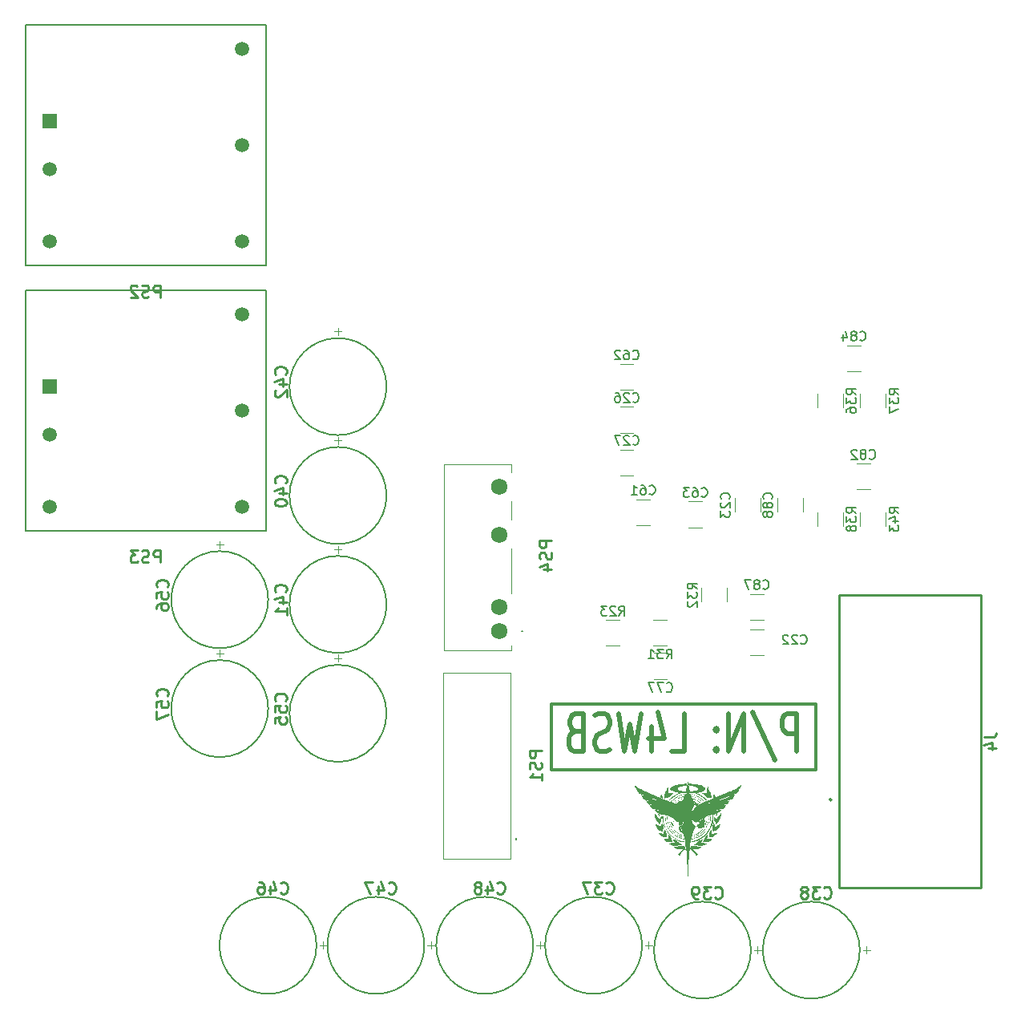
<source format=gbr>
%TF.GenerationSoftware,KiCad,Pcbnew,9.0.0*%
%TF.CreationDate,2025-04-28T14:21:01-07:00*%
%TF.ProjectId,GateDriver,47617465-4472-4697-9665-722e6b696361,rev?*%
%TF.SameCoordinates,Original*%
%TF.FileFunction,Legend,Bot*%
%TF.FilePolarity,Positive*%
%FSLAX46Y46*%
G04 Gerber Fmt 4.6, Leading zero omitted, Abs format (unit mm)*
G04 Created by KiCad (PCBNEW 9.0.0) date 2025-04-28 14:21:01*
%MOMM*%
%LPD*%
G01*
G04 APERTURE LIST*
%ADD10C,0.500000*%
%ADD11C,0.300000*%
%ADD12C,0.150000*%
%ADD13C,0.254000*%
%ADD14C,0.100000*%
%ADD15C,0.120000*%
%ADD16C,0.200000*%
%ADD17C,0.000000*%
%ADD18C,1.725000*%
%ADD19R,1.500000X1.500000*%
%ADD20C,1.500000*%
G04 APERTURE END LIST*
D10*
X165982142Y-132016976D02*
X165982142Y-128016976D01*
X165982142Y-128016976D02*
X164934523Y-128016976D01*
X164934523Y-128016976D02*
X164672618Y-128207452D01*
X164672618Y-128207452D02*
X164541665Y-128397928D01*
X164541665Y-128397928D02*
X164410713Y-128778880D01*
X164410713Y-128778880D02*
X164410713Y-129350309D01*
X164410713Y-129350309D02*
X164541665Y-129731261D01*
X164541665Y-129731261D02*
X164672618Y-129921738D01*
X164672618Y-129921738D02*
X164934523Y-130112214D01*
X164934523Y-130112214D02*
X165982142Y-130112214D01*
X161267856Y-127826500D02*
X163624999Y-132969357D01*
X160351190Y-132016976D02*
X160351190Y-128016976D01*
X160351190Y-128016976D02*
X158779761Y-132016976D01*
X158779761Y-132016976D02*
X158779761Y-128016976D01*
X157470238Y-131636023D02*
X157339285Y-131826500D01*
X157339285Y-131826500D02*
X157470238Y-132016976D01*
X157470238Y-132016976D02*
X157601190Y-131826500D01*
X157601190Y-131826500D02*
X157470238Y-131636023D01*
X157470238Y-131636023D02*
X157470238Y-132016976D01*
X157470238Y-129540785D02*
X157339285Y-129731261D01*
X157339285Y-129731261D02*
X157470238Y-129921738D01*
X157470238Y-129921738D02*
X157601190Y-129731261D01*
X157601190Y-129731261D02*
X157470238Y-129540785D01*
X157470238Y-129540785D02*
X157470238Y-129921738D01*
X152755952Y-132016976D02*
X154065476Y-132016976D01*
X154065476Y-132016976D02*
X154065476Y-128016976D01*
X150660714Y-129350309D02*
X150660714Y-132016976D01*
X151315476Y-127826500D02*
X151970238Y-130683642D01*
X151970238Y-130683642D02*
X150267857Y-130683642D01*
X149482142Y-128016976D02*
X148827380Y-132016976D01*
X148827380Y-132016976D02*
X148303571Y-129159833D01*
X148303571Y-129159833D02*
X147779761Y-132016976D01*
X147779761Y-132016976D02*
X147125000Y-128016976D01*
X146208333Y-131826500D02*
X145815476Y-132016976D01*
X145815476Y-132016976D02*
X145160714Y-132016976D01*
X145160714Y-132016976D02*
X144898809Y-131826500D01*
X144898809Y-131826500D02*
X144767857Y-131636023D01*
X144767857Y-131636023D02*
X144636904Y-131255071D01*
X144636904Y-131255071D02*
X144636904Y-130874119D01*
X144636904Y-130874119D02*
X144767857Y-130493166D01*
X144767857Y-130493166D02*
X144898809Y-130302690D01*
X144898809Y-130302690D02*
X145160714Y-130112214D01*
X145160714Y-130112214D02*
X145684523Y-129921738D01*
X145684523Y-129921738D02*
X145946428Y-129731261D01*
X145946428Y-129731261D02*
X146077381Y-129540785D01*
X146077381Y-129540785D02*
X146208333Y-129159833D01*
X146208333Y-129159833D02*
X146208333Y-128778880D01*
X146208333Y-128778880D02*
X146077381Y-128397928D01*
X146077381Y-128397928D02*
X145946428Y-128207452D01*
X145946428Y-128207452D02*
X145684523Y-128016976D01*
X145684523Y-128016976D02*
X145029762Y-128016976D01*
X145029762Y-128016976D02*
X144636904Y-128207452D01*
X142541666Y-129921738D02*
X142148809Y-130112214D01*
X142148809Y-130112214D02*
X142017856Y-130302690D01*
X142017856Y-130302690D02*
X141886904Y-130683642D01*
X141886904Y-130683642D02*
X141886904Y-131255071D01*
X141886904Y-131255071D02*
X142017856Y-131636023D01*
X142017856Y-131636023D02*
X142148809Y-131826500D01*
X142148809Y-131826500D02*
X142410714Y-132016976D01*
X142410714Y-132016976D02*
X143458333Y-132016976D01*
X143458333Y-132016976D02*
X143458333Y-128016976D01*
X143458333Y-128016976D02*
X142541666Y-128016976D01*
X142541666Y-128016976D02*
X142279761Y-128207452D01*
X142279761Y-128207452D02*
X142148809Y-128397928D01*
X142148809Y-128397928D02*
X142017856Y-128778880D01*
X142017856Y-128778880D02*
X142017856Y-129159833D01*
X142017856Y-129159833D02*
X142148809Y-129540785D01*
X142148809Y-129540785D02*
X142279761Y-129731261D01*
X142279761Y-129731261D02*
X142541666Y-129921738D01*
X142541666Y-129921738D02*
X143458333Y-129921738D01*
D11*
X140000000Y-127000000D02*
X168000000Y-127000000D01*
X168000000Y-134000000D01*
X140000000Y-134000000D01*
X140000000Y-127000000D01*
D12*
X148642857Y-95059580D02*
X148690476Y-95107200D01*
X148690476Y-95107200D02*
X148833333Y-95154819D01*
X148833333Y-95154819D02*
X148928571Y-95154819D01*
X148928571Y-95154819D02*
X149071428Y-95107200D01*
X149071428Y-95107200D02*
X149166666Y-95011961D01*
X149166666Y-95011961D02*
X149214285Y-94916723D01*
X149214285Y-94916723D02*
X149261904Y-94726247D01*
X149261904Y-94726247D02*
X149261904Y-94583390D01*
X149261904Y-94583390D02*
X149214285Y-94392914D01*
X149214285Y-94392914D02*
X149166666Y-94297676D01*
X149166666Y-94297676D02*
X149071428Y-94202438D01*
X149071428Y-94202438D02*
X148928571Y-94154819D01*
X148928571Y-94154819D02*
X148833333Y-94154819D01*
X148833333Y-94154819D02*
X148690476Y-94202438D01*
X148690476Y-94202438D02*
X148642857Y-94250057D01*
X148261904Y-94250057D02*
X148214285Y-94202438D01*
X148214285Y-94202438D02*
X148119047Y-94154819D01*
X148119047Y-94154819D02*
X147880952Y-94154819D01*
X147880952Y-94154819D02*
X147785714Y-94202438D01*
X147785714Y-94202438D02*
X147738095Y-94250057D01*
X147738095Y-94250057D02*
X147690476Y-94345295D01*
X147690476Y-94345295D02*
X147690476Y-94440533D01*
X147690476Y-94440533D02*
X147738095Y-94583390D01*
X147738095Y-94583390D02*
X148309523Y-95154819D01*
X148309523Y-95154819D02*
X147690476Y-95154819D01*
X146833333Y-94154819D02*
X147023809Y-94154819D01*
X147023809Y-94154819D02*
X147119047Y-94202438D01*
X147119047Y-94202438D02*
X147166666Y-94250057D01*
X147166666Y-94250057D02*
X147261904Y-94392914D01*
X147261904Y-94392914D02*
X147309523Y-94583390D01*
X147309523Y-94583390D02*
X147309523Y-94964342D01*
X147309523Y-94964342D02*
X147261904Y-95059580D01*
X147261904Y-95059580D02*
X147214285Y-95107200D01*
X147214285Y-95107200D02*
X147119047Y-95154819D01*
X147119047Y-95154819D02*
X146928571Y-95154819D01*
X146928571Y-95154819D02*
X146833333Y-95107200D01*
X146833333Y-95107200D02*
X146785714Y-95059580D01*
X146785714Y-95059580D02*
X146738095Y-94964342D01*
X146738095Y-94964342D02*
X146738095Y-94726247D01*
X146738095Y-94726247D02*
X146785714Y-94631009D01*
X146785714Y-94631009D02*
X146833333Y-94583390D01*
X146833333Y-94583390D02*
X146928571Y-94535771D01*
X146928571Y-94535771D02*
X147119047Y-94535771D01*
X147119047Y-94535771D02*
X147214285Y-94583390D01*
X147214285Y-94583390D02*
X147261904Y-94631009D01*
X147261904Y-94631009D02*
X147309523Y-94726247D01*
D13*
X157316428Y-147453365D02*
X157376904Y-147513842D01*
X157376904Y-147513842D02*
X157558333Y-147574318D01*
X157558333Y-147574318D02*
X157679285Y-147574318D01*
X157679285Y-147574318D02*
X157860714Y-147513842D01*
X157860714Y-147513842D02*
X157981666Y-147392889D01*
X157981666Y-147392889D02*
X158042143Y-147271937D01*
X158042143Y-147271937D02*
X158102619Y-147030032D01*
X158102619Y-147030032D02*
X158102619Y-146848603D01*
X158102619Y-146848603D02*
X158042143Y-146606699D01*
X158042143Y-146606699D02*
X157981666Y-146485746D01*
X157981666Y-146485746D02*
X157860714Y-146364794D01*
X157860714Y-146364794D02*
X157679285Y-146304318D01*
X157679285Y-146304318D02*
X157558333Y-146304318D01*
X157558333Y-146304318D02*
X157376904Y-146364794D01*
X157376904Y-146364794D02*
X157316428Y-146425270D01*
X156893095Y-146304318D02*
X156106904Y-146304318D01*
X156106904Y-146304318D02*
X156530238Y-146788127D01*
X156530238Y-146788127D02*
X156348809Y-146788127D01*
X156348809Y-146788127D02*
X156227857Y-146848603D01*
X156227857Y-146848603D02*
X156167381Y-146909080D01*
X156167381Y-146909080D02*
X156106904Y-147030032D01*
X156106904Y-147030032D02*
X156106904Y-147332413D01*
X156106904Y-147332413D02*
X156167381Y-147453365D01*
X156167381Y-147453365D02*
X156227857Y-147513842D01*
X156227857Y-147513842D02*
X156348809Y-147574318D01*
X156348809Y-147574318D02*
X156711666Y-147574318D01*
X156711666Y-147574318D02*
X156832619Y-147513842D01*
X156832619Y-147513842D02*
X156893095Y-147453365D01*
X155502142Y-147574318D02*
X155260238Y-147574318D01*
X155260238Y-147574318D02*
X155139285Y-147513842D01*
X155139285Y-147513842D02*
X155078809Y-147453365D01*
X155078809Y-147453365D02*
X154957857Y-147271937D01*
X154957857Y-147271937D02*
X154897380Y-147030032D01*
X154897380Y-147030032D02*
X154897380Y-146546222D01*
X154897380Y-146546222D02*
X154957857Y-146425270D01*
X154957857Y-146425270D02*
X155018333Y-146364794D01*
X155018333Y-146364794D02*
X155139285Y-146304318D01*
X155139285Y-146304318D02*
X155381190Y-146304318D01*
X155381190Y-146304318D02*
X155502142Y-146364794D01*
X155502142Y-146364794D02*
X155562619Y-146425270D01*
X155562619Y-146425270D02*
X155623095Y-146546222D01*
X155623095Y-146546222D02*
X155623095Y-146848603D01*
X155623095Y-146848603D02*
X155562619Y-146969556D01*
X155562619Y-146969556D02*
X155502142Y-147030032D01*
X155502142Y-147030032D02*
X155381190Y-147090508D01*
X155381190Y-147090508D02*
X155139285Y-147090508D01*
X155139285Y-147090508D02*
X155018333Y-147030032D01*
X155018333Y-147030032D02*
X154957857Y-146969556D01*
X154957857Y-146969556D02*
X154897380Y-146848603D01*
D14*
X162196115Y-152991466D02*
X161434211Y-152991466D01*
X161815163Y-153372419D02*
X161815163Y-152610514D01*
D13*
X99453365Y-114683571D02*
X99513842Y-114623095D01*
X99513842Y-114623095D02*
X99574318Y-114441666D01*
X99574318Y-114441666D02*
X99574318Y-114320714D01*
X99574318Y-114320714D02*
X99513842Y-114139285D01*
X99513842Y-114139285D02*
X99392889Y-114018333D01*
X99392889Y-114018333D02*
X99271937Y-113957856D01*
X99271937Y-113957856D02*
X99030032Y-113897380D01*
X99030032Y-113897380D02*
X98848603Y-113897380D01*
X98848603Y-113897380D02*
X98606699Y-113957856D01*
X98606699Y-113957856D02*
X98485746Y-114018333D01*
X98485746Y-114018333D02*
X98364794Y-114139285D01*
X98364794Y-114139285D02*
X98304318Y-114320714D01*
X98304318Y-114320714D02*
X98304318Y-114441666D01*
X98304318Y-114441666D02*
X98364794Y-114623095D01*
X98364794Y-114623095D02*
X98425270Y-114683571D01*
X98304318Y-115832618D02*
X98304318Y-115227856D01*
X98304318Y-115227856D02*
X98909080Y-115167380D01*
X98909080Y-115167380D02*
X98848603Y-115227856D01*
X98848603Y-115227856D02*
X98788127Y-115348809D01*
X98788127Y-115348809D02*
X98788127Y-115651190D01*
X98788127Y-115651190D02*
X98848603Y-115772142D01*
X98848603Y-115772142D02*
X98909080Y-115832618D01*
X98909080Y-115832618D02*
X99030032Y-115893095D01*
X99030032Y-115893095D02*
X99332413Y-115893095D01*
X99332413Y-115893095D02*
X99453365Y-115832618D01*
X99453365Y-115832618D02*
X99513842Y-115772142D01*
X99513842Y-115772142D02*
X99574318Y-115651190D01*
X99574318Y-115651190D02*
X99574318Y-115348809D01*
X99574318Y-115348809D02*
X99513842Y-115227856D01*
X99513842Y-115227856D02*
X99453365Y-115167380D01*
X98304318Y-116981666D02*
X98304318Y-116739761D01*
X98304318Y-116739761D02*
X98364794Y-116618809D01*
X98364794Y-116618809D02*
X98425270Y-116558333D01*
X98425270Y-116558333D02*
X98606699Y-116437380D01*
X98606699Y-116437380D02*
X98848603Y-116376904D01*
X98848603Y-116376904D02*
X99332413Y-116376904D01*
X99332413Y-116376904D02*
X99453365Y-116437380D01*
X99453365Y-116437380D02*
X99513842Y-116497857D01*
X99513842Y-116497857D02*
X99574318Y-116618809D01*
X99574318Y-116618809D02*
X99574318Y-116860714D01*
X99574318Y-116860714D02*
X99513842Y-116981666D01*
X99513842Y-116981666D02*
X99453365Y-117042142D01*
X99453365Y-117042142D02*
X99332413Y-117102619D01*
X99332413Y-117102619D02*
X99030032Y-117102619D01*
X99030032Y-117102619D02*
X98909080Y-117042142D01*
X98909080Y-117042142D02*
X98848603Y-116981666D01*
X98848603Y-116981666D02*
X98788127Y-116860714D01*
X98788127Y-116860714D02*
X98788127Y-116618809D01*
X98788127Y-116618809D02*
X98848603Y-116497857D01*
X98848603Y-116497857D02*
X98909080Y-116437380D01*
X98909080Y-116437380D02*
X99030032Y-116376904D01*
D14*
X104991466Y-109803884D02*
X104991466Y-110565789D01*
X105372419Y-110184836D02*
X104610514Y-110184836D01*
D12*
X155892857Y-105059580D02*
X155940476Y-105107200D01*
X155940476Y-105107200D02*
X156083333Y-105154819D01*
X156083333Y-105154819D02*
X156178571Y-105154819D01*
X156178571Y-105154819D02*
X156321428Y-105107200D01*
X156321428Y-105107200D02*
X156416666Y-105011961D01*
X156416666Y-105011961D02*
X156464285Y-104916723D01*
X156464285Y-104916723D02*
X156511904Y-104726247D01*
X156511904Y-104726247D02*
X156511904Y-104583390D01*
X156511904Y-104583390D02*
X156464285Y-104392914D01*
X156464285Y-104392914D02*
X156416666Y-104297676D01*
X156416666Y-104297676D02*
X156321428Y-104202438D01*
X156321428Y-104202438D02*
X156178571Y-104154819D01*
X156178571Y-104154819D02*
X156083333Y-104154819D01*
X156083333Y-104154819D02*
X155940476Y-104202438D01*
X155940476Y-104202438D02*
X155892857Y-104250057D01*
X155035714Y-104154819D02*
X155226190Y-104154819D01*
X155226190Y-104154819D02*
X155321428Y-104202438D01*
X155321428Y-104202438D02*
X155369047Y-104250057D01*
X155369047Y-104250057D02*
X155464285Y-104392914D01*
X155464285Y-104392914D02*
X155511904Y-104583390D01*
X155511904Y-104583390D02*
X155511904Y-104964342D01*
X155511904Y-104964342D02*
X155464285Y-105059580D01*
X155464285Y-105059580D02*
X155416666Y-105107200D01*
X155416666Y-105107200D02*
X155321428Y-105154819D01*
X155321428Y-105154819D02*
X155130952Y-105154819D01*
X155130952Y-105154819D02*
X155035714Y-105107200D01*
X155035714Y-105107200D02*
X154988095Y-105059580D01*
X154988095Y-105059580D02*
X154940476Y-104964342D01*
X154940476Y-104964342D02*
X154940476Y-104726247D01*
X154940476Y-104726247D02*
X154988095Y-104631009D01*
X154988095Y-104631009D02*
X155035714Y-104583390D01*
X155035714Y-104583390D02*
X155130952Y-104535771D01*
X155130952Y-104535771D02*
X155321428Y-104535771D01*
X155321428Y-104535771D02*
X155416666Y-104583390D01*
X155416666Y-104583390D02*
X155464285Y-104631009D01*
X155464285Y-104631009D02*
X155511904Y-104726247D01*
X154607142Y-104154819D02*
X153988095Y-104154819D01*
X153988095Y-104154819D02*
X154321428Y-104535771D01*
X154321428Y-104535771D02*
X154178571Y-104535771D01*
X154178571Y-104535771D02*
X154083333Y-104583390D01*
X154083333Y-104583390D02*
X154035714Y-104631009D01*
X154035714Y-104631009D02*
X153988095Y-104726247D01*
X153988095Y-104726247D02*
X153988095Y-104964342D01*
X153988095Y-104964342D02*
X154035714Y-105059580D01*
X154035714Y-105059580D02*
X154083333Y-105107200D01*
X154083333Y-105107200D02*
X154178571Y-105154819D01*
X154178571Y-105154819D02*
X154464285Y-105154819D01*
X154464285Y-105154819D02*
X154559523Y-105107200D01*
X154559523Y-105107200D02*
X154607142Y-105059580D01*
X152205357Y-125659580D02*
X152252976Y-125707200D01*
X152252976Y-125707200D02*
X152395833Y-125754819D01*
X152395833Y-125754819D02*
X152491071Y-125754819D01*
X152491071Y-125754819D02*
X152633928Y-125707200D01*
X152633928Y-125707200D02*
X152729166Y-125611961D01*
X152729166Y-125611961D02*
X152776785Y-125516723D01*
X152776785Y-125516723D02*
X152824404Y-125326247D01*
X152824404Y-125326247D02*
X152824404Y-125183390D01*
X152824404Y-125183390D02*
X152776785Y-124992914D01*
X152776785Y-124992914D02*
X152729166Y-124897676D01*
X152729166Y-124897676D02*
X152633928Y-124802438D01*
X152633928Y-124802438D02*
X152491071Y-124754819D01*
X152491071Y-124754819D02*
X152395833Y-124754819D01*
X152395833Y-124754819D02*
X152252976Y-124802438D01*
X152252976Y-124802438D02*
X152205357Y-124850057D01*
X151872023Y-124754819D02*
X151205357Y-124754819D01*
X151205357Y-124754819D02*
X151633928Y-125754819D01*
X150919642Y-124754819D02*
X150252976Y-124754819D01*
X150252976Y-124754819D02*
X150681547Y-125754819D01*
D13*
X111953365Y-92183571D02*
X112013842Y-92123095D01*
X112013842Y-92123095D02*
X112074318Y-91941666D01*
X112074318Y-91941666D02*
X112074318Y-91820714D01*
X112074318Y-91820714D02*
X112013842Y-91639285D01*
X112013842Y-91639285D02*
X111892889Y-91518333D01*
X111892889Y-91518333D02*
X111771937Y-91457856D01*
X111771937Y-91457856D02*
X111530032Y-91397380D01*
X111530032Y-91397380D02*
X111348603Y-91397380D01*
X111348603Y-91397380D02*
X111106699Y-91457856D01*
X111106699Y-91457856D02*
X110985746Y-91518333D01*
X110985746Y-91518333D02*
X110864794Y-91639285D01*
X110864794Y-91639285D02*
X110804318Y-91820714D01*
X110804318Y-91820714D02*
X110804318Y-91941666D01*
X110804318Y-91941666D02*
X110864794Y-92123095D01*
X110864794Y-92123095D02*
X110925270Y-92183571D01*
X111227651Y-93272142D02*
X112074318Y-93272142D01*
X110743842Y-92969761D02*
X111650984Y-92667380D01*
X111650984Y-92667380D02*
X111650984Y-93453571D01*
X110925270Y-93876904D02*
X110864794Y-93937380D01*
X110864794Y-93937380D02*
X110804318Y-94058333D01*
X110804318Y-94058333D02*
X110804318Y-94360714D01*
X110804318Y-94360714D02*
X110864794Y-94481666D01*
X110864794Y-94481666D02*
X110925270Y-94542142D01*
X110925270Y-94542142D02*
X111046222Y-94602619D01*
X111046222Y-94602619D02*
X111167175Y-94602619D01*
X111167175Y-94602619D02*
X111348603Y-94542142D01*
X111348603Y-94542142D02*
X112074318Y-93816428D01*
X112074318Y-93816428D02*
X112074318Y-94602619D01*
D14*
X117491466Y-87303884D02*
X117491466Y-88065789D01*
X117872419Y-87684836D02*
X117110514Y-87684836D01*
D13*
X140074318Y-109782856D02*
X138804318Y-109782856D01*
X138804318Y-109782856D02*
X138804318Y-110266666D01*
X138804318Y-110266666D02*
X138864794Y-110387618D01*
X138864794Y-110387618D02*
X138925270Y-110448095D01*
X138925270Y-110448095D02*
X139046222Y-110508571D01*
X139046222Y-110508571D02*
X139227651Y-110508571D01*
X139227651Y-110508571D02*
X139348603Y-110448095D01*
X139348603Y-110448095D02*
X139409080Y-110387618D01*
X139409080Y-110387618D02*
X139469556Y-110266666D01*
X139469556Y-110266666D02*
X139469556Y-109782856D01*
X140013842Y-110992380D02*
X140074318Y-111173809D01*
X140074318Y-111173809D02*
X140074318Y-111476190D01*
X140074318Y-111476190D02*
X140013842Y-111597142D01*
X140013842Y-111597142D02*
X139953365Y-111657618D01*
X139953365Y-111657618D02*
X139832413Y-111718095D01*
X139832413Y-111718095D02*
X139711461Y-111718095D01*
X139711461Y-111718095D02*
X139590508Y-111657618D01*
X139590508Y-111657618D02*
X139530032Y-111597142D01*
X139530032Y-111597142D02*
X139469556Y-111476190D01*
X139469556Y-111476190D02*
X139409080Y-111234285D01*
X139409080Y-111234285D02*
X139348603Y-111113333D01*
X139348603Y-111113333D02*
X139288127Y-111052856D01*
X139288127Y-111052856D02*
X139167175Y-110992380D01*
X139167175Y-110992380D02*
X139046222Y-110992380D01*
X139046222Y-110992380D02*
X138925270Y-111052856D01*
X138925270Y-111052856D02*
X138864794Y-111113333D01*
X138864794Y-111113333D02*
X138804318Y-111234285D01*
X138804318Y-111234285D02*
X138804318Y-111536666D01*
X138804318Y-111536666D02*
X138864794Y-111718095D01*
X139227651Y-112806666D02*
X140074318Y-112806666D01*
X138743842Y-112504285D02*
X139650984Y-112201904D01*
X139650984Y-112201904D02*
X139650984Y-112988095D01*
D12*
X163309580Y-105357142D02*
X163357200Y-105309523D01*
X163357200Y-105309523D02*
X163404819Y-105166666D01*
X163404819Y-105166666D02*
X163404819Y-105071428D01*
X163404819Y-105071428D02*
X163357200Y-104928571D01*
X163357200Y-104928571D02*
X163261961Y-104833333D01*
X163261961Y-104833333D02*
X163166723Y-104785714D01*
X163166723Y-104785714D02*
X162976247Y-104738095D01*
X162976247Y-104738095D02*
X162833390Y-104738095D01*
X162833390Y-104738095D02*
X162642914Y-104785714D01*
X162642914Y-104785714D02*
X162547676Y-104833333D01*
X162547676Y-104833333D02*
X162452438Y-104928571D01*
X162452438Y-104928571D02*
X162404819Y-105071428D01*
X162404819Y-105071428D02*
X162404819Y-105166666D01*
X162404819Y-105166666D02*
X162452438Y-105309523D01*
X162452438Y-105309523D02*
X162500057Y-105357142D01*
X162833390Y-105928571D02*
X162785771Y-105833333D01*
X162785771Y-105833333D02*
X162738152Y-105785714D01*
X162738152Y-105785714D02*
X162642914Y-105738095D01*
X162642914Y-105738095D02*
X162595295Y-105738095D01*
X162595295Y-105738095D02*
X162500057Y-105785714D01*
X162500057Y-105785714D02*
X162452438Y-105833333D01*
X162452438Y-105833333D02*
X162404819Y-105928571D01*
X162404819Y-105928571D02*
X162404819Y-106119047D01*
X162404819Y-106119047D02*
X162452438Y-106214285D01*
X162452438Y-106214285D02*
X162500057Y-106261904D01*
X162500057Y-106261904D02*
X162595295Y-106309523D01*
X162595295Y-106309523D02*
X162642914Y-106309523D01*
X162642914Y-106309523D02*
X162738152Y-106261904D01*
X162738152Y-106261904D02*
X162785771Y-106214285D01*
X162785771Y-106214285D02*
X162833390Y-106119047D01*
X162833390Y-106119047D02*
X162833390Y-105928571D01*
X162833390Y-105928571D02*
X162881009Y-105833333D01*
X162881009Y-105833333D02*
X162928628Y-105785714D01*
X162928628Y-105785714D02*
X163023866Y-105738095D01*
X163023866Y-105738095D02*
X163214342Y-105738095D01*
X163214342Y-105738095D02*
X163309580Y-105785714D01*
X163309580Y-105785714D02*
X163357200Y-105833333D01*
X163357200Y-105833333D02*
X163404819Y-105928571D01*
X163404819Y-105928571D02*
X163404819Y-106119047D01*
X163404819Y-106119047D02*
X163357200Y-106214285D01*
X163357200Y-106214285D02*
X163309580Y-106261904D01*
X163309580Y-106261904D02*
X163214342Y-106309523D01*
X163214342Y-106309523D02*
X163023866Y-106309523D01*
X163023866Y-106309523D02*
X162928628Y-106261904D01*
X162928628Y-106261904D02*
X162881009Y-106214285D01*
X162881009Y-106214285D02*
X162833390Y-106119047D01*
X162833390Y-106880952D02*
X162785771Y-106785714D01*
X162785771Y-106785714D02*
X162738152Y-106738095D01*
X162738152Y-106738095D02*
X162642914Y-106690476D01*
X162642914Y-106690476D02*
X162595295Y-106690476D01*
X162595295Y-106690476D02*
X162500057Y-106738095D01*
X162500057Y-106738095D02*
X162452438Y-106785714D01*
X162452438Y-106785714D02*
X162404819Y-106880952D01*
X162404819Y-106880952D02*
X162404819Y-107071428D01*
X162404819Y-107071428D02*
X162452438Y-107166666D01*
X162452438Y-107166666D02*
X162500057Y-107214285D01*
X162500057Y-107214285D02*
X162595295Y-107261904D01*
X162595295Y-107261904D02*
X162642914Y-107261904D01*
X162642914Y-107261904D02*
X162738152Y-107214285D01*
X162738152Y-107214285D02*
X162785771Y-107166666D01*
X162785771Y-107166666D02*
X162833390Y-107071428D01*
X162833390Y-107071428D02*
X162833390Y-106880952D01*
X162833390Y-106880952D02*
X162881009Y-106785714D01*
X162881009Y-106785714D02*
X162928628Y-106738095D01*
X162928628Y-106738095D02*
X163023866Y-106690476D01*
X163023866Y-106690476D02*
X163214342Y-106690476D01*
X163214342Y-106690476D02*
X163309580Y-106738095D01*
X163309580Y-106738095D02*
X163357200Y-106785714D01*
X163357200Y-106785714D02*
X163404819Y-106880952D01*
X163404819Y-106880952D02*
X163404819Y-107071428D01*
X163404819Y-107071428D02*
X163357200Y-107166666D01*
X163357200Y-107166666D02*
X163309580Y-107214285D01*
X163309580Y-107214285D02*
X163214342Y-107261904D01*
X163214342Y-107261904D02*
X163023866Y-107261904D01*
X163023866Y-107261904D02*
X162928628Y-107214285D01*
X162928628Y-107214285D02*
X162881009Y-107166666D01*
X162881009Y-107166666D02*
X162833390Y-107071428D01*
X162392857Y-114809580D02*
X162440476Y-114857200D01*
X162440476Y-114857200D02*
X162583333Y-114904819D01*
X162583333Y-114904819D02*
X162678571Y-114904819D01*
X162678571Y-114904819D02*
X162821428Y-114857200D01*
X162821428Y-114857200D02*
X162916666Y-114761961D01*
X162916666Y-114761961D02*
X162964285Y-114666723D01*
X162964285Y-114666723D02*
X163011904Y-114476247D01*
X163011904Y-114476247D02*
X163011904Y-114333390D01*
X163011904Y-114333390D02*
X162964285Y-114142914D01*
X162964285Y-114142914D02*
X162916666Y-114047676D01*
X162916666Y-114047676D02*
X162821428Y-113952438D01*
X162821428Y-113952438D02*
X162678571Y-113904819D01*
X162678571Y-113904819D02*
X162583333Y-113904819D01*
X162583333Y-113904819D02*
X162440476Y-113952438D01*
X162440476Y-113952438D02*
X162392857Y-114000057D01*
X161821428Y-114333390D02*
X161916666Y-114285771D01*
X161916666Y-114285771D02*
X161964285Y-114238152D01*
X161964285Y-114238152D02*
X162011904Y-114142914D01*
X162011904Y-114142914D02*
X162011904Y-114095295D01*
X162011904Y-114095295D02*
X161964285Y-114000057D01*
X161964285Y-114000057D02*
X161916666Y-113952438D01*
X161916666Y-113952438D02*
X161821428Y-113904819D01*
X161821428Y-113904819D02*
X161630952Y-113904819D01*
X161630952Y-113904819D02*
X161535714Y-113952438D01*
X161535714Y-113952438D02*
X161488095Y-114000057D01*
X161488095Y-114000057D02*
X161440476Y-114095295D01*
X161440476Y-114095295D02*
X161440476Y-114142914D01*
X161440476Y-114142914D02*
X161488095Y-114238152D01*
X161488095Y-114238152D02*
X161535714Y-114285771D01*
X161535714Y-114285771D02*
X161630952Y-114333390D01*
X161630952Y-114333390D02*
X161821428Y-114333390D01*
X161821428Y-114333390D02*
X161916666Y-114381009D01*
X161916666Y-114381009D02*
X161964285Y-114428628D01*
X161964285Y-114428628D02*
X162011904Y-114523866D01*
X162011904Y-114523866D02*
X162011904Y-114714342D01*
X162011904Y-114714342D02*
X161964285Y-114809580D01*
X161964285Y-114809580D02*
X161916666Y-114857200D01*
X161916666Y-114857200D02*
X161821428Y-114904819D01*
X161821428Y-114904819D02*
X161630952Y-114904819D01*
X161630952Y-114904819D02*
X161535714Y-114857200D01*
X161535714Y-114857200D02*
X161488095Y-114809580D01*
X161488095Y-114809580D02*
X161440476Y-114714342D01*
X161440476Y-114714342D02*
X161440476Y-114523866D01*
X161440476Y-114523866D02*
X161488095Y-114428628D01*
X161488095Y-114428628D02*
X161535714Y-114381009D01*
X161535714Y-114381009D02*
X161630952Y-114333390D01*
X161107142Y-113904819D02*
X160440476Y-113904819D01*
X160440476Y-113904819D02*
X160869047Y-114904819D01*
D13*
X168816428Y-147453365D02*
X168876904Y-147513842D01*
X168876904Y-147513842D02*
X169058333Y-147574318D01*
X169058333Y-147574318D02*
X169179285Y-147574318D01*
X169179285Y-147574318D02*
X169360714Y-147513842D01*
X169360714Y-147513842D02*
X169481666Y-147392889D01*
X169481666Y-147392889D02*
X169542143Y-147271937D01*
X169542143Y-147271937D02*
X169602619Y-147030032D01*
X169602619Y-147030032D02*
X169602619Y-146848603D01*
X169602619Y-146848603D02*
X169542143Y-146606699D01*
X169542143Y-146606699D02*
X169481666Y-146485746D01*
X169481666Y-146485746D02*
X169360714Y-146364794D01*
X169360714Y-146364794D02*
X169179285Y-146304318D01*
X169179285Y-146304318D02*
X169058333Y-146304318D01*
X169058333Y-146304318D02*
X168876904Y-146364794D01*
X168876904Y-146364794D02*
X168816428Y-146425270D01*
X168393095Y-146304318D02*
X167606904Y-146304318D01*
X167606904Y-146304318D02*
X168030238Y-146788127D01*
X168030238Y-146788127D02*
X167848809Y-146788127D01*
X167848809Y-146788127D02*
X167727857Y-146848603D01*
X167727857Y-146848603D02*
X167667381Y-146909080D01*
X167667381Y-146909080D02*
X167606904Y-147030032D01*
X167606904Y-147030032D02*
X167606904Y-147332413D01*
X167606904Y-147332413D02*
X167667381Y-147453365D01*
X167667381Y-147453365D02*
X167727857Y-147513842D01*
X167727857Y-147513842D02*
X167848809Y-147574318D01*
X167848809Y-147574318D02*
X168211666Y-147574318D01*
X168211666Y-147574318D02*
X168332619Y-147513842D01*
X168332619Y-147513842D02*
X168393095Y-147453365D01*
X166881190Y-146848603D02*
X167002142Y-146788127D01*
X167002142Y-146788127D02*
X167062619Y-146727651D01*
X167062619Y-146727651D02*
X167123095Y-146606699D01*
X167123095Y-146606699D02*
X167123095Y-146546222D01*
X167123095Y-146546222D02*
X167062619Y-146425270D01*
X167062619Y-146425270D02*
X167002142Y-146364794D01*
X167002142Y-146364794D02*
X166881190Y-146304318D01*
X166881190Y-146304318D02*
X166639285Y-146304318D01*
X166639285Y-146304318D02*
X166518333Y-146364794D01*
X166518333Y-146364794D02*
X166457857Y-146425270D01*
X166457857Y-146425270D02*
X166397380Y-146546222D01*
X166397380Y-146546222D02*
X166397380Y-146606699D01*
X166397380Y-146606699D02*
X166457857Y-146727651D01*
X166457857Y-146727651D02*
X166518333Y-146788127D01*
X166518333Y-146788127D02*
X166639285Y-146848603D01*
X166639285Y-146848603D02*
X166881190Y-146848603D01*
X166881190Y-146848603D02*
X167002142Y-146909080D01*
X167002142Y-146909080D02*
X167062619Y-146969556D01*
X167062619Y-146969556D02*
X167123095Y-147090508D01*
X167123095Y-147090508D02*
X167123095Y-147332413D01*
X167123095Y-147332413D02*
X167062619Y-147453365D01*
X167062619Y-147453365D02*
X167002142Y-147513842D01*
X167002142Y-147513842D02*
X166881190Y-147574318D01*
X166881190Y-147574318D02*
X166639285Y-147574318D01*
X166639285Y-147574318D02*
X166518333Y-147513842D01*
X166518333Y-147513842D02*
X166457857Y-147453365D01*
X166457857Y-147453365D02*
X166397380Y-147332413D01*
X166397380Y-147332413D02*
X166397380Y-147090508D01*
X166397380Y-147090508D02*
X166457857Y-146969556D01*
X166457857Y-146969556D02*
X166518333Y-146909080D01*
X166518333Y-146909080D02*
X166639285Y-146848603D01*
D14*
X173696115Y-152991466D02*
X172934211Y-152991466D01*
X173315163Y-153372419D02*
X173315163Y-152610514D01*
D13*
X111953365Y-115183571D02*
X112013842Y-115123095D01*
X112013842Y-115123095D02*
X112074318Y-114941666D01*
X112074318Y-114941666D02*
X112074318Y-114820714D01*
X112074318Y-114820714D02*
X112013842Y-114639285D01*
X112013842Y-114639285D02*
X111892889Y-114518333D01*
X111892889Y-114518333D02*
X111771937Y-114457856D01*
X111771937Y-114457856D02*
X111530032Y-114397380D01*
X111530032Y-114397380D02*
X111348603Y-114397380D01*
X111348603Y-114397380D02*
X111106699Y-114457856D01*
X111106699Y-114457856D02*
X110985746Y-114518333D01*
X110985746Y-114518333D02*
X110864794Y-114639285D01*
X110864794Y-114639285D02*
X110804318Y-114820714D01*
X110804318Y-114820714D02*
X110804318Y-114941666D01*
X110804318Y-114941666D02*
X110864794Y-115123095D01*
X110864794Y-115123095D02*
X110925270Y-115183571D01*
X111227651Y-116272142D02*
X112074318Y-116272142D01*
X110743842Y-115969761D02*
X111650984Y-115667380D01*
X111650984Y-115667380D02*
X111650984Y-116453571D01*
X112074318Y-117602619D02*
X112074318Y-116876904D01*
X112074318Y-117239761D02*
X110804318Y-117239761D01*
X110804318Y-117239761D02*
X110985746Y-117118809D01*
X110985746Y-117118809D02*
X111106699Y-116997857D01*
X111106699Y-116997857D02*
X111167175Y-116876904D01*
D14*
X117491466Y-110303884D02*
X117491466Y-111065789D01*
X117872419Y-110684836D02*
X117110514Y-110684836D01*
D12*
X148642857Y-99559580D02*
X148690476Y-99607200D01*
X148690476Y-99607200D02*
X148833333Y-99654819D01*
X148833333Y-99654819D02*
X148928571Y-99654819D01*
X148928571Y-99654819D02*
X149071428Y-99607200D01*
X149071428Y-99607200D02*
X149166666Y-99511961D01*
X149166666Y-99511961D02*
X149214285Y-99416723D01*
X149214285Y-99416723D02*
X149261904Y-99226247D01*
X149261904Y-99226247D02*
X149261904Y-99083390D01*
X149261904Y-99083390D02*
X149214285Y-98892914D01*
X149214285Y-98892914D02*
X149166666Y-98797676D01*
X149166666Y-98797676D02*
X149071428Y-98702438D01*
X149071428Y-98702438D02*
X148928571Y-98654819D01*
X148928571Y-98654819D02*
X148833333Y-98654819D01*
X148833333Y-98654819D02*
X148690476Y-98702438D01*
X148690476Y-98702438D02*
X148642857Y-98750057D01*
X148261904Y-98750057D02*
X148214285Y-98702438D01*
X148214285Y-98702438D02*
X148119047Y-98654819D01*
X148119047Y-98654819D02*
X147880952Y-98654819D01*
X147880952Y-98654819D02*
X147785714Y-98702438D01*
X147785714Y-98702438D02*
X147738095Y-98750057D01*
X147738095Y-98750057D02*
X147690476Y-98845295D01*
X147690476Y-98845295D02*
X147690476Y-98940533D01*
X147690476Y-98940533D02*
X147738095Y-99083390D01*
X147738095Y-99083390D02*
X148309523Y-99654819D01*
X148309523Y-99654819D02*
X147690476Y-99654819D01*
X147357142Y-98654819D02*
X146690476Y-98654819D01*
X146690476Y-98654819D02*
X147119047Y-99654819D01*
D13*
X185733928Y-130515167D02*
X186641071Y-130515167D01*
X186641071Y-130515167D02*
X186822499Y-130454690D01*
X186822499Y-130454690D02*
X186943452Y-130333738D01*
X186943452Y-130333738D02*
X187003928Y-130152309D01*
X187003928Y-130152309D02*
X187003928Y-130031357D01*
X186157261Y-131664214D02*
X187003928Y-131664214D01*
X185673452Y-131361833D02*
X186580594Y-131059452D01*
X186580594Y-131059452D02*
X186580594Y-131845643D01*
X111953365Y-126683571D02*
X112013842Y-126623095D01*
X112013842Y-126623095D02*
X112074318Y-126441666D01*
X112074318Y-126441666D02*
X112074318Y-126320714D01*
X112074318Y-126320714D02*
X112013842Y-126139285D01*
X112013842Y-126139285D02*
X111892889Y-126018333D01*
X111892889Y-126018333D02*
X111771937Y-125957856D01*
X111771937Y-125957856D02*
X111530032Y-125897380D01*
X111530032Y-125897380D02*
X111348603Y-125897380D01*
X111348603Y-125897380D02*
X111106699Y-125957856D01*
X111106699Y-125957856D02*
X110985746Y-126018333D01*
X110985746Y-126018333D02*
X110864794Y-126139285D01*
X110864794Y-126139285D02*
X110804318Y-126320714D01*
X110804318Y-126320714D02*
X110804318Y-126441666D01*
X110804318Y-126441666D02*
X110864794Y-126623095D01*
X110864794Y-126623095D02*
X110925270Y-126683571D01*
X110804318Y-127832618D02*
X110804318Y-127227856D01*
X110804318Y-127227856D02*
X111409080Y-127167380D01*
X111409080Y-127167380D02*
X111348603Y-127227856D01*
X111348603Y-127227856D02*
X111288127Y-127348809D01*
X111288127Y-127348809D02*
X111288127Y-127651190D01*
X111288127Y-127651190D02*
X111348603Y-127772142D01*
X111348603Y-127772142D02*
X111409080Y-127832618D01*
X111409080Y-127832618D02*
X111530032Y-127893095D01*
X111530032Y-127893095D02*
X111832413Y-127893095D01*
X111832413Y-127893095D02*
X111953365Y-127832618D01*
X111953365Y-127832618D02*
X112013842Y-127772142D01*
X112013842Y-127772142D02*
X112074318Y-127651190D01*
X112074318Y-127651190D02*
X112074318Y-127348809D01*
X112074318Y-127348809D02*
X112013842Y-127227856D01*
X112013842Y-127227856D02*
X111953365Y-127167380D01*
X110804318Y-129042142D02*
X110804318Y-128437380D01*
X110804318Y-128437380D02*
X111409080Y-128376904D01*
X111409080Y-128376904D02*
X111348603Y-128437380D01*
X111348603Y-128437380D02*
X111288127Y-128558333D01*
X111288127Y-128558333D02*
X111288127Y-128860714D01*
X111288127Y-128860714D02*
X111348603Y-128981666D01*
X111348603Y-128981666D02*
X111409080Y-129042142D01*
X111409080Y-129042142D02*
X111530032Y-129102619D01*
X111530032Y-129102619D02*
X111832413Y-129102619D01*
X111832413Y-129102619D02*
X111953365Y-129042142D01*
X111953365Y-129042142D02*
X112013842Y-128981666D01*
X112013842Y-128981666D02*
X112074318Y-128860714D01*
X112074318Y-128860714D02*
X112074318Y-128558333D01*
X112074318Y-128558333D02*
X112013842Y-128437380D01*
X112013842Y-128437380D02*
X111953365Y-128376904D01*
D14*
X117491466Y-121803884D02*
X117491466Y-122565789D01*
X117872419Y-122184836D02*
X117110514Y-122184836D01*
D12*
X152192857Y-122234819D02*
X152526190Y-121758628D01*
X152764285Y-122234819D02*
X152764285Y-121234819D01*
X152764285Y-121234819D02*
X152383333Y-121234819D01*
X152383333Y-121234819D02*
X152288095Y-121282438D01*
X152288095Y-121282438D02*
X152240476Y-121330057D01*
X152240476Y-121330057D02*
X152192857Y-121425295D01*
X152192857Y-121425295D02*
X152192857Y-121568152D01*
X152192857Y-121568152D02*
X152240476Y-121663390D01*
X152240476Y-121663390D02*
X152288095Y-121711009D01*
X152288095Y-121711009D02*
X152383333Y-121758628D01*
X152383333Y-121758628D02*
X152764285Y-121758628D01*
X151859523Y-121234819D02*
X151240476Y-121234819D01*
X151240476Y-121234819D02*
X151573809Y-121615771D01*
X151573809Y-121615771D02*
X151430952Y-121615771D01*
X151430952Y-121615771D02*
X151335714Y-121663390D01*
X151335714Y-121663390D02*
X151288095Y-121711009D01*
X151288095Y-121711009D02*
X151240476Y-121806247D01*
X151240476Y-121806247D02*
X151240476Y-122044342D01*
X151240476Y-122044342D02*
X151288095Y-122139580D01*
X151288095Y-122139580D02*
X151335714Y-122187200D01*
X151335714Y-122187200D02*
X151430952Y-122234819D01*
X151430952Y-122234819D02*
X151716666Y-122234819D01*
X151716666Y-122234819D02*
X151811904Y-122187200D01*
X151811904Y-122187200D02*
X151859523Y-122139580D01*
X150288095Y-122234819D02*
X150859523Y-122234819D01*
X150573809Y-122234819D02*
X150573809Y-121234819D01*
X150573809Y-121234819D02*
X150669047Y-121377676D01*
X150669047Y-121377676D02*
X150764285Y-121472914D01*
X150764285Y-121472914D02*
X150859523Y-121520533D01*
D13*
X145816428Y-146953365D02*
X145876904Y-147013842D01*
X145876904Y-147013842D02*
X146058333Y-147074318D01*
X146058333Y-147074318D02*
X146179285Y-147074318D01*
X146179285Y-147074318D02*
X146360714Y-147013842D01*
X146360714Y-147013842D02*
X146481666Y-146892889D01*
X146481666Y-146892889D02*
X146542143Y-146771937D01*
X146542143Y-146771937D02*
X146602619Y-146530032D01*
X146602619Y-146530032D02*
X146602619Y-146348603D01*
X146602619Y-146348603D02*
X146542143Y-146106699D01*
X146542143Y-146106699D02*
X146481666Y-145985746D01*
X146481666Y-145985746D02*
X146360714Y-145864794D01*
X146360714Y-145864794D02*
X146179285Y-145804318D01*
X146179285Y-145804318D02*
X146058333Y-145804318D01*
X146058333Y-145804318D02*
X145876904Y-145864794D01*
X145876904Y-145864794D02*
X145816428Y-145925270D01*
X145393095Y-145804318D02*
X144606904Y-145804318D01*
X144606904Y-145804318D02*
X145030238Y-146288127D01*
X145030238Y-146288127D02*
X144848809Y-146288127D01*
X144848809Y-146288127D02*
X144727857Y-146348603D01*
X144727857Y-146348603D02*
X144667381Y-146409080D01*
X144667381Y-146409080D02*
X144606904Y-146530032D01*
X144606904Y-146530032D02*
X144606904Y-146832413D01*
X144606904Y-146832413D02*
X144667381Y-146953365D01*
X144667381Y-146953365D02*
X144727857Y-147013842D01*
X144727857Y-147013842D02*
X144848809Y-147074318D01*
X144848809Y-147074318D02*
X145211666Y-147074318D01*
X145211666Y-147074318D02*
X145332619Y-147013842D01*
X145332619Y-147013842D02*
X145393095Y-146953365D01*
X144183571Y-145804318D02*
X143336904Y-145804318D01*
X143336904Y-145804318D02*
X143881190Y-147074318D01*
D14*
X150696115Y-152491466D02*
X149934211Y-152491466D01*
X150315163Y-152872419D02*
X150315163Y-152110514D01*
D12*
X147192857Y-117674819D02*
X147526190Y-117198628D01*
X147764285Y-117674819D02*
X147764285Y-116674819D01*
X147764285Y-116674819D02*
X147383333Y-116674819D01*
X147383333Y-116674819D02*
X147288095Y-116722438D01*
X147288095Y-116722438D02*
X147240476Y-116770057D01*
X147240476Y-116770057D02*
X147192857Y-116865295D01*
X147192857Y-116865295D02*
X147192857Y-117008152D01*
X147192857Y-117008152D02*
X147240476Y-117103390D01*
X147240476Y-117103390D02*
X147288095Y-117151009D01*
X147288095Y-117151009D02*
X147383333Y-117198628D01*
X147383333Y-117198628D02*
X147764285Y-117198628D01*
X146811904Y-116770057D02*
X146764285Y-116722438D01*
X146764285Y-116722438D02*
X146669047Y-116674819D01*
X146669047Y-116674819D02*
X146430952Y-116674819D01*
X146430952Y-116674819D02*
X146335714Y-116722438D01*
X146335714Y-116722438D02*
X146288095Y-116770057D01*
X146288095Y-116770057D02*
X146240476Y-116865295D01*
X146240476Y-116865295D02*
X146240476Y-116960533D01*
X146240476Y-116960533D02*
X146288095Y-117103390D01*
X146288095Y-117103390D02*
X146859523Y-117674819D01*
X146859523Y-117674819D02*
X146240476Y-117674819D01*
X145907142Y-116674819D02*
X145288095Y-116674819D01*
X145288095Y-116674819D02*
X145621428Y-117055771D01*
X145621428Y-117055771D02*
X145478571Y-117055771D01*
X145478571Y-117055771D02*
X145383333Y-117103390D01*
X145383333Y-117103390D02*
X145335714Y-117151009D01*
X145335714Y-117151009D02*
X145288095Y-117246247D01*
X145288095Y-117246247D02*
X145288095Y-117484342D01*
X145288095Y-117484342D02*
X145335714Y-117579580D01*
X145335714Y-117579580D02*
X145383333Y-117627200D01*
X145383333Y-117627200D02*
X145478571Y-117674819D01*
X145478571Y-117674819D02*
X145764285Y-117674819D01*
X145764285Y-117674819D02*
X145859523Y-117627200D01*
X145859523Y-117627200D02*
X145907142Y-117579580D01*
D13*
X122816428Y-146953365D02*
X122876904Y-147013842D01*
X122876904Y-147013842D02*
X123058333Y-147074318D01*
X123058333Y-147074318D02*
X123179285Y-147074318D01*
X123179285Y-147074318D02*
X123360714Y-147013842D01*
X123360714Y-147013842D02*
X123481666Y-146892889D01*
X123481666Y-146892889D02*
X123542143Y-146771937D01*
X123542143Y-146771937D02*
X123602619Y-146530032D01*
X123602619Y-146530032D02*
X123602619Y-146348603D01*
X123602619Y-146348603D02*
X123542143Y-146106699D01*
X123542143Y-146106699D02*
X123481666Y-145985746D01*
X123481666Y-145985746D02*
X123360714Y-145864794D01*
X123360714Y-145864794D02*
X123179285Y-145804318D01*
X123179285Y-145804318D02*
X123058333Y-145804318D01*
X123058333Y-145804318D02*
X122876904Y-145864794D01*
X122876904Y-145864794D02*
X122816428Y-145925270D01*
X121727857Y-146227651D02*
X121727857Y-147074318D01*
X122030238Y-145743842D02*
X122332619Y-146650984D01*
X122332619Y-146650984D02*
X121546428Y-146650984D01*
X121183571Y-145804318D02*
X120336904Y-145804318D01*
X120336904Y-145804318D02*
X120881190Y-147074318D01*
D14*
X127696115Y-152491466D02*
X126934211Y-152491466D01*
X127315163Y-152872419D02*
X127315163Y-152110514D01*
D13*
X134316428Y-146953365D02*
X134376904Y-147013842D01*
X134376904Y-147013842D02*
X134558333Y-147074318D01*
X134558333Y-147074318D02*
X134679285Y-147074318D01*
X134679285Y-147074318D02*
X134860714Y-147013842D01*
X134860714Y-147013842D02*
X134981666Y-146892889D01*
X134981666Y-146892889D02*
X135042143Y-146771937D01*
X135042143Y-146771937D02*
X135102619Y-146530032D01*
X135102619Y-146530032D02*
X135102619Y-146348603D01*
X135102619Y-146348603D02*
X135042143Y-146106699D01*
X135042143Y-146106699D02*
X134981666Y-145985746D01*
X134981666Y-145985746D02*
X134860714Y-145864794D01*
X134860714Y-145864794D02*
X134679285Y-145804318D01*
X134679285Y-145804318D02*
X134558333Y-145804318D01*
X134558333Y-145804318D02*
X134376904Y-145864794D01*
X134376904Y-145864794D02*
X134316428Y-145925270D01*
X133227857Y-146227651D02*
X133227857Y-147074318D01*
X133530238Y-145743842D02*
X133832619Y-146650984D01*
X133832619Y-146650984D02*
X133046428Y-146650984D01*
X132381190Y-146348603D02*
X132502142Y-146288127D01*
X132502142Y-146288127D02*
X132562619Y-146227651D01*
X132562619Y-146227651D02*
X132623095Y-146106699D01*
X132623095Y-146106699D02*
X132623095Y-146046222D01*
X132623095Y-146046222D02*
X132562619Y-145925270D01*
X132562619Y-145925270D02*
X132502142Y-145864794D01*
X132502142Y-145864794D02*
X132381190Y-145804318D01*
X132381190Y-145804318D02*
X132139285Y-145804318D01*
X132139285Y-145804318D02*
X132018333Y-145864794D01*
X132018333Y-145864794D02*
X131957857Y-145925270D01*
X131957857Y-145925270D02*
X131897380Y-146046222D01*
X131897380Y-146046222D02*
X131897380Y-146106699D01*
X131897380Y-146106699D02*
X131957857Y-146227651D01*
X131957857Y-146227651D02*
X132018333Y-146288127D01*
X132018333Y-146288127D02*
X132139285Y-146348603D01*
X132139285Y-146348603D02*
X132381190Y-146348603D01*
X132381190Y-146348603D02*
X132502142Y-146409080D01*
X132502142Y-146409080D02*
X132562619Y-146469556D01*
X132562619Y-146469556D02*
X132623095Y-146590508D01*
X132623095Y-146590508D02*
X132623095Y-146832413D01*
X132623095Y-146832413D02*
X132562619Y-146953365D01*
X132562619Y-146953365D02*
X132502142Y-147013842D01*
X132502142Y-147013842D02*
X132381190Y-147074318D01*
X132381190Y-147074318D02*
X132139285Y-147074318D01*
X132139285Y-147074318D02*
X132018333Y-147013842D01*
X132018333Y-147013842D02*
X131957857Y-146953365D01*
X131957857Y-146953365D02*
X131897380Y-146832413D01*
X131897380Y-146832413D02*
X131897380Y-146590508D01*
X131897380Y-146590508D02*
X131957857Y-146469556D01*
X131957857Y-146469556D02*
X132018333Y-146409080D01*
X132018333Y-146409080D02*
X132139285Y-146348603D01*
D14*
X139196115Y-152491466D02*
X138434211Y-152491466D01*
X138815163Y-152872419D02*
X138815163Y-152110514D01*
D12*
X155424819Y-114857142D02*
X154948628Y-114523809D01*
X155424819Y-114285714D02*
X154424819Y-114285714D01*
X154424819Y-114285714D02*
X154424819Y-114666666D01*
X154424819Y-114666666D02*
X154472438Y-114761904D01*
X154472438Y-114761904D02*
X154520057Y-114809523D01*
X154520057Y-114809523D02*
X154615295Y-114857142D01*
X154615295Y-114857142D02*
X154758152Y-114857142D01*
X154758152Y-114857142D02*
X154853390Y-114809523D01*
X154853390Y-114809523D02*
X154901009Y-114761904D01*
X154901009Y-114761904D02*
X154948628Y-114666666D01*
X154948628Y-114666666D02*
X154948628Y-114285714D01*
X154424819Y-115190476D02*
X154424819Y-115809523D01*
X154424819Y-115809523D02*
X154805771Y-115476190D01*
X154805771Y-115476190D02*
X154805771Y-115619047D01*
X154805771Y-115619047D02*
X154853390Y-115714285D01*
X154853390Y-115714285D02*
X154901009Y-115761904D01*
X154901009Y-115761904D02*
X154996247Y-115809523D01*
X154996247Y-115809523D02*
X155234342Y-115809523D01*
X155234342Y-115809523D02*
X155329580Y-115761904D01*
X155329580Y-115761904D02*
X155377200Y-115714285D01*
X155377200Y-115714285D02*
X155424819Y-115619047D01*
X155424819Y-115619047D02*
X155424819Y-115333333D01*
X155424819Y-115333333D02*
X155377200Y-115238095D01*
X155377200Y-115238095D02*
X155329580Y-115190476D01*
X154520057Y-116190476D02*
X154472438Y-116238095D01*
X154472438Y-116238095D02*
X154424819Y-116333333D01*
X154424819Y-116333333D02*
X154424819Y-116571428D01*
X154424819Y-116571428D02*
X154472438Y-116666666D01*
X154472438Y-116666666D02*
X154520057Y-116714285D01*
X154520057Y-116714285D02*
X154615295Y-116761904D01*
X154615295Y-116761904D02*
X154710533Y-116761904D01*
X154710533Y-116761904D02*
X154853390Y-116714285D01*
X154853390Y-116714285D02*
X155424819Y-116142857D01*
X155424819Y-116142857D02*
X155424819Y-116761904D01*
D13*
X98702143Y-84074318D02*
X98702143Y-82804318D01*
X98702143Y-82804318D02*
X98218333Y-82804318D01*
X98218333Y-82804318D02*
X98097381Y-82864794D01*
X98097381Y-82864794D02*
X98036904Y-82925270D01*
X98036904Y-82925270D02*
X97976428Y-83046222D01*
X97976428Y-83046222D02*
X97976428Y-83227651D01*
X97976428Y-83227651D02*
X98036904Y-83348603D01*
X98036904Y-83348603D02*
X98097381Y-83409080D01*
X98097381Y-83409080D02*
X98218333Y-83469556D01*
X98218333Y-83469556D02*
X98702143Y-83469556D01*
X97492619Y-84013842D02*
X97311190Y-84074318D01*
X97311190Y-84074318D02*
X97008809Y-84074318D01*
X97008809Y-84074318D02*
X96887857Y-84013842D01*
X96887857Y-84013842D02*
X96827381Y-83953365D01*
X96827381Y-83953365D02*
X96766904Y-83832413D01*
X96766904Y-83832413D02*
X96766904Y-83711461D01*
X96766904Y-83711461D02*
X96827381Y-83590508D01*
X96827381Y-83590508D02*
X96887857Y-83530032D01*
X96887857Y-83530032D02*
X97008809Y-83469556D01*
X97008809Y-83469556D02*
X97250714Y-83409080D01*
X97250714Y-83409080D02*
X97371666Y-83348603D01*
X97371666Y-83348603D02*
X97432143Y-83288127D01*
X97432143Y-83288127D02*
X97492619Y-83167175D01*
X97492619Y-83167175D02*
X97492619Y-83046222D01*
X97492619Y-83046222D02*
X97432143Y-82925270D01*
X97432143Y-82925270D02*
X97371666Y-82864794D01*
X97371666Y-82864794D02*
X97250714Y-82804318D01*
X97250714Y-82804318D02*
X96948333Y-82804318D01*
X96948333Y-82804318D02*
X96766904Y-82864794D01*
X96283095Y-82925270D02*
X96222619Y-82864794D01*
X96222619Y-82864794D02*
X96101666Y-82804318D01*
X96101666Y-82804318D02*
X95799285Y-82804318D01*
X95799285Y-82804318D02*
X95678333Y-82864794D01*
X95678333Y-82864794D02*
X95617857Y-82925270D01*
X95617857Y-82925270D02*
X95557380Y-83046222D01*
X95557380Y-83046222D02*
X95557380Y-83167175D01*
X95557380Y-83167175D02*
X95617857Y-83348603D01*
X95617857Y-83348603D02*
X96343571Y-84074318D01*
X96343571Y-84074318D02*
X95557380Y-84074318D01*
D12*
X158809580Y-105357142D02*
X158857200Y-105309523D01*
X158857200Y-105309523D02*
X158904819Y-105166666D01*
X158904819Y-105166666D02*
X158904819Y-105071428D01*
X158904819Y-105071428D02*
X158857200Y-104928571D01*
X158857200Y-104928571D02*
X158761961Y-104833333D01*
X158761961Y-104833333D02*
X158666723Y-104785714D01*
X158666723Y-104785714D02*
X158476247Y-104738095D01*
X158476247Y-104738095D02*
X158333390Y-104738095D01*
X158333390Y-104738095D02*
X158142914Y-104785714D01*
X158142914Y-104785714D02*
X158047676Y-104833333D01*
X158047676Y-104833333D02*
X157952438Y-104928571D01*
X157952438Y-104928571D02*
X157904819Y-105071428D01*
X157904819Y-105071428D02*
X157904819Y-105166666D01*
X157904819Y-105166666D02*
X157952438Y-105309523D01*
X157952438Y-105309523D02*
X158000057Y-105357142D01*
X158000057Y-105738095D02*
X157952438Y-105785714D01*
X157952438Y-105785714D02*
X157904819Y-105880952D01*
X157904819Y-105880952D02*
X157904819Y-106119047D01*
X157904819Y-106119047D02*
X157952438Y-106214285D01*
X157952438Y-106214285D02*
X158000057Y-106261904D01*
X158000057Y-106261904D02*
X158095295Y-106309523D01*
X158095295Y-106309523D02*
X158190533Y-106309523D01*
X158190533Y-106309523D02*
X158333390Y-106261904D01*
X158333390Y-106261904D02*
X158904819Y-105690476D01*
X158904819Y-105690476D02*
X158904819Y-106309523D01*
X157904819Y-106642857D02*
X157904819Y-107261904D01*
X157904819Y-107261904D02*
X158285771Y-106928571D01*
X158285771Y-106928571D02*
X158285771Y-107071428D01*
X158285771Y-107071428D02*
X158333390Y-107166666D01*
X158333390Y-107166666D02*
X158381009Y-107214285D01*
X158381009Y-107214285D02*
X158476247Y-107261904D01*
X158476247Y-107261904D02*
X158714342Y-107261904D01*
X158714342Y-107261904D02*
X158809580Y-107214285D01*
X158809580Y-107214285D02*
X158857200Y-107166666D01*
X158857200Y-107166666D02*
X158904819Y-107071428D01*
X158904819Y-107071428D02*
X158904819Y-106785714D01*
X158904819Y-106785714D02*
X158857200Y-106690476D01*
X158857200Y-106690476D02*
X158809580Y-106642857D01*
X148642857Y-90559580D02*
X148690476Y-90607200D01*
X148690476Y-90607200D02*
X148833333Y-90654819D01*
X148833333Y-90654819D02*
X148928571Y-90654819D01*
X148928571Y-90654819D02*
X149071428Y-90607200D01*
X149071428Y-90607200D02*
X149166666Y-90511961D01*
X149166666Y-90511961D02*
X149214285Y-90416723D01*
X149214285Y-90416723D02*
X149261904Y-90226247D01*
X149261904Y-90226247D02*
X149261904Y-90083390D01*
X149261904Y-90083390D02*
X149214285Y-89892914D01*
X149214285Y-89892914D02*
X149166666Y-89797676D01*
X149166666Y-89797676D02*
X149071428Y-89702438D01*
X149071428Y-89702438D02*
X148928571Y-89654819D01*
X148928571Y-89654819D02*
X148833333Y-89654819D01*
X148833333Y-89654819D02*
X148690476Y-89702438D01*
X148690476Y-89702438D02*
X148642857Y-89750057D01*
X147785714Y-89654819D02*
X147976190Y-89654819D01*
X147976190Y-89654819D02*
X148071428Y-89702438D01*
X148071428Y-89702438D02*
X148119047Y-89750057D01*
X148119047Y-89750057D02*
X148214285Y-89892914D01*
X148214285Y-89892914D02*
X148261904Y-90083390D01*
X148261904Y-90083390D02*
X148261904Y-90464342D01*
X148261904Y-90464342D02*
X148214285Y-90559580D01*
X148214285Y-90559580D02*
X148166666Y-90607200D01*
X148166666Y-90607200D02*
X148071428Y-90654819D01*
X148071428Y-90654819D02*
X147880952Y-90654819D01*
X147880952Y-90654819D02*
X147785714Y-90607200D01*
X147785714Y-90607200D02*
X147738095Y-90559580D01*
X147738095Y-90559580D02*
X147690476Y-90464342D01*
X147690476Y-90464342D02*
X147690476Y-90226247D01*
X147690476Y-90226247D02*
X147738095Y-90131009D01*
X147738095Y-90131009D02*
X147785714Y-90083390D01*
X147785714Y-90083390D02*
X147880952Y-90035771D01*
X147880952Y-90035771D02*
X148071428Y-90035771D01*
X148071428Y-90035771D02*
X148166666Y-90083390D01*
X148166666Y-90083390D02*
X148214285Y-90131009D01*
X148214285Y-90131009D02*
X148261904Y-90226247D01*
X147309523Y-89750057D02*
X147261904Y-89702438D01*
X147261904Y-89702438D02*
X147166666Y-89654819D01*
X147166666Y-89654819D02*
X146928571Y-89654819D01*
X146928571Y-89654819D02*
X146833333Y-89702438D01*
X146833333Y-89702438D02*
X146785714Y-89750057D01*
X146785714Y-89750057D02*
X146738095Y-89845295D01*
X146738095Y-89845295D02*
X146738095Y-89940533D01*
X146738095Y-89940533D02*
X146785714Y-90083390D01*
X146785714Y-90083390D02*
X147357142Y-90654819D01*
X147357142Y-90654819D02*
X146738095Y-90654819D01*
X176734819Y-106857142D02*
X176258628Y-106523809D01*
X176734819Y-106285714D02*
X175734819Y-106285714D01*
X175734819Y-106285714D02*
X175734819Y-106666666D01*
X175734819Y-106666666D02*
X175782438Y-106761904D01*
X175782438Y-106761904D02*
X175830057Y-106809523D01*
X175830057Y-106809523D02*
X175925295Y-106857142D01*
X175925295Y-106857142D02*
X176068152Y-106857142D01*
X176068152Y-106857142D02*
X176163390Y-106809523D01*
X176163390Y-106809523D02*
X176211009Y-106761904D01*
X176211009Y-106761904D02*
X176258628Y-106666666D01*
X176258628Y-106666666D02*
X176258628Y-106285714D01*
X176068152Y-107714285D02*
X176734819Y-107714285D01*
X175687200Y-107476190D02*
X176401485Y-107238095D01*
X176401485Y-107238095D02*
X176401485Y-107857142D01*
X175734819Y-108142857D02*
X175734819Y-108761904D01*
X175734819Y-108761904D02*
X176115771Y-108428571D01*
X176115771Y-108428571D02*
X176115771Y-108571428D01*
X176115771Y-108571428D02*
X176163390Y-108666666D01*
X176163390Y-108666666D02*
X176211009Y-108714285D01*
X176211009Y-108714285D02*
X176306247Y-108761904D01*
X176306247Y-108761904D02*
X176544342Y-108761904D01*
X176544342Y-108761904D02*
X176639580Y-108714285D01*
X176639580Y-108714285D02*
X176687200Y-108666666D01*
X176687200Y-108666666D02*
X176734819Y-108571428D01*
X176734819Y-108571428D02*
X176734819Y-108285714D01*
X176734819Y-108285714D02*
X176687200Y-108190476D01*
X176687200Y-108190476D02*
X176639580Y-108142857D01*
D13*
X111416428Y-146953365D02*
X111476904Y-147013842D01*
X111476904Y-147013842D02*
X111658333Y-147074318D01*
X111658333Y-147074318D02*
X111779285Y-147074318D01*
X111779285Y-147074318D02*
X111960714Y-147013842D01*
X111960714Y-147013842D02*
X112081666Y-146892889D01*
X112081666Y-146892889D02*
X112142143Y-146771937D01*
X112142143Y-146771937D02*
X112202619Y-146530032D01*
X112202619Y-146530032D02*
X112202619Y-146348603D01*
X112202619Y-146348603D02*
X112142143Y-146106699D01*
X112142143Y-146106699D02*
X112081666Y-145985746D01*
X112081666Y-145985746D02*
X111960714Y-145864794D01*
X111960714Y-145864794D02*
X111779285Y-145804318D01*
X111779285Y-145804318D02*
X111658333Y-145804318D01*
X111658333Y-145804318D02*
X111476904Y-145864794D01*
X111476904Y-145864794D02*
X111416428Y-145925270D01*
X110327857Y-146227651D02*
X110327857Y-147074318D01*
X110630238Y-145743842D02*
X110932619Y-146650984D01*
X110932619Y-146650984D02*
X110146428Y-146650984D01*
X109118333Y-145804318D02*
X109360238Y-145804318D01*
X109360238Y-145804318D02*
X109481190Y-145864794D01*
X109481190Y-145864794D02*
X109541666Y-145925270D01*
X109541666Y-145925270D02*
X109662619Y-146106699D01*
X109662619Y-146106699D02*
X109723095Y-146348603D01*
X109723095Y-146348603D02*
X109723095Y-146832413D01*
X109723095Y-146832413D02*
X109662619Y-146953365D01*
X109662619Y-146953365D02*
X109602142Y-147013842D01*
X109602142Y-147013842D02*
X109481190Y-147074318D01*
X109481190Y-147074318D02*
X109239285Y-147074318D01*
X109239285Y-147074318D02*
X109118333Y-147013842D01*
X109118333Y-147013842D02*
X109057857Y-146953365D01*
X109057857Y-146953365D02*
X108997380Y-146832413D01*
X108997380Y-146832413D02*
X108997380Y-146530032D01*
X108997380Y-146530032D02*
X109057857Y-146409080D01*
X109057857Y-146409080D02*
X109118333Y-146348603D01*
X109118333Y-146348603D02*
X109239285Y-146288127D01*
X109239285Y-146288127D02*
X109481190Y-146288127D01*
X109481190Y-146288127D02*
X109602142Y-146348603D01*
X109602142Y-146348603D02*
X109662619Y-146409080D01*
X109662619Y-146409080D02*
X109723095Y-146530032D01*
D14*
X116296115Y-152491466D02*
X115534211Y-152491466D01*
X115915163Y-152872419D02*
X115915163Y-152110514D01*
D12*
X172234819Y-94357142D02*
X171758628Y-94023809D01*
X172234819Y-93785714D02*
X171234819Y-93785714D01*
X171234819Y-93785714D02*
X171234819Y-94166666D01*
X171234819Y-94166666D02*
X171282438Y-94261904D01*
X171282438Y-94261904D02*
X171330057Y-94309523D01*
X171330057Y-94309523D02*
X171425295Y-94357142D01*
X171425295Y-94357142D02*
X171568152Y-94357142D01*
X171568152Y-94357142D02*
X171663390Y-94309523D01*
X171663390Y-94309523D02*
X171711009Y-94261904D01*
X171711009Y-94261904D02*
X171758628Y-94166666D01*
X171758628Y-94166666D02*
X171758628Y-93785714D01*
X171234819Y-94690476D02*
X171234819Y-95309523D01*
X171234819Y-95309523D02*
X171615771Y-94976190D01*
X171615771Y-94976190D02*
X171615771Y-95119047D01*
X171615771Y-95119047D02*
X171663390Y-95214285D01*
X171663390Y-95214285D02*
X171711009Y-95261904D01*
X171711009Y-95261904D02*
X171806247Y-95309523D01*
X171806247Y-95309523D02*
X172044342Y-95309523D01*
X172044342Y-95309523D02*
X172139580Y-95261904D01*
X172139580Y-95261904D02*
X172187200Y-95214285D01*
X172187200Y-95214285D02*
X172234819Y-95119047D01*
X172234819Y-95119047D02*
X172234819Y-94833333D01*
X172234819Y-94833333D02*
X172187200Y-94738095D01*
X172187200Y-94738095D02*
X172139580Y-94690476D01*
X171234819Y-96166666D02*
X171234819Y-95976190D01*
X171234819Y-95976190D02*
X171282438Y-95880952D01*
X171282438Y-95880952D02*
X171330057Y-95833333D01*
X171330057Y-95833333D02*
X171472914Y-95738095D01*
X171472914Y-95738095D02*
X171663390Y-95690476D01*
X171663390Y-95690476D02*
X172044342Y-95690476D01*
X172044342Y-95690476D02*
X172139580Y-95738095D01*
X172139580Y-95738095D02*
X172187200Y-95785714D01*
X172187200Y-95785714D02*
X172234819Y-95880952D01*
X172234819Y-95880952D02*
X172234819Y-96071428D01*
X172234819Y-96071428D02*
X172187200Y-96166666D01*
X172187200Y-96166666D02*
X172139580Y-96214285D01*
X172139580Y-96214285D02*
X172044342Y-96261904D01*
X172044342Y-96261904D02*
X171806247Y-96261904D01*
X171806247Y-96261904D02*
X171711009Y-96214285D01*
X171711009Y-96214285D02*
X171663390Y-96166666D01*
X171663390Y-96166666D02*
X171615771Y-96071428D01*
X171615771Y-96071428D02*
X171615771Y-95880952D01*
X171615771Y-95880952D02*
X171663390Y-95785714D01*
X171663390Y-95785714D02*
X171711009Y-95738095D01*
X171711009Y-95738095D02*
X171806247Y-95690476D01*
D13*
X99453365Y-126183571D02*
X99513842Y-126123095D01*
X99513842Y-126123095D02*
X99574318Y-125941666D01*
X99574318Y-125941666D02*
X99574318Y-125820714D01*
X99574318Y-125820714D02*
X99513842Y-125639285D01*
X99513842Y-125639285D02*
X99392889Y-125518333D01*
X99392889Y-125518333D02*
X99271937Y-125457856D01*
X99271937Y-125457856D02*
X99030032Y-125397380D01*
X99030032Y-125397380D02*
X98848603Y-125397380D01*
X98848603Y-125397380D02*
X98606699Y-125457856D01*
X98606699Y-125457856D02*
X98485746Y-125518333D01*
X98485746Y-125518333D02*
X98364794Y-125639285D01*
X98364794Y-125639285D02*
X98304318Y-125820714D01*
X98304318Y-125820714D02*
X98304318Y-125941666D01*
X98304318Y-125941666D02*
X98364794Y-126123095D01*
X98364794Y-126123095D02*
X98425270Y-126183571D01*
X98304318Y-127332618D02*
X98304318Y-126727856D01*
X98304318Y-126727856D02*
X98909080Y-126667380D01*
X98909080Y-126667380D02*
X98848603Y-126727856D01*
X98848603Y-126727856D02*
X98788127Y-126848809D01*
X98788127Y-126848809D02*
X98788127Y-127151190D01*
X98788127Y-127151190D02*
X98848603Y-127272142D01*
X98848603Y-127272142D02*
X98909080Y-127332618D01*
X98909080Y-127332618D02*
X99030032Y-127393095D01*
X99030032Y-127393095D02*
X99332413Y-127393095D01*
X99332413Y-127393095D02*
X99453365Y-127332618D01*
X99453365Y-127332618D02*
X99513842Y-127272142D01*
X99513842Y-127272142D02*
X99574318Y-127151190D01*
X99574318Y-127151190D02*
X99574318Y-126848809D01*
X99574318Y-126848809D02*
X99513842Y-126727856D01*
X99513842Y-126727856D02*
X99453365Y-126667380D01*
X98304318Y-127816428D02*
X98304318Y-128663095D01*
X98304318Y-128663095D02*
X99574318Y-128118809D01*
D14*
X104991466Y-121303884D02*
X104991466Y-122065789D01*
X105372419Y-121684836D02*
X104610514Y-121684836D01*
D12*
X176734819Y-94357142D02*
X176258628Y-94023809D01*
X176734819Y-93785714D02*
X175734819Y-93785714D01*
X175734819Y-93785714D02*
X175734819Y-94166666D01*
X175734819Y-94166666D02*
X175782438Y-94261904D01*
X175782438Y-94261904D02*
X175830057Y-94309523D01*
X175830057Y-94309523D02*
X175925295Y-94357142D01*
X175925295Y-94357142D02*
X176068152Y-94357142D01*
X176068152Y-94357142D02*
X176163390Y-94309523D01*
X176163390Y-94309523D02*
X176211009Y-94261904D01*
X176211009Y-94261904D02*
X176258628Y-94166666D01*
X176258628Y-94166666D02*
X176258628Y-93785714D01*
X175734819Y-94690476D02*
X175734819Y-95309523D01*
X175734819Y-95309523D02*
X176115771Y-94976190D01*
X176115771Y-94976190D02*
X176115771Y-95119047D01*
X176115771Y-95119047D02*
X176163390Y-95214285D01*
X176163390Y-95214285D02*
X176211009Y-95261904D01*
X176211009Y-95261904D02*
X176306247Y-95309523D01*
X176306247Y-95309523D02*
X176544342Y-95309523D01*
X176544342Y-95309523D02*
X176639580Y-95261904D01*
X176639580Y-95261904D02*
X176687200Y-95214285D01*
X176687200Y-95214285D02*
X176734819Y-95119047D01*
X176734819Y-95119047D02*
X176734819Y-94833333D01*
X176734819Y-94833333D02*
X176687200Y-94738095D01*
X176687200Y-94738095D02*
X176639580Y-94690476D01*
X175734819Y-95642857D02*
X175734819Y-96309523D01*
X175734819Y-96309523D02*
X176734819Y-95880952D01*
X172234819Y-106857142D02*
X171758628Y-106523809D01*
X172234819Y-106285714D02*
X171234819Y-106285714D01*
X171234819Y-106285714D02*
X171234819Y-106666666D01*
X171234819Y-106666666D02*
X171282438Y-106761904D01*
X171282438Y-106761904D02*
X171330057Y-106809523D01*
X171330057Y-106809523D02*
X171425295Y-106857142D01*
X171425295Y-106857142D02*
X171568152Y-106857142D01*
X171568152Y-106857142D02*
X171663390Y-106809523D01*
X171663390Y-106809523D02*
X171711009Y-106761904D01*
X171711009Y-106761904D02*
X171758628Y-106666666D01*
X171758628Y-106666666D02*
X171758628Y-106285714D01*
X171234819Y-107190476D02*
X171234819Y-107809523D01*
X171234819Y-107809523D02*
X171615771Y-107476190D01*
X171615771Y-107476190D02*
X171615771Y-107619047D01*
X171615771Y-107619047D02*
X171663390Y-107714285D01*
X171663390Y-107714285D02*
X171711009Y-107761904D01*
X171711009Y-107761904D02*
X171806247Y-107809523D01*
X171806247Y-107809523D02*
X172044342Y-107809523D01*
X172044342Y-107809523D02*
X172139580Y-107761904D01*
X172139580Y-107761904D02*
X172187200Y-107714285D01*
X172187200Y-107714285D02*
X172234819Y-107619047D01*
X172234819Y-107619047D02*
X172234819Y-107333333D01*
X172234819Y-107333333D02*
X172187200Y-107238095D01*
X172187200Y-107238095D02*
X172139580Y-107190476D01*
X171663390Y-108380952D02*
X171615771Y-108285714D01*
X171615771Y-108285714D02*
X171568152Y-108238095D01*
X171568152Y-108238095D02*
X171472914Y-108190476D01*
X171472914Y-108190476D02*
X171425295Y-108190476D01*
X171425295Y-108190476D02*
X171330057Y-108238095D01*
X171330057Y-108238095D02*
X171282438Y-108285714D01*
X171282438Y-108285714D02*
X171234819Y-108380952D01*
X171234819Y-108380952D02*
X171234819Y-108571428D01*
X171234819Y-108571428D02*
X171282438Y-108666666D01*
X171282438Y-108666666D02*
X171330057Y-108714285D01*
X171330057Y-108714285D02*
X171425295Y-108761904D01*
X171425295Y-108761904D02*
X171472914Y-108761904D01*
X171472914Y-108761904D02*
X171568152Y-108714285D01*
X171568152Y-108714285D02*
X171615771Y-108666666D01*
X171615771Y-108666666D02*
X171663390Y-108571428D01*
X171663390Y-108571428D02*
X171663390Y-108380952D01*
X171663390Y-108380952D02*
X171711009Y-108285714D01*
X171711009Y-108285714D02*
X171758628Y-108238095D01*
X171758628Y-108238095D02*
X171853866Y-108190476D01*
X171853866Y-108190476D02*
X172044342Y-108190476D01*
X172044342Y-108190476D02*
X172139580Y-108238095D01*
X172139580Y-108238095D02*
X172187200Y-108285714D01*
X172187200Y-108285714D02*
X172234819Y-108380952D01*
X172234819Y-108380952D02*
X172234819Y-108571428D01*
X172234819Y-108571428D02*
X172187200Y-108666666D01*
X172187200Y-108666666D02*
X172139580Y-108714285D01*
X172139580Y-108714285D02*
X172044342Y-108761904D01*
X172044342Y-108761904D02*
X171853866Y-108761904D01*
X171853866Y-108761904D02*
X171758628Y-108714285D01*
X171758628Y-108714285D02*
X171711009Y-108666666D01*
X171711009Y-108666666D02*
X171663390Y-108571428D01*
X150392857Y-104809580D02*
X150440476Y-104857200D01*
X150440476Y-104857200D02*
X150583333Y-104904819D01*
X150583333Y-104904819D02*
X150678571Y-104904819D01*
X150678571Y-104904819D02*
X150821428Y-104857200D01*
X150821428Y-104857200D02*
X150916666Y-104761961D01*
X150916666Y-104761961D02*
X150964285Y-104666723D01*
X150964285Y-104666723D02*
X151011904Y-104476247D01*
X151011904Y-104476247D02*
X151011904Y-104333390D01*
X151011904Y-104333390D02*
X150964285Y-104142914D01*
X150964285Y-104142914D02*
X150916666Y-104047676D01*
X150916666Y-104047676D02*
X150821428Y-103952438D01*
X150821428Y-103952438D02*
X150678571Y-103904819D01*
X150678571Y-103904819D02*
X150583333Y-103904819D01*
X150583333Y-103904819D02*
X150440476Y-103952438D01*
X150440476Y-103952438D02*
X150392857Y-104000057D01*
X149535714Y-103904819D02*
X149726190Y-103904819D01*
X149726190Y-103904819D02*
X149821428Y-103952438D01*
X149821428Y-103952438D02*
X149869047Y-104000057D01*
X149869047Y-104000057D02*
X149964285Y-104142914D01*
X149964285Y-104142914D02*
X150011904Y-104333390D01*
X150011904Y-104333390D02*
X150011904Y-104714342D01*
X150011904Y-104714342D02*
X149964285Y-104809580D01*
X149964285Y-104809580D02*
X149916666Y-104857200D01*
X149916666Y-104857200D02*
X149821428Y-104904819D01*
X149821428Y-104904819D02*
X149630952Y-104904819D01*
X149630952Y-104904819D02*
X149535714Y-104857200D01*
X149535714Y-104857200D02*
X149488095Y-104809580D01*
X149488095Y-104809580D02*
X149440476Y-104714342D01*
X149440476Y-104714342D02*
X149440476Y-104476247D01*
X149440476Y-104476247D02*
X149488095Y-104381009D01*
X149488095Y-104381009D02*
X149535714Y-104333390D01*
X149535714Y-104333390D02*
X149630952Y-104285771D01*
X149630952Y-104285771D02*
X149821428Y-104285771D01*
X149821428Y-104285771D02*
X149916666Y-104333390D01*
X149916666Y-104333390D02*
X149964285Y-104381009D01*
X149964285Y-104381009D02*
X150011904Y-104476247D01*
X148488095Y-104904819D02*
X149059523Y-104904819D01*
X148773809Y-104904819D02*
X148773809Y-103904819D01*
X148773809Y-103904819D02*
X148869047Y-104047676D01*
X148869047Y-104047676D02*
X148964285Y-104142914D01*
X148964285Y-104142914D02*
X149059523Y-104190533D01*
D13*
X138989318Y-131957856D02*
X137719318Y-131957856D01*
X137719318Y-131957856D02*
X137719318Y-132441666D01*
X137719318Y-132441666D02*
X137779794Y-132562618D01*
X137779794Y-132562618D02*
X137840270Y-132623095D01*
X137840270Y-132623095D02*
X137961222Y-132683571D01*
X137961222Y-132683571D02*
X138142651Y-132683571D01*
X138142651Y-132683571D02*
X138263603Y-132623095D01*
X138263603Y-132623095D02*
X138324080Y-132562618D01*
X138324080Y-132562618D02*
X138384556Y-132441666D01*
X138384556Y-132441666D02*
X138384556Y-131957856D01*
X138928842Y-133167380D02*
X138989318Y-133348809D01*
X138989318Y-133348809D02*
X138989318Y-133651190D01*
X138989318Y-133651190D02*
X138928842Y-133772142D01*
X138928842Y-133772142D02*
X138868365Y-133832618D01*
X138868365Y-133832618D02*
X138747413Y-133893095D01*
X138747413Y-133893095D02*
X138626461Y-133893095D01*
X138626461Y-133893095D02*
X138505508Y-133832618D01*
X138505508Y-133832618D02*
X138445032Y-133772142D01*
X138445032Y-133772142D02*
X138384556Y-133651190D01*
X138384556Y-133651190D02*
X138324080Y-133409285D01*
X138324080Y-133409285D02*
X138263603Y-133288333D01*
X138263603Y-133288333D02*
X138203127Y-133227856D01*
X138203127Y-133227856D02*
X138082175Y-133167380D01*
X138082175Y-133167380D02*
X137961222Y-133167380D01*
X137961222Y-133167380D02*
X137840270Y-133227856D01*
X137840270Y-133227856D02*
X137779794Y-133288333D01*
X137779794Y-133288333D02*
X137719318Y-133409285D01*
X137719318Y-133409285D02*
X137719318Y-133711666D01*
X137719318Y-133711666D02*
X137779794Y-133893095D01*
X138989318Y-135102619D02*
X138989318Y-134376904D01*
X138989318Y-134739761D02*
X137719318Y-134739761D01*
X137719318Y-134739761D02*
X137900746Y-134618809D01*
X137900746Y-134618809D02*
X138021699Y-134497857D01*
X138021699Y-134497857D02*
X138082175Y-134376904D01*
D12*
X172642857Y-88559580D02*
X172690476Y-88607200D01*
X172690476Y-88607200D02*
X172833333Y-88654819D01*
X172833333Y-88654819D02*
X172928571Y-88654819D01*
X172928571Y-88654819D02*
X173071428Y-88607200D01*
X173071428Y-88607200D02*
X173166666Y-88511961D01*
X173166666Y-88511961D02*
X173214285Y-88416723D01*
X173214285Y-88416723D02*
X173261904Y-88226247D01*
X173261904Y-88226247D02*
X173261904Y-88083390D01*
X173261904Y-88083390D02*
X173214285Y-87892914D01*
X173214285Y-87892914D02*
X173166666Y-87797676D01*
X173166666Y-87797676D02*
X173071428Y-87702438D01*
X173071428Y-87702438D02*
X172928571Y-87654819D01*
X172928571Y-87654819D02*
X172833333Y-87654819D01*
X172833333Y-87654819D02*
X172690476Y-87702438D01*
X172690476Y-87702438D02*
X172642857Y-87750057D01*
X172071428Y-88083390D02*
X172166666Y-88035771D01*
X172166666Y-88035771D02*
X172214285Y-87988152D01*
X172214285Y-87988152D02*
X172261904Y-87892914D01*
X172261904Y-87892914D02*
X172261904Y-87845295D01*
X172261904Y-87845295D02*
X172214285Y-87750057D01*
X172214285Y-87750057D02*
X172166666Y-87702438D01*
X172166666Y-87702438D02*
X172071428Y-87654819D01*
X172071428Y-87654819D02*
X171880952Y-87654819D01*
X171880952Y-87654819D02*
X171785714Y-87702438D01*
X171785714Y-87702438D02*
X171738095Y-87750057D01*
X171738095Y-87750057D02*
X171690476Y-87845295D01*
X171690476Y-87845295D02*
X171690476Y-87892914D01*
X171690476Y-87892914D02*
X171738095Y-87988152D01*
X171738095Y-87988152D02*
X171785714Y-88035771D01*
X171785714Y-88035771D02*
X171880952Y-88083390D01*
X171880952Y-88083390D02*
X172071428Y-88083390D01*
X172071428Y-88083390D02*
X172166666Y-88131009D01*
X172166666Y-88131009D02*
X172214285Y-88178628D01*
X172214285Y-88178628D02*
X172261904Y-88273866D01*
X172261904Y-88273866D02*
X172261904Y-88464342D01*
X172261904Y-88464342D02*
X172214285Y-88559580D01*
X172214285Y-88559580D02*
X172166666Y-88607200D01*
X172166666Y-88607200D02*
X172071428Y-88654819D01*
X172071428Y-88654819D02*
X171880952Y-88654819D01*
X171880952Y-88654819D02*
X171785714Y-88607200D01*
X171785714Y-88607200D02*
X171738095Y-88559580D01*
X171738095Y-88559580D02*
X171690476Y-88464342D01*
X171690476Y-88464342D02*
X171690476Y-88273866D01*
X171690476Y-88273866D02*
X171738095Y-88178628D01*
X171738095Y-88178628D02*
X171785714Y-88131009D01*
X171785714Y-88131009D02*
X171880952Y-88083390D01*
X170833333Y-87988152D02*
X170833333Y-88654819D01*
X171071428Y-87607200D02*
X171309523Y-88321485D01*
X171309523Y-88321485D02*
X170690476Y-88321485D01*
X166392857Y-120609580D02*
X166440476Y-120657200D01*
X166440476Y-120657200D02*
X166583333Y-120704819D01*
X166583333Y-120704819D02*
X166678571Y-120704819D01*
X166678571Y-120704819D02*
X166821428Y-120657200D01*
X166821428Y-120657200D02*
X166916666Y-120561961D01*
X166916666Y-120561961D02*
X166964285Y-120466723D01*
X166964285Y-120466723D02*
X167011904Y-120276247D01*
X167011904Y-120276247D02*
X167011904Y-120133390D01*
X167011904Y-120133390D02*
X166964285Y-119942914D01*
X166964285Y-119942914D02*
X166916666Y-119847676D01*
X166916666Y-119847676D02*
X166821428Y-119752438D01*
X166821428Y-119752438D02*
X166678571Y-119704819D01*
X166678571Y-119704819D02*
X166583333Y-119704819D01*
X166583333Y-119704819D02*
X166440476Y-119752438D01*
X166440476Y-119752438D02*
X166392857Y-119800057D01*
X166011904Y-119800057D02*
X165964285Y-119752438D01*
X165964285Y-119752438D02*
X165869047Y-119704819D01*
X165869047Y-119704819D02*
X165630952Y-119704819D01*
X165630952Y-119704819D02*
X165535714Y-119752438D01*
X165535714Y-119752438D02*
X165488095Y-119800057D01*
X165488095Y-119800057D02*
X165440476Y-119895295D01*
X165440476Y-119895295D02*
X165440476Y-119990533D01*
X165440476Y-119990533D02*
X165488095Y-120133390D01*
X165488095Y-120133390D02*
X166059523Y-120704819D01*
X166059523Y-120704819D02*
X165440476Y-120704819D01*
X165059523Y-119800057D02*
X165011904Y-119752438D01*
X165011904Y-119752438D02*
X164916666Y-119704819D01*
X164916666Y-119704819D02*
X164678571Y-119704819D01*
X164678571Y-119704819D02*
X164583333Y-119752438D01*
X164583333Y-119752438D02*
X164535714Y-119800057D01*
X164535714Y-119800057D02*
X164488095Y-119895295D01*
X164488095Y-119895295D02*
X164488095Y-119990533D01*
X164488095Y-119990533D02*
X164535714Y-120133390D01*
X164535714Y-120133390D02*
X165107142Y-120704819D01*
X165107142Y-120704819D02*
X164488095Y-120704819D01*
D13*
X111953365Y-103683571D02*
X112013842Y-103623095D01*
X112013842Y-103623095D02*
X112074318Y-103441666D01*
X112074318Y-103441666D02*
X112074318Y-103320714D01*
X112074318Y-103320714D02*
X112013842Y-103139285D01*
X112013842Y-103139285D02*
X111892889Y-103018333D01*
X111892889Y-103018333D02*
X111771937Y-102957856D01*
X111771937Y-102957856D02*
X111530032Y-102897380D01*
X111530032Y-102897380D02*
X111348603Y-102897380D01*
X111348603Y-102897380D02*
X111106699Y-102957856D01*
X111106699Y-102957856D02*
X110985746Y-103018333D01*
X110985746Y-103018333D02*
X110864794Y-103139285D01*
X110864794Y-103139285D02*
X110804318Y-103320714D01*
X110804318Y-103320714D02*
X110804318Y-103441666D01*
X110804318Y-103441666D02*
X110864794Y-103623095D01*
X110864794Y-103623095D02*
X110925270Y-103683571D01*
X111227651Y-104772142D02*
X112074318Y-104772142D01*
X110743842Y-104469761D02*
X111650984Y-104167380D01*
X111650984Y-104167380D02*
X111650984Y-104953571D01*
X110804318Y-105679285D02*
X110804318Y-105800238D01*
X110804318Y-105800238D02*
X110864794Y-105921190D01*
X110864794Y-105921190D02*
X110925270Y-105981666D01*
X110925270Y-105981666D02*
X111046222Y-106042142D01*
X111046222Y-106042142D02*
X111288127Y-106102619D01*
X111288127Y-106102619D02*
X111590508Y-106102619D01*
X111590508Y-106102619D02*
X111832413Y-106042142D01*
X111832413Y-106042142D02*
X111953365Y-105981666D01*
X111953365Y-105981666D02*
X112013842Y-105921190D01*
X112013842Y-105921190D02*
X112074318Y-105800238D01*
X112074318Y-105800238D02*
X112074318Y-105679285D01*
X112074318Y-105679285D02*
X112013842Y-105558333D01*
X112013842Y-105558333D02*
X111953365Y-105497857D01*
X111953365Y-105497857D02*
X111832413Y-105437380D01*
X111832413Y-105437380D02*
X111590508Y-105376904D01*
X111590508Y-105376904D02*
X111288127Y-105376904D01*
X111288127Y-105376904D02*
X111046222Y-105437380D01*
X111046222Y-105437380D02*
X110925270Y-105497857D01*
X110925270Y-105497857D02*
X110864794Y-105558333D01*
X110864794Y-105558333D02*
X110804318Y-105679285D01*
D14*
X117491466Y-98803884D02*
X117491466Y-99565789D01*
X117872419Y-99184836D02*
X117110514Y-99184836D01*
D12*
X173642857Y-101059580D02*
X173690476Y-101107200D01*
X173690476Y-101107200D02*
X173833333Y-101154819D01*
X173833333Y-101154819D02*
X173928571Y-101154819D01*
X173928571Y-101154819D02*
X174071428Y-101107200D01*
X174071428Y-101107200D02*
X174166666Y-101011961D01*
X174166666Y-101011961D02*
X174214285Y-100916723D01*
X174214285Y-100916723D02*
X174261904Y-100726247D01*
X174261904Y-100726247D02*
X174261904Y-100583390D01*
X174261904Y-100583390D02*
X174214285Y-100392914D01*
X174214285Y-100392914D02*
X174166666Y-100297676D01*
X174166666Y-100297676D02*
X174071428Y-100202438D01*
X174071428Y-100202438D02*
X173928571Y-100154819D01*
X173928571Y-100154819D02*
X173833333Y-100154819D01*
X173833333Y-100154819D02*
X173690476Y-100202438D01*
X173690476Y-100202438D02*
X173642857Y-100250057D01*
X173071428Y-100583390D02*
X173166666Y-100535771D01*
X173166666Y-100535771D02*
X173214285Y-100488152D01*
X173214285Y-100488152D02*
X173261904Y-100392914D01*
X173261904Y-100392914D02*
X173261904Y-100345295D01*
X173261904Y-100345295D02*
X173214285Y-100250057D01*
X173214285Y-100250057D02*
X173166666Y-100202438D01*
X173166666Y-100202438D02*
X173071428Y-100154819D01*
X173071428Y-100154819D02*
X172880952Y-100154819D01*
X172880952Y-100154819D02*
X172785714Y-100202438D01*
X172785714Y-100202438D02*
X172738095Y-100250057D01*
X172738095Y-100250057D02*
X172690476Y-100345295D01*
X172690476Y-100345295D02*
X172690476Y-100392914D01*
X172690476Y-100392914D02*
X172738095Y-100488152D01*
X172738095Y-100488152D02*
X172785714Y-100535771D01*
X172785714Y-100535771D02*
X172880952Y-100583390D01*
X172880952Y-100583390D02*
X173071428Y-100583390D01*
X173071428Y-100583390D02*
X173166666Y-100631009D01*
X173166666Y-100631009D02*
X173214285Y-100678628D01*
X173214285Y-100678628D02*
X173261904Y-100773866D01*
X173261904Y-100773866D02*
X173261904Y-100964342D01*
X173261904Y-100964342D02*
X173214285Y-101059580D01*
X173214285Y-101059580D02*
X173166666Y-101107200D01*
X173166666Y-101107200D02*
X173071428Y-101154819D01*
X173071428Y-101154819D02*
X172880952Y-101154819D01*
X172880952Y-101154819D02*
X172785714Y-101107200D01*
X172785714Y-101107200D02*
X172738095Y-101059580D01*
X172738095Y-101059580D02*
X172690476Y-100964342D01*
X172690476Y-100964342D02*
X172690476Y-100773866D01*
X172690476Y-100773866D02*
X172738095Y-100678628D01*
X172738095Y-100678628D02*
X172785714Y-100631009D01*
X172785714Y-100631009D02*
X172880952Y-100583390D01*
X172309523Y-100250057D02*
X172261904Y-100202438D01*
X172261904Y-100202438D02*
X172166666Y-100154819D01*
X172166666Y-100154819D02*
X171928571Y-100154819D01*
X171928571Y-100154819D02*
X171833333Y-100202438D01*
X171833333Y-100202438D02*
X171785714Y-100250057D01*
X171785714Y-100250057D02*
X171738095Y-100345295D01*
X171738095Y-100345295D02*
X171738095Y-100440533D01*
X171738095Y-100440533D02*
X171785714Y-100583390D01*
X171785714Y-100583390D02*
X172357142Y-101154819D01*
X172357142Y-101154819D02*
X171738095Y-101154819D01*
D13*
X98702143Y-112074318D02*
X98702143Y-110804318D01*
X98702143Y-110804318D02*
X98218333Y-110804318D01*
X98218333Y-110804318D02*
X98097381Y-110864794D01*
X98097381Y-110864794D02*
X98036904Y-110925270D01*
X98036904Y-110925270D02*
X97976428Y-111046222D01*
X97976428Y-111046222D02*
X97976428Y-111227651D01*
X97976428Y-111227651D02*
X98036904Y-111348603D01*
X98036904Y-111348603D02*
X98097381Y-111409080D01*
X98097381Y-111409080D02*
X98218333Y-111469556D01*
X98218333Y-111469556D02*
X98702143Y-111469556D01*
X97492619Y-112013842D02*
X97311190Y-112074318D01*
X97311190Y-112074318D02*
X97008809Y-112074318D01*
X97008809Y-112074318D02*
X96887857Y-112013842D01*
X96887857Y-112013842D02*
X96827381Y-111953365D01*
X96827381Y-111953365D02*
X96766904Y-111832413D01*
X96766904Y-111832413D02*
X96766904Y-111711461D01*
X96766904Y-111711461D02*
X96827381Y-111590508D01*
X96827381Y-111590508D02*
X96887857Y-111530032D01*
X96887857Y-111530032D02*
X97008809Y-111469556D01*
X97008809Y-111469556D02*
X97250714Y-111409080D01*
X97250714Y-111409080D02*
X97371666Y-111348603D01*
X97371666Y-111348603D02*
X97432143Y-111288127D01*
X97432143Y-111288127D02*
X97492619Y-111167175D01*
X97492619Y-111167175D02*
X97492619Y-111046222D01*
X97492619Y-111046222D02*
X97432143Y-110925270D01*
X97432143Y-110925270D02*
X97371666Y-110864794D01*
X97371666Y-110864794D02*
X97250714Y-110804318D01*
X97250714Y-110804318D02*
X96948333Y-110804318D01*
X96948333Y-110804318D02*
X96766904Y-110864794D01*
X96343571Y-110804318D02*
X95557380Y-110804318D01*
X95557380Y-110804318D02*
X95980714Y-111288127D01*
X95980714Y-111288127D02*
X95799285Y-111288127D01*
X95799285Y-111288127D02*
X95678333Y-111348603D01*
X95678333Y-111348603D02*
X95617857Y-111409080D01*
X95617857Y-111409080D02*
X95557380Y-111530032D01*
X95557380Y-111530032D02*
X95557380Y-111832413D01*
X95557380Y-111832413D02*
X95617857Y-111953365D01*
X95617857Y-111953365D02*
X95678333Y-112013842D01*
X95678333Y-112013842D02*
X95799285Y-112074318D01*
X95799285Y-112074318D02*
X96162142Y-112074318D01*
X96162142Y-112074318D02*
X96283095Y-112013842D01*
X96283095Y-112013842D02*
X96343571Y-111953365D01*
D15*
%TO.C,C26*%
X148711252Y-95640000D02*
X147288748Y-95640000D01*
X148711252Y-98360000D02*
X147288748Y-98360000D01*
D16*
%TO.C,C39*%
X161125000Y-153000000D02*
G75*
G02*
X150875000Y-153000000I-5125000J0D01*
G01*
X150875000Y-153000000D02*
G75*
G02*
X161125000Y-153000000I5125000J0D01*
G01*
%TO.C,C56*%
X110125000Y-116000000D02*
G75*
G02*
X99875000Y-116000000I-5125000J0D01*
G01*
X99875000Y-116000000D02*
G75*
G02*
X110125000Y-116000000I5125000J0D01*
G01*
D15*
%TO.C,C63*%
X155961252Y-105640000D02*
X154538748Y-105640000D01*
X155961252Y-108360000D02*
X154538748Y-108360000D01*
%TO.C,C77*%
X150851248Y-121640000D02*
X152273752Y-121640000D01*
X150851248Y-124360000D02*
X152273752Y-124360000D01*
D16*
%TO.C,C42*%
X122625000Y-93500000D02*
G75*
G02*
X112375000Y-93500000I-5125000J0D01*
G01*
X112375000Y-93500000D02*
G75*
G02*
X122625000Y-93500000I5125000J0D01*
G01*
D14*
%TO.C,PS4*%
X128720000Y-101675000D02*
X128720000Y-101675000D01*
X128720000Y-101675000D02*
X128720000Y-101675000D01*
X128720000Y-101675000D02*
X128720000Y-121325000D01*
X128720000Y-101675000D02*
X135770000Y-101675000D01*
X128720000Y-121325000D02*
X128720000Y-101675000D01*
X128720000Y-121325000D02*
X128720000Y-121325000D01*
X128720000Y-121325000D02*
X128720000Y-121325000D01*
X128720000Y-121325000D02*
X135770000Y-121325000D01*
X135770000Y-101675000D02*
X128720000Y-101675000D01*
X135770000Y-101675000D02*
X135770000Y-101675000D01*
X135770000Y-101675000D02*
X135770000Y-101675000D01*
X135770000Y-101675000D02*
X135770000Y-102575000D01*
X135770000Y-102575000D02*
X135770000Y-101675000D01*
X135770000Y-102575000D02*
X135770000Y-102575000D01*
X135770000Y-105575000D02*
X135770000Y-105575000D01*
X135770000Y-105575000D02*
X135770000Y-107575000D01*
X135770000Y-107575000D02*
X135770000Y-105575000D01*
X135770000Y-107575000D02*
X135770000Y-107575000D01*
X135770000Y-110575000D02*
X135770000Y-110575000D01*
X135770000Y-110575000D02*
X135770000Y-115325000D01*
X135770000Y-115325000D02*
X135770000Y-110575000D01*
X135770000Y-115325000D02*
X135770000Y-115325000D01*
X135770000Y-120825000D02*
X135770000Y-120825000D01*
X135770000Y-120825000D02*
X135770000Y-121325000D01*
X135770000Y-121325000D02*
X128720000Y-121325000D01*
X135770000Y-121325000D02*
X135770000Y-120825000D01*
X135770000Y-121325000D02*
X135770000Y-121325000D01*
X135770000Y-121325000D02*
X135770000Y-121325000D01*
D16*
X136900000Y-119325000D02*
X136900000Y-119325000D01*
X137000000Y-119325000D02*
X137000000Y-119325000D01*
X137000000Y-119325000D02*
X137000000Y-119325000D01*
X136900000Y-119325000D02*
G75*
G02*
X137000000Y-119325000I50000J0D01*
G01*
X137000000Y-119325000D02*
G75*
G02*
X136900000Y-119325000I-50000J0D01*
G01*
X137000000Y-119325000D02*
G75*
G02*
X136900000Y-119325000I-50000J0D01*
G01*
D15*
%TO.C,C88*%
X163890000Y-105288748D02*
X163890000Y-106711252D01*
X166610000Y-105288748D02*
X166610000Y-106711252D01*
%TO.C,C87*%
X162461252Y-115390000D02*
X161038748Y-115390000D01*
X162461252Y-118110000D02*
X161038748Y-118110000D01*
D16*
%TO.C,C38*%
X172625000Y-153000000D02*
G75*
G02*
X162375000Y-153000000I-5125000J0D01*
G01*
X162375000Y-153000000D02*
G75*
G02*
X172625000Y-153000000I5125000J0D01*
G01*
%TO.C,C41*%
X122625000Y-116500000D02*
G75*
G02*
X112375000Y-116500000I-5125000J0D01*
G01*
X112375000Y-116500000D02*
G75*
G02*
X122625000Y-116500000I5125000J0D01*
G01*
D15*
%TO.C,C27*%
X148711252Y-100140000D02*
X147288748Y-100140000D01*
X148711252Y-102860000D02*
X147288748Y-102860000D01*
D13*
%TO.C,J4*%
X170429610Y-115488500D02*
X185429610Y-115488500D01*
X170429610Y-146388500D02*
X170429610Y-115488500D01*
X185429610Y-115488500D02*
X185429610Y-146388500D01*
X185429610Y-146388500D02*
X170429610Y-146388500D01*
X169611830Y-137115500D02*
G75*
G02*
X169447390Y-137115500I-82220J0D01*
G01*
X169447390Y-137115500D02*
G75*
G02*
X169611830Y-137115500I82220J0D01*
G01*
D16*
%TO.C,C55*%
X122625000Y-128000000D02*
G75*
G02*
X112375000Y-128000000I-5125000J0D01*
G01*
X112375000Y-128000000D02*
G75*
G02*
X122625000Y-128000000I5125000J0D01*
G01*
D15*
%TO.C,R31*%
X150826263Y-118145000D02*
X152273737Y-118145000D01*
X150826263Y-120855000D02*
X152273737Y-120855000D01*
D16*
%TO.C,C37*%
X149625000Y-152500000D02*
G75*
G02*
X139375000Y-152500000I-5125000J0D01*
G01*
X139375000Y-152500000D02*
G75*
G02*
X149625000Y-152500000I5125000J0D01*
G01*
D15*
%TO.C,R23*%
X147273737Y-118145000D02*
X145826263Y-118145000D01*
X147273737Y-120855000D02*
X145826263Y-120855000D01*
D17*
%TO.C,G\u002A\u002A\u002A*%
G36*
X152947743Y-139358731D02*
G01*
X152956462Y-139396614D01*
X152952447Y-139417792D01*
X152936923Y-139423615D01*
X152926104Y-139410345D01*
X152917385Y-139372463D01*
X152921400Y-139351284D01*
X152936923Y-139345461D01*
X152947743Y-139358731D01*
G37*
G36*
X153082681Y-139573460D02*
G01*
X153093231Y-139599461D01*
X153091027Y-139612944D01*
X153073692Y-139628769D01*
X153064704Y-139625462D01*
X153054154Y-139599461D01*
X153056358Y-139585979D01*
X153073692Y-139570154D01*
X153082681Y-139573460D01*
G37*
G36*
X155142787Y-136815798D02*
G01*
X155163699Y-136831927D01*
X155151813Y-136860289D01*
X155143679Y-136865240D01*
X155118620Y-136859130D01*
X155105692Y-136833616D01*
X155108990Y-136825169D01*
X155135000Y-136815231D01*
X155142787Y-136815798D01*
G37*
G36*
X155266890Y-140961784D02*
G01*
X155281539Y-140985259D01*
X155274421Y-141003588D01*
X155240834Y-141016000D01*
X155229146Y-141014921D01*
X155209120Y-140999728D01*
X155216397Y-140977153D01*
X155248965Y-140960836D01*
X155266890Y-140961784D01*
G37*
G36*
X152468895Y-139766987D02*
G01*
X152475077Y-139780331D01*
X152475327Y-139808567D01*
X152469986Y-139815533D01*
X152444286Y-139821947D01*
X152422098Y-139795472D01*
X152421172Y-139792847D01*
X152423873Y-139762809D01*
X152444913Y-139751065D01*
X152468895Y-139766987D01*
G37*
G36*
X155116180Y-137931036D02*
G01*
X155131278Y-137954092D01*
X155133671Y-137993726D01*
X155127837Y-138005800D01*
X155109138Y-138017064D01*
X155093015Y-137997512D01*
X155086154Y-137952891D01*
X155086930Y-137927120D01*
X155094553Y-137913719D01*
X155116180Y-137931036D01*
G37*
G36*
X155183892Y-141014334D02*
G01*
X155170821Y-141042051D01*
X155158153Y-141048966D01*
X155120346Y-141055077D01*
X155101037Y-141051750D01*
X155090564Y-141034963D01*
X155105468Y-141013932D01*
X155141415Y-140999987D01*
X155163898Y-140999640D01*
X155183892Y-141014334D01*
G37*
G36*
X152865463Y-140392307D02*
G01*
X152883236Y-140426784D01*
X152884891Y-140454539D01*
X152884706Y-140454826D01*
X152864624Y-140455368D01*
X152832735Y-140432034D01*
X152830787Y-140430067D01*
X152805909Y-140394975D01*
X152813307Y-140369801D01*
X152813981Y-140369139D01*
X152837206Y-140363465D01*
X152865463Y-140392307D01*
G37*
G36*
X154963651Y-136765939D02*
G01*
X154985397Y-136770182D01*
X155037751Y-136783713D01*
X155059215Y-136798042D01*
X155056012Y-136816581D01*
X155053454Y-136820003D01*
X155020572Y-136832993D01*
X154973544Y-136828525D01*
X154928521Y-136810240D01*
X154901652Y-136781778D01*
X154899287Y-136765568D01*
X154916664Y-136759458D01*
X154963651Y-136765939D01*
G37*
G36*
X155252499Y-136856101D02*
G01*
X155294054Y-136870519D01*
X155324261Y-136892553D01*
X155329779Y-136913903D01*
X155327671Y-136917289D01*
X155315947Y-136929850D01*
X155295920Y-136928587D01*
X155253503Y-136913406D01*
X155238731Y-136906903D01*
X155209015Y-136883719D01*
X155206433Y-136863169D01*
X155233977Y-136854307D01*
X155252499Y-136856101D01*
G37*
G36*
X156465833Y-139885998D02*
G01*
X156454207Y-139930005D01*
X156426039Y-139992382D01*
X156401921Y-140035351D01*
X156370756Y-140076385D01*
X156350418Y-140080233D01*
X156344322Y-140069207D01*
X156347302Y-140026752D01*
X156371653Y-139968180D01*
X156414109Y-139902599D01*
X156441961Y-139871898D01*
X156461543Y-139865062D01*
X156465833Y-139885998D01*
G37*
G36*
X156673338Y-138829895D02*
G01*
X156684033Y-138857635D01*
X156688308Y-138906999D01*
X156687942Y-138924162D01*
X156681597Y-138965436D01*
X156668769Y-138974231D01*
X156667046Y-138972904D01*
X156654408Y-138943590D01*
X156649231Y-138894924D01*
X156649369Y-138886940D01*
X156655767Y-138844847D01*
X156668769Y-138827692D01*
X156673338Y-138829895D01*
G37*
G36*
X152556310Y-138951870D02*
G01*
X152585956Y-138975496D01*
X152612687Y-139007497D01*
X152624308Y-139035874D01*
X152622609Y-139046560D01*
X152604769Y-139062154D01*
X152596588Y-139059665D01*
X152585231Y-139035238D01*
X152580541Y-139016893D01*
X152555451Y-138983608D01*
X152540083Y-138967405D01*
X152535793Y-138948771D01*
X152535946Y-138948623D01*
X152556310Y-138951870D01*
G37*
G36*
X155813184Y-137164098D02*
G01*
X155864980Y-137205145D01*
X155883006Y-137221895D01*
X155912063Y-137258324D01*
X155917509Y-137282583D01*
X155916674Y-137283721D01*
X155893881Y-137284707D01*
X155856563Y-137266010D01*
X155815975Y-137235885D01*
X155783370Y-137202588D01*
X155770000Y-137174373D01*
X155771110Y-137161572D01*
X155783443Y-137150076D01*
X155813184Y-137164098D01*
G37*
G36*
X152945402Y-140475447D02*
G01*
X152980479Y-140504091D01*
X153024195Y-140546597D01*
X153067109Y-140593096D01*
X153099781Y-140633722D01*
X153112769Y-140658606D01*
X153108998Y-140677650D01*
X153091254Y-140679511D01*
X153055905Y-140654227D01*
X152999607Y-140600068D01*
X152966467Y-140564298D01*
X152928755Y-140514137D01*
X152916296Y-140480933D01*
X152931299Y-140468923D01*
X152945402Y-140475447D01*
G37*
G36*
X153233100Y-139940880D02*
G01*
X153260869Y-139980908D01*
X153272601Y-140000619D01*
X153270483Y-140036801D01*
X153263296Y-140057838D01*
X153264666Y-140102471D01*
X153266691Y-140129466D01*
X153247617Y-140132957D01*
X153237525Y-140125343D01*
X153223117Y-140084721D01*
X153216300Y-140008225D01*
X153215806Y-139956792D01*
X153218422Y-139923497D01*
X153223734Y-139921846D01*
X153233100Y-139940880D01*
G37*
G36*
X155923916Y-140595032D02*
G01*
X155919060Y-140615629D01*
X155891228Y-140645305D01*
X155835771Y-140690539D01*
X155819121Y-140703195D01*
X155759819Y-140740608D01*
X155723631Y-140748269D01*
X155711385Y-140725940D01*
X155724568Y-140707396D01*
X155759874Y-140676363D01*
X155806924Y-140640751D01*
X155855310Y-140607996D01*
X155894624Y-140585539D01*
X155914457Y-140580816D01*
X155923916Y-140595032D01*
G37*
G36*
X156084416Y-140423831D02*
G01*
X156087304Y-140429249D01*
X156077527Y-140459650D01*
X156041318Y-140504190D01*
X156001804Y-140543583D01*
X155977281Y-140562342D01*
X155967287Y-140556334D01*
X155965385Y-140527538D01*
X155970824Y-140504750D01*
X155994692Y-140488461D01*
X156008335Y-140485204D01*
X156024000Y-140460307D01*
X156030790Y-140434899D01*
X156055715Y-140415502D01*
X156084416Y-140423831D01*
G37*
G36*
X151347717Y-138599209D02*
G01*
X151388883Y-138617894D01*
X151438543Y-138642546D01*
X151482715Y-138666188D01*
X151507420Y-138681840D01*
X151506085Y-138693115D01*
X151492461Y-138731398D01*
X151468822Y-138786252D01*
X151423651Y-138884716D01*
X151401070Y-138812242D01*
X151399416Y-138807005D01*
X151374487Y-138736155D01*
X151346598Y-138666500D01*
X151339133Y-138648246D01*
X151327364Y-138608910D01*
X151329912Y-138593231D01*
X151347717Y-138599209D01*
G37*
G36*
X156627794Y-139450181D02*
G01*
X156624201Y-139491435D01*
X156602192Y-139554837D01*
X156597721Y-139565639D01*
X156573728Y-139632145D01*
X156552561Y-139702038D01*
X156548823Y-139715113D01*
X156526027Y-139766567D01*
X156500592Y-139785077D01*
X156481348Y-139777074D01*
X156483677Y-139744353D01*
X156526351Y-139614716D01*
X156561414Y-139519232D01*
X156588105Y-139460480D01*
X156606690Y-139437795D01*
X156612763Y-139436490D01*
X156627794Y-139450181D01*
G37*
G36*
X156670651Y-139082411D02*
G01*
X156682855Y-139094932D01*
X156685465Y-139129401D01*
X156679629Y-139194038D01*
X156673501Y-139241798D01*
X156663958Y-139303610D01*
X156655899Y-139342543D01*
X156643917Y-139369755D01*
X156632605Y-139367511D01*
X156624615Y-139336968D01*
X156621337Y-139283775D01*
X156624161Y-139213577D01*
X156625409Y-139199146D01*
X156634367Y-139129894D01*
X156646604Y-139092742D01*
X156663926Y-139081692D01*
X156670651Y-139082411D01*
G37*
G36*
X153304454Y-137050481D02*
G01*
X153309662Y-137066426D01*
X153287055Y-137099891D01*
X153239879Y-137146925D01*
X153171385Y-137203578D01*
X153137180Y-137229727D01*
X153076649Y-137273940D01*
X153039282Y-137296700D01*
X153020338Y-137300572D01*
X153015077Y-137288119D01*
X153023893Y-137270704D01*
X153057074Y-137233608D01*
X153106807Y-137186877D01*
X153164428Y-137137815D01*
X153221269Y-137093728D01*
X153268665Y-137061918D01*
X153297949Y-137049692D01*
X153304454Y-137050481D01*
G37*
G36*
X152274093Y-138847411D02*
G01*
X152286941Y-138867507D01*
X152292293Y-138910731D01*
X152293760Y-138954777D01*
X152298325Y-139027322D01*
X152304888Y-139106115D01*
X152309000Y-139164102D01*
X152307459Y-139219241D01*
X152297070Y-139238000D01*
X152285534Y-139233963D01*
X152264937Y-139207094D01*
X152258541Y-139175840D01*
X152254220Y-139118717D01*
X152252861Y-139048684D01*
X152254243Y-138976131D01*
X152258144Y-138911445D01*
X152264342Y-138865016D01*
X152272616Y-138847231D01*
X152274093Y-138847411D01*
G37*
G36*
X153605506Y-140921854D02*
G01*
X153633285Y-140936359D01*
X153693181Y-140961118D01*
X153762423Y-140984935D01*
X153801473Y-140998232D01*
X153855889Y-141024752D01*
X153874769Y-141049216D01*
X153871450Y-141062681D01*
X153849973Y-141069281D01*
X153849087Y-141068943D01*
X153817281Y-141057537D01*
X153760820Y-141037811D01*
X153691319Y-141013827D01*
X153645669Y-140997045D01*
X153575519Y-140963175D01*
X153543249Y-140932381D01*
X153549361Y-140905049D01*
X153569017Y-140904747D01*
X153605506Y-140921854D01*
G37*
G36*
X154011289Y-136767985D02*
G01*
X154011539Y-136784227D01*
X154001320Y-136799699D01*
X153958864Y-136824446D01*
X153889423Y-136850549D01*
X153888917Y-136850710D01*
X153814453Y-136874088D01*
X153769679Y-136886479D01*
X153747046Y-136888595D01*
X153739003Y-136881152D01*
X153738000Y-136864862D01*
X153747385Y-136849425D01*
X153791089Y-136824076D01*
X153867058Y-136796477D01*
X153876107Y-136793680D01*
X153945532Y-136772343D01*
X153986037Y-136761386D01*
X154005372Y-136760153D01*
X154011289Y-136767985D01*
G37*
G36*
X156316839Y-140126852D02*
G01*
X156319284Y-140128630D01*
X156324654Y-140148918D01*
X156308974Y-140186182D01*
X156270197Y-140244118D01*
X156206275Y-140326421D01*
X156183139Y-140353572D01*
X156140008Y-140391280D01*
X156108301Y-140396445D01*
X156095261Y-140390663D01*
X156089518Y-140377432D01*
X156114334Y-140353332D01*
X156120699Y-140347718D01*
X156157970Y-140306154D01*
X156195494Y-140254000D01*
X156238294Y-140189005D01*
X156273087Y-140144102D01*
X156297795Y-140124928D01*
X156316839Y-140126852D01*
G37*
G36*
X157594842Y-138611200D02*
G01*
X157580481Y-138652629D01*
X157556875Y-138710461D01*
X157537338Y-138759034D01*
X157517386Y-138818279D01*
X157509097Y-138857000D01*
X157504621Y-138867087D01*
X157487740Y-138849621D01*
X157459645Y-138798384D01*
X157440207Y-138757686D01*
X157419515Y-138710608D01*
X157411410Y-138686527D01*
X157414272Y-138681904D01*
X157441097Y-138663297D01*
X157485697Y-138639238D01*
X157535164Y-138615968D01*
X157576591Y-138599729D01*
X157597069Y-138596760D01*
X157594842Y-138611200D01*
G37*
G36*
X153649001Y-136877157D02*
G01*
X153659846Y-136903154D01*
X153659730Y-136906331D01*
X153641462Y-136932067D01*
X153595077Y-136934352D01*
X153590280Y-136934890D01*
X153559772Y-136950341D01*
X153516924Y-136980668D01*
X153485283Y-137002651D01*
X153436455Y-137025322D01*
X153400384Y-137028783D01*
X153386308Y-137010896D01*
X153386344Y-137010437D01*
X153403723Y-136993036D01*
X153445444Y-136965702D01*
X153500708Y-136934275D01*
X153558715Y-136904597D01*
X153608662Y-136882507D01*
X153639751Y-136873846D01*
X153649001Y-136877157D01*
G37*
G36*
X152510909Y-139866239D02*
G01*
X152526616Y-139889405D01*
X152536039Y-139913553D01*
X152563279Y-139963344D01*
X152604038Y-140030900D01*
X152653996Y-140108784D01*
X152697907Y-140177977D01*
X152739205Y-140249922D01*
X152764460Y-140303038D01*
X152770293Y-140330873D01*
X152756261Y-140340296D01*
X152730174Y-140321752D01*
X152690808Y-140273216D01*
X152636809Y-140193012D01*
X152566821Y-140079467D01*
X152517455Y-139994757D01*
X152484536Y-139930668D01*
X152471140Y-139890293D01*
X152475865Y-139869269D01*
X152497308Y-139863231D01*
X152510909Y-139866239D01*
G37*
G36*
X153219491Y-140702187D02*
G01*
X153235035Y-140716414D01*
X153276674Y-140745388D01*
X153332990Y-140779996D01*
X153338819Y-140783389D01*
X153410285Y-140825452D01*
X153453952Y-140853112D01*
X153475559Y-140871066D01*
X153480845Y-140884009D01*
X153475548Y-140896637D01*
X153475484Y-140896741D01*
X153464032Y-140906841D01*
X153444154Y-140905666D01*
X153409849Y-140890583D01*
X153355118Y-140858958D01*
X153273962Y-140808158D01*
X153226920Y-140774941D01*
X153186808Y-140738736D01*
X153171385Y-140713396D01*
X153174410Y-140697517D01*
X153194628Y-140684313D01*
X153219491Y-140702187D01*
G37*
G36*
X155459660Y-136946495D02*
G01*
X155530654Y-136983140D01*
X155599098Y-137021070D01*
X155672457Y-137063526D01*
X155718965Y-137093728D01*
X155743381Y-137114857D01*
X155750462Y-137130093D01*
X155742576Y-137144578D01*
X155712281Y-137146332D01*
X155669509Y-137130057D01*
X155625308Y-137098538D01*
X155617919Y-137091843D01*
X155579801Y-137061869D01*
X155555187Y-137049692D01*
X155540052Y-137046850D01*
X155497999Y-137027119D01*
X155451653Y-136996406D01*
X155414186Y-136964012D01*
X155398769Y-136939239D01*
X155399725Y-136934380D01*
X155417248Y-136930651D01*
X155459660Y-136946495D01*
G37*
G36*
X155094672Y-137022932D02*
G01*
X155172650Y-137049680D01*
X155267359Y-137090507D01*
X155371902Y-137141887D01*
X155479381Y-137200295D01*
X155582899Y-137262203D01*
X155675558Y-137324088D01*
X155750462Y-137382422D01*
X155786659Y-137414650D01*
X155818736Y-137446653D01*
X155821028Y-137455894D01*
X155794500Y-137442708D01*
X155740116Y-137407433D01*
X155658841Y-137350407D01*
X155621024Y-137323784D01*
X155380017Y-137178675D01*
X155125231Y-137067256D01*
X155116838Y-137064166D01*
X155061954Y-137041350D01*
X155031223Y-137023656D01*
X155031108Y-137014692D01*
X155040323Y-137013789D01*
X155094672Y-137022932D01*
G37*
G36*
X155659129Y-140780082D02*
G01*
X155667408Y-140790003D01*
X155671005Y-140807043D01*
X155670340Y-140807558D01*
X155635702Y-140829980D01*
X155584527Y-140858808D01*
X155529376Y-140887501D01*
X155482811Y-140909515D01*
X155457395Y-140918307D01*
X155439436Y-140923552D01*
X155405747Y-140947615D01*
X155383325Y-140965089D01*
X155341468Y-140975824D01*
X155310593Y-140956975D01*
X155309505Y-140952507D01*
X155325928Y-140931256D01*
X155366631Y-140908462D01*
X155400678Y-140892890D01*
X155467988Y-140858414D01*
X155536891Y-140819818D01*
X155581002Y-140795460D01*
X155632033Y-140775640D01*
X155659129Y-140780082D01*
G37*
G36*
X152327176Y-139330626D02*
G01*
X152346004Y-139374738D01*
X152361003Y-139442754D01*
X152362370Y-139451036D01*
X152378432Y-139520082D01*
X152398866Y-139579923D01*
X152420143Y-139632196D01*
X152437836Y-139682500D01*
X152441693Y-139715612D01*
X152421986Y-139726461D01*
X152410995Y-139721635D01*
X152387489Y-139691462D01*
X152366334Y-139646836D01*
X152354176Y-139603272D01*
X152357661Y-139576288D01*
X152358884Y-139565117D01*
X152341232Y-139538286D01*
X152325162Y-139510415D01*
X152308962Y-139458890D01*
X152297657Y-139400355D01*
X152293971Y-139349422D01*
X152300632Y-139320701D01*
X152307637Y-139316716D01*
X152327176Y-139330626D01*
G37*
G36*
X157232885Y-136523284D02*
G01*
X157260956Y-136557062D01*
X157302281Y-136625657D01*
X157335445Y-136689465D01*
X157369301Y-136769765D01*
X157387314Y-136834481D01*
X157387987Y-136877684D01*
X157369826Y-136893445D01*
X157341922Y-136900686D01*
X157289589Y-136921289D01*
X157225616Y-136950563D01*
X157166374Y-136979358D01*
X157122729Y-137000498D01*
X157104729Y-137009117D01*
X157102896Y-137007296D01*
X157104524Y-136979823D01*
X157113556Y-136926256D01*
X157128079Y-136854940D01*
X157146177Y-136774220D01*
X157165934Y-136692443D01*
X157185436Y-136617954D01*
X157202767Y-136559098D01*
X157216011Y-136524221D01*
X157216819Y-136522852D01*
X157232885Y-136523284D01*
G37*
G36*
X151700363Y-136510605D02*
G01*
X151713175Y-136542176D01*
X151731189Y-136599814D01*
X151751702Y-136673469D01*
X151772016Y-136753095D01*
X151789430Y-136828645D01*
X151801244Y-136890069D01*
X151807917Y-136930750D01*
X151811050Y-136965835D01*
X151802135Y-136981692D01*
X151774991Y-136979823D01*
X151723437Y-136961727D01*
X151641293Y-136928905D01*
X151624673Y-136922253D01*
X151569936Y-136898489D01*
X151542304Y-136878781D01*
X151534107Y-136854988D01*
X151537673Y-136818973D01*
X151546036Y-136788438D01*
X151567445Y-136734530D01*
X151596679Y-136671510D01*
X151629078Y-136608378D01*
X151659979Y-136554130D01*
X151684720Y-136517764D01*
X151698639Y-136508280D01*
X151700363Y-136510605D01*
G37*
G36*
X153912528Y-137015109D02*
G01*
X153898092Y-137029610D01*
X153854752Y-137051567D01*
X153786846Y-137078337D01*
X153695145Y-137115192D01*
X153543504Y-137189283D01*
X153392679Y-137276760D01*
X153259308Y-137368473D01*
X153230951Y-137389752D01*
X153173453Y-137430616D01*
X153131541Y-137457195D01*
X153112769Y-137464540D01*
X153112797Y-137457543D01*
X153134956Y-137430879D01*
X153180615Y-137390380D01*
X153243789Y-137340871D01*
X153318489Y-137287175D01*
X153398729Y-137234117D01*
X153449324Y-137204284D01*
X153530514Y-137161303D01*
X153620712Y-137117421D01*
X153711234Y-137076524D01*
X153793399Y-137042499D01*
X153858526Y-137019234D01*
X153897933Y-137010615D01*
X153912528Y-137015109D01*
G37*
G36*
X155422366Y-136434075D02*
G01*
X155462361Y-136442275D01*
X155513862Y-136461186D01*
X155584542Y-136493335D01*
X155682077Y-136541248D01*
X155892276Y-136657824D01*
X156152243Y-136839474D01*
X156385462Y-137048769D01*
X156410323Y-137074214D01*
X156463893Y-137131712D01*
X156493241Y-137169561D01*
X156501780Y-137192768D01*
X156492923Y-137206338D01*
X156476392Y-137215486D01*
X156446715Y-137225239D01*
X156428763Y-137214269D01*
X156388171Y-137181178D01*
X156331620Y-137131260D01*
X156265375Y-137069883D01*
X156179929Y-136992954D01*
X155985510Y-136840878D01*
X155776009Y-136703723D01*
X155562188Y-136588210D01*
X155354808Y-136501062D01*
X155339332Y-136495311D01*
X155298086Y-136476252D01*
X155281539Y-136462186D01*
X155284557Y-136458255D01*
X155313971Y-136447007D01*
X155364577Y-136436707D01*
X155386198Y-136434058D01*
X155422366Y-136434075D01*
G37*
G36*
X153568141Y-136436742D02*
G01*
X153600962Y-136442317D01*
X153638403Y-136453206D01*
X153646294Y-136463352D01*
X153639685Y-136467493D01*
X153602463Y-136485290D01*
X153542056Y-136511327D01*
X153467720Y-136541551D01*
X153354127Y-136591137D01*
X153153744Y-136698037D01*
X152954135Y-136826648D01*
X152767349Y-136968929D01*
X152605437Y-137116842D01*
X152564108Y-137158222D01*
X152517274Y-137200383D01*
X152484160Y-137219734D01*
X152457224Y-137220044D01*
X152428923Y-137205084D01*
X152427586Y-137204110D01*
X152421740Y-137190673D01*
X152431964Y-137167695D01*
X152461532Y-137131059D01*
X152513718Y-137076650D01*
X152591797Y-137000351D01*
X152623037Y-136970677D01*
X152831273Y-136792950D01*
X153048844Y-136643579D01*
X153288617Y-136513576D01*
X153370623Y-136474841D01*
X153433228Y-136448797D01*
X153480421Y-136435578D01*
X153522095Y-136432466D01*
X153568141Y-136436742D01*
G37*
G36*
X154097028Y-136533365D02*
G01*
X154104018Y-136547596D01*
X154091278Y-136557757D01*
X154047125Y-136577166D01*
X153979467Y-136600506D01*
X153896550Y-136624711D01*
X153704808Y-136683012D01*
X153482123Y-136772140D01*
X153269077Y-136883908D01*
X153201651Y-136926103D01*
X153104758Y-136992756D01*
X153002935Y-137067938D01*
X152905705Y-137144349D01*
X152822593Y-137214692D01*
X152763122Y-137271666D01*
X152735875Y-137296431D01*
X152705279Y-137310710D01*
X152691569Y-137300176D01*
X152701960Y-137265552D01*
X152709822Y-137253990D01*
X152747628Y-137212943D01*
X152806832Y-137157345D01*
X152880371Y-137093248D01*
X152961183Y-137026702D01*
X153042206Y-136963761D01*
X153116375Y-136910474D01*
X153217909Y-136847143D01*
X153375678Y-136763687D01*
X153547719Y-136686242D01*
X153722809Y-136619378D01*
X153889727Y-136567661D01*
X154037250Y-136535659D01*
X154058958Y-136532761D01*
X154097028Y-136533365D01*
G37*
G36*
X154916015Y-136537965D02*
G01*
X155014653Y-136559366D01*
X155144769Y-136593868D01*
X155165480Y-136599963D01*
X155281665Y-136640880D01*
X155414169Y-136696260D01*
X155552267Y-136760882D01*
X155685235Y-136829526D01*
X155802347Y-136896972D01*
X155892881Y-136958000D01*
X155918643Y-136977837D01*
X155997938Y-137041328D01*
X156076022Y-137106960D01*
X156147005Y-137169459D01*
X156204999Y-137223551D01*
X156244115Y-137263961D01*
X156258462Y-137285415D01*
X156254042Y-137299876D01*
X156234709Y-137299811D01*
X156197034Y-137278229D01*
X156137808Y-137233207D01*
X156053820Y-137162822D01*
X156024033Y-137137530D01*
X155792101Y-136961502D01*
X155554718Y-136819686D01*
X155303996Y-136707908D01*
X155032046Y-136621993D01*
X154961560Y-136602351D01*
X154888783Y-136578888D01*
X154837835Y-136558635D01*
X154816810Y-136544505D01*
X154818844Y-136535321D01*
X154850273Y-136529879D01*
X154916015Y-136537965D01*
G37*
G36*
X156483276Y-139091461D02*
G01*
X156474648Y-139212863D01*
X156428091Y-139476076D01*
X156344643Y-139729121D01*
X156225422Y-139969553D01*
X156071544Y-140194926D01*
X155884126Y-140402795D01*
X155860730Y-140425297D01*
X155684856Y-140576747D01*
X155502631Y-140700346D01*
X155303474Y-140802472D01*
X155076805Y-140889505D01*
X155066154Y-140893067D01*
X155001215Y-140914726D01*
X154954224Y-140930300D01*
X154934731Y-140936623D01*
X154933830Y-140936537D01*
X154929846Y-140919694D01*
X154941889Y-140908072D01*
X154982623Y-140889116D01*
X155042192Y-140869172D01*
X155124479Y-140843244D01*
X155365319Y-140741001D01*
X155592179Y-140605329D01*
X155800983Y-140439756D01*
X155987654Y-140247814D01*
X156148115Y-140033030D01*
X156278291Y-139798935D01*
X156335442Y-139665090D01*
X156390312Y-139498529D01*
X156431867Y-139317188D01*
X156463283Y-139109231D01*
X156491597Y-138876538D01*
X156483276Y-139091461D01*
G37*
G36*
X152459384Y-138942749D02*
G01*
X152465758Y-138983328D01*
X152475527Y-139060586D01*
X152489082Y-139175609D01*
X152501584Y-139266131D01*
X152563841Y-139536718D01*
X152660188Y-139791727D01*
X152788504Y-140028527D01*
X152946668Y-140244483D01*
X153132559Y-140436963D01*
X153344057Y-140603333D01*
X153579039Y-140740959D01*
X153835386Y-140847208D01*
X153845383Y-140850599D01*
X153912831Y-140874866D01*
X153963811Y-140895520D01*
X153987953Y-140908402D01*
X153990902Y-140913115D01*
X153976282Y-140916596D01*
X153933826Y-140908172D01*
X153869747Y-140889572D01*
X153790258Y-140862523D01*
X153701575Y-140828755D01*
X153481807Y-140723911D01*
X153269885Y-140585242D01*
X153067542Y-140411796D01*
X152966399Y-140307820D01*
X152794088Y-140091391D01*
X152656135Y-139859294D01*
X152553575Y-139613775D01*
X152487444Y-139357082D01*
X152458780Y-139091461D01*
X152456719Y-139030209D01*
X152455256Y-138967276D01*
X152456014Y-138937761D01*
X152459384Y-138942749D01*
G37*
G36*
X152705012Y-139473027D02*
G01*
X152721598Y-139489993D01*
X152734885Y-139477346D01*
X152748688Y-139457600D01*
X152770232Y-139457607D01*
X152780616Y-139488481D01*
X152782536Y-139499665D01*
X152803123Y-139541693D01*
X152838998Y-139589431D01*
X152840506Y-139591139D01*
X152879275Y-139643088D01*
X152924511Y-139714816D01*
X152966733Y-139791337D01*
X152977282Y-139812464D01*
X153002617Y-139867601D01*
X153014676Y-139901569D01*
X153010927Y-139907701D01*
X152988009Y-139893435D01*
X152941808Y-139874074D01*
X152907730Y-139870323D01*
X152897846Y-139891222D01*
X152897382Y-139899526D01*
X152884789Y-139920469D01*
X152862529Y-139912146D01*
X152840783Y-139877081D01*
X152824781Y-139845646D01*
X152793537Y-139807231D01*
X152776815Y-139783527D01*
X152752769Y-139733152D01*
X152726649Y-139667557D01*
X152701995Y-139596949D01*
X152682343Y-139531537D01*
X152671232Y-139481529D01*
X152672199Y-139457134D01*
X152682467Y-139454811D01*
X152705012Y-139473027D01*
G37*
G36*
X156946050Y-140342968D02*
G01*
X156960116Y-140396609D01*
X156979863Y-140494557D01*
X156992464Y-140586154D01*
X156995854Y-140623141D01*
X157003588Y-140693536D01*
X157013628Y-140732995D01*
X157030637Y-140747218D01*
X157059277Y-140741905D01*
X157104212Y-140722756D01*
X157147829Y-140705138D01*
X157239911Y-140675730D01*
X157333505Y-140653916D01*
X157416156Y-140642347D01*
X157475412Y-140643678D01*
X157529823Y-140654538D01*
X157423390Y-140782581D01*
X157375015Y-140838191D01*
X157263007Y-140944748D01*
X157150821Y-141017552D01*
X157032786Y-141059788D01*
X156903231Y-141074639D01*
X156863070Y-141076757D01*
X156791039Y-141086732D01*
X156737154Y-141101725D01*
X156701630Y-141114678D01*
X156676997Y-141111868D01*
X156673138Y-141082629D01*
X156686959Y-141022049D01*
X156696269Y-140974310D01*
X156704518Y-140896707D01*
X156707737Y-140815114D01*
X156718179Y-140690894D01*
X156765142Y-140516367D01*
X156849410Y-140336437D01*
X156911295Y-140226783D01*
X156946050Y-140342968D01*
G37*
G36*
X154465648Y-135122992D02*
G01*
X154475409Y-135161522D01*
X154487122Y-135225248D01*
X154499137Y-135305884D01*
X154504062Y-135339752D01*
X154519632Y-135433827D01*
X154540925Y-135552292D01*
X154566134Y-135685852D01*
X154593452Y-135825209D01*
X154621073Y-135961070D01*
X154647191Y-136084137D01*
X154669998Y-136185115D01*
X154672982Y-136200185D01*
X154670276Y-136214179D01*
X154654126Y-136222718D01*
X154618122Y-136227149D01*
X154555856Y-136228819D01*
X154460922Y-136229077D01*
X154384648Y-136228960D01*
X154315495Y-136227754D01*
X154274158Y-136224115D01*
X154254278Y-136216693D01*
X154249496Y-136204143D01*
X154253452Y-136185115D01*
X154264530Y-136139803D01*
X154282479Y-136057609D01*
X154304191Y-135952207D01*
X154328072Y-135831878D01*
X154352532Y-135704901D01*
X154375978Y-135579557D01*
X154396821Y-135464124D01*
X154413467Y-135366884D01*
X154424326Y-135296115D01*
X154430737Y-135251679D01*
X154442672Y-135181632D01*
X154453399Y-135133364D01*
X154461182Y-135115384D01*
X154465648Y-135122992D01*
G37*
G36*
X152075233Y-140341391D02*
G01*
X152113361Y-140411802D01*
X152155035Y-140503272D01*
X152183258Y-140592785D01*
X152202027Y-140694010D01*
X152215337Y-140820615D01*
X152220697Y-140881134D01*
X152229620Y-140968214D01*
X152238281Y-141038789D01*
X152245386Y-141081623D01*
X152252218Y-141117184D01*
X152244059Y-141127338D01*
X152212076Y-141112662D01*
X152206371Y-141109993D01*
X152158788Y-141096287D01*
X152087963Y-141083247D01*
X152006975Y-141073379D01*
X151900343Y-141058177D01*
X151785295Y-141023102D01*
X151683130Y-140965611D01*
X151585542Y-140880783D01*
X151484227Y-140763697D01*
X151390792Y-140644769D01*
X151487723Y-140644769D01*
X151522003Y-140646726D01*
X151597592Y-140658157D01*
X151682992Y-140677049D01*
X151766071Y-140700225D01*
X151834695Y-140724504D01*
X151876731Y-140746707D01*
X151888777Y-140754400D01*
X151902102Y-140751205D01*
X151911984Y-140725846D01*
X151920242Y-140672702D01*
X151928696Y-140586154D01*
X151935553Y-140529246D01*
X151953334Y-140430382D01*
X151975155Y-140342968D01*
X152010552Y-140226783D01*
X152075233Y-140341391D01*
G37*
G36*
X150953799Y-138523695D02*
G01*
X150998017Y-138576048D01*
X151055913Y-138645927D01*
X151122158Y-138726770D01*
X151191418Y-138812016D01*
X151258364Y-138895101D01*
X151317662Y-138969464D01*
X151363983Y-139028543D01*
X151391994Y-139065775D01*
X151456810Y-139157319D01*
X151540499Y-139046236D01*
X151587053Y-138986914D01*
X151636747Y-138928136D01*
X151674864Y-138887786D01*
X151725539Y-138840419D01*
X151725539Y-138913351D01*
X151717249Y-139054145D01*
X151675960Y-139242304D01*
X151599774Y-139413846D01*
X151588472Y-139433937D01*
X151548881Y-139510158D01*
X151517845Y-139578662D01*
X151501292Y-139626646D01*
X151486759Y-139692908D01*
X151405880Y-139597355D01*
X151369581Y-139556073D01*
X151302740Y-139485091D01*
X151241191Y-139424810D01*
X151191269Y-139371226D01*
X151119325Y-139261308D01*
X151054020Y-139117573D01*
X150994073Y-138937496D01*
X150988441Y-138917259D01*
X150970427Y-138842508D01*
X150953673Y-138759748D01*
X150939319Y-138676686D01*
X150928504Y-138601028D01*
X150922369Y-138540480D01*
X150922054Y-138502748D01*
X150928699Y-138495538D01*
X150953799Y-138523695D01*
G37*
G36*
X155174918Y-137297111D02*
G01*
X155226803Y-137322768D01*
X155285913Y-137359162D01*
X155342734Y-137400668D01*
X155387757Y-137441658D01*
X155387899Y-137441812D01*
X155451590Y-137498375D01*
X155504117Y-137518043D01*
X155546285Y-137501118D01*
X155561941Y-137494659D01*
X155599806Y-137498175D01*
X155636380Y-137513887D01*
X155652769Y-137535667D01*
X155647709Y-137544989D01*
X155617718Y-137571657D01*
X155569731Y-137603891D01*
X155534489Y-137626763D01*
X155464187Y-137678351D01*
X155398769Y-137732442D01*
X155357858Y-137767672D01*
X155317481Y-137799143D01*
X155296192Y-137811387D01*
X155294268Y-137810836D01*
X155285219Y-137788429D01*
X155281539Y-137743307D01*
X155279404Y-137704216D01*
X155266338Y-137680348D01*
X155234390Y-137674923D01*
X155205013Y-137672465D01*
X155196626Y-137657084D01*
X155208975Y-137617343D01*
X155217173Y-137589376D01*
X155217829Y-137551644D01*
X155205140Y-137502171D01*
X155177135Y-137429306D01*
X155174031Y-137421699D01*
X155149798Y-137358204D01*
X155134744Y-137311204D01*
X155132018Y-137290392D01*
X155139766Y-137287816D01*
X155174918Y-137297111D01*
G37*
G36*
X157170598Y-139553350D02*
G01*
X157185850Y-139576442D01*
X157210669Y-139624056D01*
X157241120Y-139687599D01*
X157273271Y-139758479D01*
X157303189Y-139828102D01*
X157326939Y-139887874D01*
X157340590Y-139929204D01*
X157354601Y-139985407D01*
X157397570Y-139946788D01*
X157408656Y-139937190D01*
X157476756Y-139887248D01*
X157561378Y-139835398D01*
X157652841Y-139786540D01*
X157741463Y-139745575D01*
X157817564Y-139717403D01*
X157871462Y-139706923D01*
X157877041Y-139707869D01*
X157884598Y-139722746D01*
X157879709Y-139760904D01*
X157861847Y-139829038D01*
X157827063Y-139932242D01*
X157747314Y-140091965D01*
X157645260Y-140221490D01*
X157522084Y-140319456D01*
X157378969Y-140384501D01*
X157340323Y-140398574D01*
X157267332Y-140433430D01*
X157210823Y-140470359D01*
X157147594Y-140523145D01*
X157093259Y-140305534D01*
X157071508Y-140210198D01*
X157050403Y-140068969D01*
X157049388Y-139943812D01*
X157068748Y-139823587D01*
X157108767Y-139697154D01*
X157112940Y-139686170D01*
X157138326Y-139621134D01*
X157158086Y-139573408D01*
X157168242Y-139552656D01*
X157170598Y-139553350D01*
G37*
G36*
X157990223Y-138624898D02*
G01*
X157987123Y-138654413D01*
X157964634Y-138785524D01*
X157928610Y-138931667D01*
X157883193Y-139077535D01*
X157832523Y-139207820D01*
X157816202Y-139240844D01*
X157750948Y-139339664D01*
X157663339Y-139439574D01*
X157648514Y-139454594D01*
X157586038Y-139520015D01*
X157530405Y-139581288D01*
X157492183Y-139626850D01*
X157441146Y-139693316D01*
X157418597Y-139617081D01*
X157417644Y-139613960D01*
X157395061Y-139557192D01*
X157359419Y-139483599D01*
X157317990Y-139408277D01*
X157253166Y-139266030D01*
X157210876Y-139095801D01*
X157196308Y-138911411D01*
X157196308Y-138840419D01*
X157246983Y-138887786D01*
X157281059Y-138923564D01*
X157330184Y-138981219D01*
X157380396Y-139044971D01*
X157463134Y-139154788D01*
X157573425Y-139005894D01*
X157596603Y-138974870D01*
X157650466Y-138904603D01*
X157697695Y-138845304D01*
X157730137Y-138807305D01*
X157751489Y-138783340D01*
X157797624Y-138728013D01*
X157845023Y-138667916D01*
X157873127Y-138631934D01*
X157920476Y-138574256D01*
X157957946Y-138531995D01*
X158002403Y-138485769D01*
X157990223Y-138624898D01*
G37*
G36*
X151754341Y-139553642D02*
G01*
X151766120Y-139578981D01*
X151786850Y-139629864D01*
X151812558Y-139696591D01*
X151825381Y-139731633D01*
X151857635Y-139837360D01*
X151873990Y-139934557D01*
X151874801Y-140034431D01*
X151860421Y-140148188D01*
X151831205Y-140287032D01*
X151775746Y-140522623D01*
X151706681Y-140468597D01*
X151694839Y-140459799D01*
X151627146Y-140419382D01*
X151559462Y-140390733D01*
X151468635Y-140356035D01*
X151332807Y-140271785D01*
X151218935Y-140156088D01*
X151128176Y-140010234D01*
X151061686Y-139835514D01*
X151052453Y-139802304D01*
X151039329Y-139745031D01*
X151038827Y-139715379D01*
X151050384Y-139706923D01*
X151059193Y-139707395D01*
X151118454Y-139721918D01*
X151197924Y-139753124D01*
X151287922Y-139796115D01*
X151378768Y-139845989D01*
X151460780Y-139897847D01*
X151524276Y-139946788D01*
X151567245Y-139985407D01*
X151581256Y-139929204D01*
X151584652Y-139917331D01*
X151602298Y-139868548D01*
X151628662Y-139804338D01*
X151659811Y-139733295D01*
X151691814Y-139664012D01*
X151720735Y-139605082D01*
X151742643Y-139565099D01*
X151753604Y-139552656D01*
X151754341Y-139553642D01*
G37*
G36*
X152461679Y-140835147D02*
G01*
X152491562Y-140859193D01*
X152572576Y-140931381D01*
X152629732Y-140998401D01*
X152670982Y-141070881D01*
X152704273Y-141159446D01*
X152730942Y-141238357D01*
X152763401Y-141326372D01*
X152792186Y-141397000D01*
X152818814Y-141457375D01*
X152843696Y-141519620D01*
X152850575Y-141556938D01*
X152837906Y-141575851D01*
X152804143Y-141582880D01*
X152747740Y-141584547D01*
X152707067Y-141585895D01*
X152612329Y-141592242D01*
X152526616Y-141601505D01*
X152477213Y-141607394D01*
X152383727Y-141608817D01*
X152299006Y-141591541D01*
X152204011Y-141552686D01*
X152170487Y-141534514D01*
X152111677Y-141496096D01*
X152048812Y-141449513D01*
X151989163Y-141400798D01*
X151939999Y-141355984D01*
X151908589Y-141321105D01*
X151902204Y-141302195D01*
X151926493Y-141292657D01*
X151980447Y-141280180D01*
X152054163Y-141266534D01*
X152137951Y-141253253D01*
X152222121Y-141241869D01*
X152296982Y-141233915D01*
X152352845Y-141230923D01*
X152447495Y-141230923D01*
X152426953Y-141177192D01*
X152423237Y-141165293D01*
X152412461Y-141110565D01*
X152402448Y-141034026D01*
X152394969Y-140948355D01*
X152383525Y-140773248D01*
X152461679Y-140835147D01*
G37*
G36*
X152081094Y-138783528D02*
G01*
X152089443Y-138829839D01*
X152097489Y-138900449D01*
X152104163Y-138987545D01*
X152111277Y-139081009D01*
X152157468Y-139391738D01*
X152237650Y-139683941D01*
X152352506Y-139959346D01*
X152502720Y-140219682D01*
X152688975Y-140466676D01*
X152695006Y-140473743D01*
X152878246Y-140660523D01*
X153090196Y-140830010D01*
X153322641Y-140976988D01*
X153567366Y-141096237D01*
X153816154Y-141182540D01*
X153855315Y-141193357D01*
X153955124Y-141222032D01*
X154022996Y-141243992D01*
X154063526Y-141261066D01*
X154081313Y-141275083D01*
X154080953Y-141287872D01*
X154076980Y-141291700D01*
X154041530Y-141296384D01*
X153978118Y-141287324D01*
X153892745Y-141266446D01*
X153791412Y-141235675D01*
X153680119Y-141196938D01*
X153564868Y-141152161D01*
X153451658Y-141103267D01*
X153346493Y-141052185D01*
X153137881Y-140929887D01*
X152900211Y-140751683D01*
X152688073Y-140547242D01*
X152503365Y-140319669D01*
X152347984Y-140072069D01*
X152223828Y-139807548D01*
X152132796Y-139529211D01*
X152076785Y-139240163D01*
X152057692Y-138943509D01*
X152058092Y-138905501D01*
X152061278Y-138835544D01*
X152066956Y-138787152D01*
X152074294Y-138769077D01*
X152081094Y-138783528D01*
G37*
G36*
X156615879Y-135770205D02*
G01*
X156630027Y-135815819D01*
X156648779Y-135896923D01*
X156669361Y-135964158D01*
X156704905Y-136050432D01*
X156746220Y-136131384D01*
X156807368Y-136247444D01*
X156879005Y-136423582D01*
X156925093Y-136596117D01*
X156943952Y-136758146D01*
X156933901Y-136902763D01*
X156922944Y-136947236D01*
X156906601Y-136966049D01*
X156877556Y-136962878D01*
X156854290Y-136957014D01*
X156795926Y-136944890D01*
X156727385Y-136932625D01*
X156649565Y-136918281D01*
X156529423Y-136886299D01*
X156435909Y-136844206D01*
X156361032Y-136787937D01*
X156296803Y-136713422D01*
X156292383Y-136707379D01*
X156178592Y-136583964D01*
X156043968Y-136492886D01*
X155976014Y-136457927D01*
X156024430Y-136439364D01*
X156041244Y-136435286D01*
X156097639Y-136430305D01*
X156175043Y-136429045D01*
X156261633Y-136431120D01*
X156345582Y-136436146D01*
X156415069Y-136443735D01*
X156458267Y-136453504D01*
X156466618Y-136456444D01*
X156479695Y-136454469D01*
X156485615Y-136434782D01*
X156485502Y-136390321D01*
X156480479Y-136314027D01*
X156477677Y-136187081D01*
X156501242Y-136000192D01*
X156558679Y-135831084D01*
X156564159Y-135819345D01*
X156586635Y-135774664D01*
X156602645Y-135757386D01*
X156615879Y-135770205D01*
G37*
G36*
X156526878Y-140948355D02*
G01*
X156524595Y-140979377D01*
X156516002Y-141063227D01*
X156505511Y-141133392D01*
X156494893Y-141177192D01*
X156474352Y-141230923D01*
X156569001Y-141230923D01*
X156570226Y-141230926D01*
X156624459Y-141234005D01*
X156698141Y-141241864D01*
X156781555Y-141253002D01*
X156864986Y-141265917D01*
X156938718Y-141279109D01*
X156993034Y-141291077D01*
X157018218Y-141300320D01*
X157020043Y-141311442D01*
X156999748Y-141342424D01*
X156956166Y-141384790D01*
X156895957Y-141433596D01*
X156825781Y-141483900D01*
X156752297Y-141530757D01*
X156682166Y-141569226D01*
X156622048Y-141594363D01*
X156604618Y-141599439D01*
X156544835Y-141610931D01*
X156500344Y-141611290D01*
X156481649Y-141608466D01*
X156426239Y-141602623D01*
X156349019Y-141596044D01*
X156260621Y-141589687D01*
X156256169Y-141589397D01*
X156164228Y-141583500D01*
X156106581Y-141575564D01*
X156078945Y-141558779D01*
X156077034Y-141526335D01*
X156096565Y-141471422D01*
X156133253Y-141387231D01*
X156155895Y-141331604D01*
X156189736Y-141239683D01*
X156218628Y-141152133D01*
X156224797Y-141132615D01*
X156257796Y-141052143D01*
X156303112Y-140982188D01*
X156368113Y-140913080D01*
X156460168Y-140835147D01*
X156538321Y-140773248D01*
X156526878Y-140948355D01*
G37*
G36*
X156867283Y-138769084D02*
G01*
X156875651Y-138787897D01*
X156880898Y-138837523D01*
X156883092Y-138909985D01*
X156882304Y-138997301D01*
X156878603Y-139091494D01*
X156872058Y-139184583D01*
X156862739Y-139268590D01*
X156829433Y-139446786D01*
X156754623Y-139701652D01*
X156649404Y-139955897D01*
X156503056Y-140221027D01*
X156324966Y-140466354D01*
X156119543Y-140684669D01*
X155888405Y-140874646D01*
X155633166Y-141034962D01*
X155355441Y-141164292D01*
X155056846Y-141261312D01*
X155022567Y-141270203D01*
X154936000Y-141291766D01*
X154879702Y-141303493D01*
X154848093Y-141306006D01*
X154835596Y-141299925D01*
X154836632Y-141285875D01*
X154838856Y-141279933D01*
X154845700Y-141270615D01*
X154861141Y-141261328D01*
X154890997Y-141249996D01*
X154941086Y-141234548D01*
X155017225Y-141212908D01*
X155125231Y-141183004D01*
X155361047Y-141102923D01*
X155620013Y-140978201D01*
X155862197Y-140821720D01*
X156084331Y-140636602D01*
X156283148Y-140425968D01*
X156455377Y-140192941D01*
X156597752Y-139940642D01*
X156707003Y-139672193D01*
X156722527Y-139624310D01*
X156778937Y-139417718D01*
X156815972Y-139211756D01*
X156837222Y-138987545D01*
X156843054Y-138909602D01*
X156850998Y-138836740D01*
X156859367Y-138787294D01*
X156867091Y-138769077D01*
X156867283Y-138769084D01*
G37*
G36*
X152338992Y-135781348D02*
G01*
X152363167Y-135831084D01*
X152403119Y-135935047D01*
X152439534Y-136115672D01*
X152442622Y-136313534D01*
X152440655Y-136344119D01*
X152437876Y-136408490D01*
X152440238Y-136443415D01*
X152448862Y-136455915D01*
X152464866Y-136453010D01*
X152482979Y-136447797D01*
X152540828Y-136439284D01*
X152618925Y-136433116D01*
X152705453Y-136429667D01*
X152788591Y-136429310D01*
X152856518Y-136432418D01*
X152897417Y-136439364D01*
X152945833Y-136457927D01*
X152877878Y-136492886D01*
X152871925Y-136495986D01*
X152738281Y-136588273D01*
X152626023Y-136712070D01*
X152605343Y-136738853D01*
X152557662Y-136791574D01*
X152516074Y-136827303D01*
X152493432Y-136840497D01*
X152420991Y-136872815D01*
X152334990Y-136902508D01*
X152251488Y-136924406D01*
X152186544Y-136933343D01*
X152130429Y-136940554D01*
X152067462Y-136959433D01*
X152027450Y-136973997D01*
X152006808Y-136967453D01*
X151993022Y-136934129D01*
X151990044Y-136920203D01*
X151985546Y-136865372D01*
X151984649Y-136788822D01*
X151987634Y-136702593D01*
X152003729Y-136561195D01*
X152038021Y-136425011D01*
X152094079Y-136285513D01*
X152175626Y-136131384D01*
X152213823Y-136057187D01*
X152250112Y-135970618D01*
X152273068Y-135896923D01*
X152277281Y-135878101D01*
X152294839Y-135804166D01*
X152308517Y-135765193D01*
X152322005Y-135758486D01*
X152338992Y-135781348D01*
G37*
G36*
X157139620Y-138730019D02*
G01*
X157148339Y-138749391D01*
X157153935Y-138800167D01*
X157156532Y-138875042D01*
X157156252Y-138966712D01*
X157153218Y-139067870D01*
X157147551Y-139171213D01*
X157139375Y-139269435D01*
X157128811Y-139355231D01*
X157103345Y-139496928D01*
X157020776Y-139801907D01*
X156904119Y-140092061D01*
X156755658Y-140364973D01*
X156577676Y-140618225D01*
X156372459Y-140849399D01*
X156142289Y-141056079D01*
X155889451Y-141235847D01*
X155616229Y-141386286D01*
X155324907Y-141504978D01*
X155017769Y-141589506D01*
X154995700Y-141594151D01*
X154905303Y-141611728D01*
X154845912Y-141619285D01*
X154811809Y-141616553D01*
X154797278Y-141603265D01*
X154796603Y-141579154D01*
X154797101Y-141576141D01*
X154806910Y-141554346D01*
X154832084Y-141537305D01*
X154880368Y-141521398D01*
X154959506Y-141503005D01*
X155185145Y-141445041D01*
X155487167Y-141334915D01*
X155768146Y-141193376D01*
X156026433Y-141022269D01*
X156260378Y-140823440D01*
X156468331Y-140598735D01*
X156648645Y-140350000D01*
X156799669Y-140079080D01*
X156919754Y-139787820D01*
X157007252Y-139478068D01*
X157060512Y-139151668D01*
X157066533Y-139086359D01*
X157072391Y-138989255D01*
X157074033Y-138904853D01*
X157071012Y-138846172D01*
X157068350Y-138822382D01*
X157070744Y-138766531D01*
X157093060Y-138738001D01*
X157139291Y-138730000D01*
X157139620Y-138730019D01*
G37*
G36*
X151792245Y-138730385D02*
G01*
X151818059Y-138737155D01*
X151835622Y-138758912D01*
X151846561Y-138801669D01*
X151852506Y-138871437D01*
X151855083Y-138974231D01*
X151863296Y-139148660D01*
X151907098Y-139452688D01*
X151986541Y-139748020D01*
X152099570Y-140031490D01*
X152244130Y-140299929D01*
X152418166Y-140550171D01*
X152619622Y-140779047D01*
X152846443Y-140983390D01*
X153096574Y-141160033D01*
X153367960Y-141305809D01*
X153390266Y-141315996D01*
X153524696Y-141373743D01*
X153649177Y-141419181D01*
X153779983Y-141457754D01*
X153933385Y-141494902D01*
X153986959Y-141507255D01*
X154055443Y-141525319D01*
X154096591Y-141541249D01*
X154117494Y-141558159D01*
X154125244Y-141579164D01*
X154126488Y-141589744D01*
X154123797Y-141609268D01*
X154107797Y-141618801D01*
X154072285Y-141618696D01*
X154011056Y-141609308D01*
X153917907Y-141590988D01*
X153746677Y-141549335D01*
X153474596Y-141457066D01*
X153208779Y-141335764D01*
X152956483Y-141186560D01*
X152703878Y-140995136D01*
X152476982Y-140776482D01*
X152277659Y-140533193D01*
X152107775Y-140267864D01*
X151969192Y-139983090D01*
X151863775Y-139681464D01*
X151793389Y-139365582D01*
X151781635Y-139276829D01*
X151772615Y-139174276D01*
X151766873Y-139068054D01*
X151764458Y-138965259D01*
X151765419Y-138872989D01*
X151769803Y-138798341D01*
X151777660Y-138748412D01*
X151789039Y-138730299D01*
X151792245Y-138730385D01*
G37*
G36*
X155249955Y-141987188D02*
G01*
X155390420Y-142011935D01*
X155560159Y-142050240D01*
X155634234Y-142068058D01*
X155737742Y-142092524D01*
X155825959Y-142112868D01*
X155891332Y-142127359D01*
X155926308Y-142134262D01*
X155943511Y-142137330D01*
X155954412Y-142144691D01*
X155936883Y-142158429D01*
X155887231Y-142183168D01*
X155853786Y-142198970D01*
X155728642Y-142255833D01*
X155625586Y-142297127D01*
X155534785Y-142325534D01*
X155446405Y-142343731D01*
X155350614Y-142354401D01*
X155237577Y-142360221D01*
X155222900Y-142360754D01*
X155131319Y-142365502D01*
X155056836Y-142371752D01*
X155006776Y-142378754D01*
X154988462Y-142385757D01*
X154992519Y-142393700D01*
X155020678Y-142419798D01*
X155066826Y-142452210D01*
X155078836Y-142459975D01*
X155172396Y-142529806D01*
X155273204Y-142618069D01*
X155368236Y-142712711D01*
X155444468Y-142801680D01*
X155519475Y-142900240D01*
X155435184Y-142972116D01*
X155350894Y-143043992D01*
X155274546Y-142904342D01*
X155245694Y-142857031D01*
X155171941Y-142758190D01*
X155079458Y-142652687D01*
X154977365Y-142550007D01*
X154874785Y-142459631D01*
X154780837Y-142391043D01*
X154734091Y-142360298D01*
X154706263Y-142333435D01*
X154698271Y-142303078D01*
X154702837Y-142256692D01*
X154705998Y-142235061D01*
X154721527Y-142146723D01*
X154740175Y-142087648D01*
X154767244Y-142049758D01*
X154808036Y-142024970D01*
X154867853Y-142005204D01*
X154932211Y-141989610D01*
X155028049Y-141976494D01*
X155131564Y-141975530D01*
X155249955Y-141987188D01*
G37*
G36*
X153958526Y-141983939D02*
G01*
X154053095Y-142004951D01*
X154110016Y-142023586D01*
X154155213Y-142049929D01*
X154184346Y-142089689D01*
X154203318Y-142151408D01*
X154218031Y-142243628D01*
X154230063Y-142334846D01*
X154138583Y-142392520D01*
X154053982Y-142454275D01*
X153957909Y-142538417D01*
X153860171Y-142635261D01*
X153769167Y-142736003D01*
X153693301Y-142831839D01*
X153640972Y-142913965D01*
X153573252Y-143043699D01*
X153489947Y-142975437D01*
X153459757Y-142950037D01*
X153427930Y-142917360D01*
X153419422Y-142892330D01*
X153428851Y-142865241D01*
X153443357Y-142842752D01*
X153488333Y-142787697D01*
X153551378Y-142719660D01*
X153624781Y-142646245D01*
X153700829Y-142575054D01*
X153771813Y-142513689D01*
X153830019Y-142469752D01*
X153879038Y-142435267D01*
X153918322Y-142403343D01*
X153933385Y-142384958D01*
X153932954Y-142383989D01*
X153909439Y-142377233D01*
X153855270Y-142370534D01*
X153777773Y-142364621D01*
X153684269Y-142360221D01*
X153655823Y-142359155D01*
X153547692Y-142352442D01*
X153454510Y-142340256D01*
X153366445Y-142319915D01*
X153273663Y-142288740D01*
X153166331Y-142244051D01*
X153034616Y-142183168D01*
X153002561Y-142167649D01*
X152971402Y-142149656D01*
X152970293Y-142140068D01*
X152995539Y-142134262D01*
X153015217Y-142130566D01*
X153071376Y-142118392D01*
X153152876Y-142099791D01*
X153252164Y-142076496D01*
X153361688Y-142050240D01*
X153478535Y-142023159D01*
X153628132Y-141993924D01*
X153753216Y-141977956D01*
X153860957Y-141974784D01*
X153958526Y-141983939D01*
G37*
G36*
X156021397Y-141310800D02*
G01*
X156017780Y-141333978D01*
X155998417Y-141377293D01*
X155968391Y-141431904D01*
X155932789Y-141488970D01*
X155896697Y-141539650D01*
X155865199Y-141575103D01*
X155860222Y-141579647D01*
X155846470Y-141595131D01*
X155848741Y-141606550D01*
X155872656Y-141616586D01*
X155923833Y-141627925D01*
X156007893Y-141643249D01*
X156043626Y-141649876D01*
X156144852Y-141671210D01*
X156243866Y-141695306D01*
X156333448Y-141720081D01*
X156406376Y-141743448D01*
X156455429Y-141763324D01*
X156473385Y-141777624D01*
X156468072Y-141787441D01*
X156439192Y-141803413D01*
X156429666Y-141806729D01*
X156385511Y-141824328D01*
X156320278Y-141851853D01*
X156244328Y-141884966D01*
X156227156Y-141892427D01*
X156133512Y-141929455D01*
X156038760Y-141962018D01*
X155961021Y-141983796D01*
X155870532Y-141999399D01*
X155757148Y-142001955D01*
X155637919Y-141983181D01*
X155500207Y-141941929D01*
X155415912Y-141915507D01*
X155311978Y-141895327D01*
X155199149Y-141889715D01*
X155154367Y-141889894D01*
X155103672Y-141888860D01*
X155078209Y-141883111D01*
X155079340Y-141869114D01*
X155108423Y-141843336D01*
X155166819Y-141802244D01*
X155255887Y-141742305D01*
X155327251Y-141690849D01*
X155414058Y-141622198D01*
X155490349Y-141556194D01*
X155495998Y-141551014D01*
X155560843Y-141495368D01*
X155623531Y-141447349D01*
X155671219Y-141416854D01*
X155698487Y-141404426D01*
X155762076Y-141380227D01*
X155838070Y-141354795D01*
X155914243Y-141331927D01*
X155978368Y-141315422D01*
X156018219Y-141309077D01*
X156021397Y-141310800D01*
G37*
G36*
X152924126Y-141311485D02*
G01*
X152980106Y-141324424D01*
X153052973Y-141345227D01*
X153130499Y-141370098D01*
X153200460Y-141395240D01*
X153250628Y-141416854D01*
X153254063Y-141418673D01*
X153303676Y-141451203D01*
X153367102Y-141500342D01*
X153431498Y-141556194D01*
X153500267Y-141615973D01*
X153586947Y-141685032D01*
X153665959Y-141742305D01*
X153726265Y-141782818D01*
X153795655Y-141830354D01*
X153835239Y-141861291D01*
X153846374Y-141879162D01*
X153830423Y-141887501D01*
X153788744Y-141889840D01*
X153722698Y-141889715D01*
X153661878Y-141891095D01*
X153545972Y-141905658D01*
X153425385Y-141939668D01*
X153411959Y-141944262D01*
X153337942Y-141969107D01*
X153276490Y-141988980D01*
X153239769Y-141999932D01*
X153207967Y-142004350D01*
X153133635Y-142003588D01*
X153042544Y-141994276D01*
X152947545Y-141977906D01*
X152861491Y-141955974D01*
X152813295Y-141939745D01*
X152736282Y-141910822D01*
X152654845Y-141877693D01*
X152577183Y-141843952D01*
X152511494Y-141813196D01*
X152465979Y-141789020D01*
X152448834Y-141775018D01*
X152453266Y-141769361D01*
X152487122Y-141753120D01*
X152548090Y-141732151D01*
X152628713Y-141708567D01*
X152721536Y-141684481D01*
X152819101Y-141662004D01*
X152913953Y-141643249D01*
X152937077Y-141639127D01*
X153012862Y-141624986D01*
X153057091Y-141614198D01*
X153075385Y-141604077D01*
X153073364Y-141591940D01*
X153056648Y-141575103D01*
X153046961Y-141565510D01*
X153013365Y-141523993D01*
X152976870Y-141470199D01*
X152942564Y-141412970D01*
X152915531Y-141361145D01*
X152900857Y-141323567D01*
X152903627Y-141309077D01*
X152924126Y-141311485D01*
G37*
G36*
X156206125Y-139091639D02*
G01*
X156234069Y-139144202D01*
X156252080Y-139225416D01*
X156258462Y-139331125D01*
X156258242Y-139359172D01*
X156253614Y-139431170D01*
X156240933Y-139480416D01*
X156217515Y-139519247D01*
X156207764Y-139532837D01*
X156188552Y-139580116D01*
X156195781Y-139615102D01*
X156228541Y-139628769D01*
X156241364Y-139631685D01*
X156256904Y-139658881D01*
X156254106Y-139709254D01*
X156235156Y-139776166D01*
X156202235Y-139852980D01*
X156157526Y-139933060D01*
X156103214Y-140009769D01*
X156043176Y-140069153D01*
X155978541Y-140100005D01*
X155899885Y-140112252D01*
X155846678Y-140112459D01*
X155828616Y-140099009D01*
X155823382Y-140084630D01*
X155793418Y-140069530D01*
X155749735Y-140069705D01*
X155707242Y-140086671D01*
X155681885Y-140100211D01*
X155634215Y-140113644D01*
X155587505Y-140117195D01*
X155553907Y-140110403D01*
X155545574Y-140092807D01*
X155541006Y-140061611D01*
X155517496Y-140020501D01*
X155502724Y-140002608D01*
X155476975Y-139985333D01*
X155451935Y-139996415D01*
X155449086Y-139998632D01*
X155410710Y-140010301D01*
X155375268Y-139998775D01*
X155359692Y-139969074D01*
X155366294Y-139941368D01*
X155394727Y-139887510D01*
X155439014Y-139824238D01*
X155491931Y-139760116D01*
X155546255Y-139703710D01*
X155594762Y-139663586D01*
X155630228Y-139648307D01*
X155638091Y-139647534D01*
X155676226Y-139629524D01*
X155713278Y-139596329D01*
X155738347Y-139559558D01*
X155740534Y-139530821D01*
X155729010Y-139519166D01*
X155705272Y-139529374D01*
X155695861Y-139536379D01*
X155662316Y-139548249D01*
X155628875Y-139550390D01*
X155613692Y-139540581D01*
X155615941Y-139530858D01*
X155634834Y-139492883D01*
X155666147Y-139443774D01*
X155701616Y-139397026D01*
X155716489Y-139381873D01*
X155763766Y-139341583D01*
X155829809Y-139290263D01*
X155906388Y-139233797D01*
X155985269Y-139178068D01*
X156058220Y-139128960D01*
X156117011Y-139092356D01*
X156153407Y-139074139D01*
X156169948Y-139071881D01*
X156206125Y-139091639D01*
G37*
G36*
X153823766Y-139737314D02*
G01*
X153794053Y-139764545D01*
X153740401Y-139802789D01*
X153703878Y-139811623D01*
X153687330Y-139811031D01*
X153665320Y-139831028D01*
X153644720Y-139883024D01*
X153643199Y-139887964D01*
X153630423Y-139940858D01*
X153634280Y-139977355D01*
X153656386Y-140015859D01*
X153656793Y-140016446D01*
X153689238Y-140073486D01*
X153695116Y-140087315D01*
X153716138Y-140136769D01*
X153720834Y-140149586D01*
X153750953Y-140214788D01*
X153787807Y-140278452D01*
X153798415Y-140295220D01*
X153846625Y-140387024D01*
X153890447Y-140492422D01*
X153921187Y-140591038D01*
X153921880Y-140593975D01*
X153925500Y-140627432D01*
X153913810Y-140640713D01*
X153882899Y-140632901D01*
X153828856Y-140603076D01*
X153747769Y-140550321D01*
X153684500Y-140505962D01*
X153638416Y-140467042D01*
X153614055Y-140434081D01*
X153604791Y-140400115D01*
X153590448Y-140353046D01*
X153559786Y-140311745D01*
X153550439Y-140304016D01*
X153531455Y-140273709D01*
X153540144Y-140231192D01*
X153547305Y-140209634D01*
X153544577Y-140180320D01*
X153511879Y-140159212D01*
X153474436Y-140126355D01*
X153467103Y-140087315D01*
X153565741Y-140087315D01*
X153567950Y-140124301D01*
X153591462Y-140136769D01*
X153613997Y-140126177D01*
X153617183Y-140087315D01*
X153608199Y-140054649D01*
X153591462Y-140037862D01*
X153577005Y-140050264D01*
X153565741Y-140087315D01*
X153467103Y-140087315D01*
X153466187Y-140082439D01*
X153490550Y-140041749D01*
X153496815Y-140035180D01*
X153520508Y-139995502D01*
X153542852Y-139940667D01*
X153553266Y-139906116D01*
X153558427Y-139864544D01*
X153549294Y-139821241D01*
X153524159Y-139759656D01*
X153511718Y-139729952D01*
X153649278Y-139729952D01*
X153653680Y-139765292D01*
X153675053Y-139769219D01*
X153705788Y-139737921D01*
X153714442Y-139724543D01*
X153734438Y-139687535D01*
X153730205Y-139671391D01*
X153701202Y-139667846D01*
X153676850Y-139675788D01*
X153652996Y-139711470D01*
X153649278Y-139729952D01*
X153511718Y-139729952D01*
X153506790Y-139718186D01*
X153483156Y-139653751D01*
X153470016Y-139606918D01*
X153466969Y-139578859D01*
X153476511Y-139561923D01*
X153507702Y-139552979D01*
X153569214Y-139546767D01*
X153605596Y-139542197D01*
X153729068Y-139502452D01*
X153839632Y-139428884D01*
X153930976Y-139325353D01*
X153996951Y-139228231D01*
X153987383Y-139325923D01*
X153984150Y-139355485D01*
X153952647Y-139512559D01*
X153899487Y-139639079D01*
X153862136Y-139687535D01*
X153823766Y-139737314D01*
G37*
G36*
X154353770Y-135431362D02*
G01*
X154373912Y-135437310D01*
X154380809Y-135448164D01*
X154379382Y-135464430D01*
X154374553Y-135486615D01*
X154364665Y-135537806D01*
X154351909Y-135603846D01*
X154345297Y-135631630D01*
X154330649Y-135652621D01*
X154299098Y-135660995D01*
X154239563Y-135662540D01*
X154200605Y-135663811D01*
X154103588Y-135672492D01*
X153988838Y-135687640D01*
X153869617Y-135707188D01*
X153759188Y-135729068D01*
X153670814Y-135751212D01*
X153635676Y-135762058D01*
X153515324Y-135808493D01*
X153431559Y-135858055D01*
X153384879Y-135909945D01*
X153375779Y-135963361D01*
X153404754Y-136017505D01*
X153472301Y-136071576D01*
X153495776Y-136085314D01*
X153621664Y-136140040D01*
X153779885Y-136182247D01*
X153971676Y-136212140D01*
X154198276Y-136229925D01*
X154460923Y-136235808D01*
X154634746Y-136234216D01*
X154790994Y-136228378D01*
X154925162Y-136217298D01*
X155045959Y-136199991D01*
X155162093Y-136175469D01*
X155282274Y-136142745D01*
X155338003Y-136124521D01*
X155440716Y-136078440D01*
X155509680Y-136027551D01*
X155543921Y-135974007D01*
X155542465Y-135919965D01*
X155504338Y-135867579D01*
X155428567Y-135819006D01*
X155367977Y-135793189D01*
X155245271Y-135753038D01*
X155103167Y-135717343D01*
X154953846Y-135688659D01*
X154809491Y-135669540D01*
X154682283Y-135662540D01*
X154634259Y-135661780D01*
X154596907Y-135655604D01*
X154579160Y-135638222D01*
X154569937Y-135603846D01*
X154560050Y-135552655D01*
X154547294Y-135486615D01*
X154546047Y-135480544D01*
X154541572Y-135459938D01*
X154541659Y-135445095D01*
X154551230Y-135435497D01*
X154575209Y-135430627D01*
X154618517Y-135429966D01*
X154686076Y-135432997D01*
X154782809Y-135439200D01*
X154913638Y-135448059D01*
X155012492Y-135455570D01*
X155248105Y-135480875D01*
X155469752Y-135515041D01*
X155673850Y-135557037D01*
X155856817Y-135605833D01*
X156015072Y-135660400D01*
X156145030Y-135719706D01*
X156243112Y-135782721D01*
X156305733Y-135848416D01*
X156333151Y-135917379D01*
X156327676Y-135996263D01*
X156285632Y-136071746D01*
X156233211Y-136120320D01*
X156133830Y-136181715D01*
X156002994Y-136240098D01*
X155845006Y-136294200D01*
X155664165Y-136342755D01*
X155464773Y-136384496D01*
X155251131Y-136418155D01*
X155027539Y-136442464D01*
X155001027Y-136444581D01*
X154842479Y-136453473D01*
X154659909Y-136458687D01*
X154465814Y-136460219D01*
X154272689Y-136458066D01*
X154093030Y-136452227D01*
X153939334Y-136442697D01*
X153791128Y-136428503D01*
X153552320Y-136397045D01*
X153335985Y-136357445D01*
X153143967Y-136310543D01*
X152978111Y-136257180D01*
X152840260Y-136198198D01*
X152732260Y-136134437D01*
X152655954Y-136066737D01*
X152613188Y-135995940D01*
X152605806Y-135922886D01*
X152635652Y-135848416D01*
X152652623Y-135825978D01*
X152727614Y-135761031D01*
X152836817Y-135699069D01*
X152976620Y-135641143D01*
X153143410Y-135588305D01*
X153333577Y-135541607D01*
X153543507Y-135502099D01*
X153769588Y-135470834D01*
X154008208Y-135448863D01*
X154042314Y-135446476D01*
X154164655Y-135437876D01*
X154254063Y-135432152D01*
X154315461Y-135429811D01*
X154353770Y-135431362D01*
G37*
G36*
X151581477Y-137305934D02*
G01*
X151595964Y-137310205D01*
X151673281Y-137333000D01*
X151774500Y-137362842D01*
X151957976Y-137419116D01*
X152127198Y-137473205D01*
X152277456Y-137523562D01*
X152404043Y-137568637D01*
X152502251Y-137606881D01*
X152567373Y-137636745D01*
X152595616Y-137647990D01*
X152628970Y-137650574D01*
X152630489Y-137648908D01*
X152612999Y-137636264D01*
X152565495Y-137614077D01*
X152493410Y-137584364D01*
X152402178Y-137549141D01*
X152297229Y-137510426D01*
X152183998Y-137470235D01*
X152067916Y-137430585D01*
X151954416Y-137393493D01*
X151848931Y-137360977D01*
X151564782Y-137275833D01*
X151307963Y-137196783D01*
X151073850Y-137122121D01*
X150854814Y-137049250D01*
X150643225Y-136975572D01*
X150431454Y-136898491D01*
X150211871Y-136815410D01*
X149976846Y-136723732D01*
X149900381Y-136693393D01*
X149722646Y-136621289D01*
X149577509Y-136559562D01*
X149461779Y-136506618D01*
X149372261Y-136460865D01*
X149305764Y-136420713D01*
X149259096Y-136384568D01*
X149229062Y-136350839D01*
X149200286Y-136306498D01*
X149153921Y-136228753D01*
X149100847Y-136134699D01*
X149044312Y-136030623D01*
X148987565Y-135922814D01*
X148933853Y-135817558D01*
X148886424Y-135721144D01*
X148848524Y-135639860D01*
X148823403Y-135579993D01*
X148814308Y-135547832D01*
X148814903Y-135545437D01*
X148832507Y-135549457D01*
X148869598Y-135575665D01*
X148919497Y-135619507D01*
X148968981Y-135663731D01*
X149111178Y-135772350D01*
X149290595Y-135888575D01*
X149506538Y-136012000D01*
X149758314Y-136142218D01*
X150045231Y-136278824D01*
X150207745Y-136352615D01*
X150499768Y-136481774D01*
X150804423Y-136612658D01*
X151112241Y-136741332D01*
X151413756Y-136863860D01*
X151699498Y-136976306D01*
X151960000Y-137074735D01*
X152207647Y-137166328D01*
X152431012Y-137249920D01*
X152623005Y-137323002D01*
X152786462Y-137386716D01*
X152924216Y-137442205D01*
X153039101Y-137490610D01*
X153133952Y-137533075D01*
X153211603Y-137570741D01*
X153274887Y-137604751D01*
X153427236Y-137691715D01*
X153348157Y-137612636D01*
X153300331Y-137560737D01*
X153273966Y-137517797D01*
X153277979Y-137489834D01*
X153311367Y-137473037D01*
X153320620Y-137470430D01*
X153341613Y-137456781D01*
X153329468Y-137432832D01*
X153319616Y-137411830D01*
X153334436Y-137392202D01*
X153379986Y-137366514D01*
X153432906Y-137339533D01*
X153516489Y-137292325D01*
X153565511Y-137256315D01*
X153581569Y-137230423D01*
X153584828Y-137215506D01*
X153606313Y-137206489D01*
X153640051Y-137222180D01*
X153676791Y-137259731D01*
X153683653Y-137268967D01*
X153709915Y-137298191D01*
X153734867Y-137300720D01*
X153776112Y-137280178D01*
X153784265Y-137275692D01*
X153820834Y-137257673D01*
X153835692Y-137254163D01*
X153834986Y-137256679D01*
X153822927Y-137285015D01*
X153799025Y-137337108D01*
X153767308Y-137404126D01*
X153758386Y-137422924D01*
X153728109Y-137489761D01*
X153706909Y-137541405D01*
X153698923Y-137567946D01*
X153702864Y-137580831D01*
X153724486Y-137620006D01*
X153758671Y-137670315D01*
X153776351Y-137696196D01*
X153821833Y-137775293D01*
X153870308Y-137873396D01*
X153918155Y-137981622D01*
X153961752Y-138091087D01*
X153997481Y-138192907D01*
X154021719Y-138278200D01*
X154030845Y-138338081D01*
X154030737Y-138339547D01*
X154020088Y-138335089D01*
X153995415Y-138303469D01*
X153961545Y-138250770D01*
X153937205Y-138211337D01*
X153884527Y-138133355D01*
X153824005Y-138054680D01*
X153748751Y-137966634D01*
X153651878Y-137860538D01*
X153636330Y-137843619D01*
X153588573Y-137788320D01*
X153555187Y-137744447D01*
X153542623Y-137720280D01*
X153542869Y-137716897D01*
X153559680Y-137683255D01*
X153591475Y-137650545D01*
X153622165Y-137635846D01*
X153630498Y-137632550D01*
X153640308Y-137606538D01*
X153634673Y-137584754D01*
X153610824Y-137578875D01*
X153574299Y-137599883D01*
X153531667Y-137645425D01*
X153516376Y-137663843D01*
X153481549Y-137694726D01*
X153457403Y-137701171D01*
X153458999Y-137705502D01*
X153483365Y-137731064D01*
X153527626Y-137774281D01*
X153578238Y-137822104D01*
X153586966Y-137830351D01*
X153598248Y-137841000D01*
X153612719Y-137854660D01*
X153645123Y-137888574D01*
X153655673Y-137899615D01*
X153674343Y-137919154D01*
X153768604Y-138017804D01*
X153897007Y-138185109D01*
X154007066Y-138368277D01*
X154020360Y-138392959D01*
X154040697Y-138430717D01*
X154066482Y-138475385D01*
X154079514Y-138490906D01*
X154082565Y-138480326D01*
X154078406Y-138446692D01*
X154048434Y-138296602D01*
X153985958Y-138087006D01*
X153903733Y-137887767D01*
X153806853Y-137712650D01*
X153721363Y-137580496D01*
X153815275Y-137368825D01*
X153824942Y-137346829D01*
X153869648Y-137241537D01*
X153920750Y-137116801D01*
X153972669Y-136986391D01*
X154019824Y-136864077D01*
X154042456Y-136804220D01*
X154079790Y-136705890D01*
X154111879Y-136621887D01*
X154135884Y-136559628D01*
X154148968Y-136526528D01*
X154154232Y-136514817D01*
X154164640Y-136501277D01*
X154183343Y-136492347D01*
X154216496Y-136487261D01*
X154270253Y-136485259D01*
X154350769Y-136485577D01*
X154464199Y-136487451D01*
X154760925Y-136492846D01*
X154871634Y-136785923D01*
X154879524Y-136806732D01*
X154930260Y-136937878D01*
X154986452Y-137079518D01*
X155041803Y-137215920D01*
X155090014Y-137331358D01*
X155197686Y-137583716D01*
X155141750Y-137666598D01*
X155093026Y-137744913D01*
X155009330Y-137908681D01*
X154936292Y-138088300D01*
X154879519Y-138269229D01*
X154844622Y-138436923D01*
X154843276Y-138446473D01*
X154838941Y-138482600D01*
X154840994Y-138495756D01*
X154852418Y-138483055D01*
X154876197Y-138441611D01*
X154903452Y-138390697D01*
X157023918Y-138390697D01*
X157040000Y-138397846D01*
X157050344Y-138396436D01*
X157053026Y-138384820D01*
X157050162Y-138382482D01*
X157026975Y-138384820D01*
X157023918Y-138390697D01*
X154903452Y-138390697D01*
X154913911Y-138371159D01*
X157082533Y-138371159D01*
X157098616Y-138378307D01*
X157108959Y-138376897D01*
X157111641Y-138365282D01*
X157108778Y-138362943D01*
X157085590Y-138365282D01*
X157082533Y-138371159D01*
X154913911Y-138371159D01*
X154915314Y-138368538D01*
X154983516Y-138248036D01*
X155076561Y-138109976D01*
X155183360Y-137982103D01*
X155246171Y-137919154D01*
X155750462Y-137919154D01*
X155760231Y-137928923D01*
X155767380Y-137921774D01*
X157473302Y-137921774D01*
X157489385Y-137928923D01*
X157499728Y-137927513D01*
X157502410Y-137915897D01*
X157499547Y-137913559D01*
X157476359Y-137915897D01*
X157474665Y-137919154D01*
X157473302Y-137921774D01*
X155767380Y-137921774D01*
X155770000Y-137919154D01*
X155760231Y-137909384D01*
X155750462Y-137919154D01*
X155246171Y-137919154D01*
X155265667Y-137899615D01*
X155789539Y-137899615D01*
X155799308Y-137909384D01*
X155809077Y-137899615D01*
X155799308Y-137889846D01*
X155789539Y-137899615D01*
X155265667Y-137899615D01*
X155284011Y-137881230D01*
X155828616Y-137881230D01*
X155828806Y-137883961D01*
X155840116Y-137888264D01*
X155859789Y-137867289D01*
X155864543Y-137856370D01*
X155851173Y-137858672D01*
X155842493Y-137864704D01*
X155828616Y-137881230D01*
X155284011Y-137881230D01*
X155314536Y-137850638D01*
X155324944Y-137841000D01*
X155887231Y-137841000D01*
X155897000Y-137850769D01*
X155906769Y-137841000D01*
X155897000Y-137831231D01*
X155887231Y-137841000D01*
X155324944Y-137841000D01*
X155340918Y-137826208D01*
X155925921Y-137826208D01*
X155928044Y-137828679D01*
X155939186Y-137825281D01*
X155965914Y-137813281D01*
X156014792Y-137789945D01*
X156092385Y-137752539D01*
X156128067Y-137734987D01*
X156184796Y-137705096D01*
X156218826Y-137684223D01*
X156223782Y-137676079D01*
X156207189Y-137679927D01*
X156163530Y-137697051D01*
X156105116Y-137723383D01*
X156042067Y-137753969D01*
X155984503Y-137783854D01*
X155942543Y-137808085D01*
X155926308Y-137821707D01*
X155925921Y-137826208D01*
X155340918Y-137826208D01*
X155346602Y-137820945D01*
X155407365Y-137767544D01*
X155468945Y-137718398D01*
X155534619Y-137671940D01*
X155607662Y-137626605D01*
X155691353Y-137580826D01*
X155788967Y-137533037D01*
X155903781Y-137481672D01*
X156039072Y-137425163D01*
X156198117Y-137361946D01*
X156384191Y-137290452D01*
X156600573Y-137209117D01*
X156850537Y-137116373D01*
X156878148Y-137106150D01*
X157270767Y-136956654D01*
X157680763Y-136793452D01*
X158094297Y-136622266D01*
X158497528Y-136448816D01*
X158876616Y-136278824D01*
X159004128Y-136219385D01*
X159276035Y-136085473D01*
X159512503Y-135958124D01*
X159712840Y-135837742D01*
X159876353Y-135724735D01*
X160002349Y-135619507D01*
X160006760Y-135615349D01*
X160063549Y-135565440D01*
X160096742Y-135544858D01*
X160107539Y-135552843D01*
X160107526Y-135553312D01*
X160097989Y-135582952D01*
X160072751Y-135640611D01*
X160034841Y-135720285D01*
X159987290Y-135815974D01*
X159933127Y-135921676D01*
X159875381Y-136031390D01*
X159817082Y-136139114D01*
X159761259Y-136238846D01*
X159728656Y-136291681D01*
X159666377Y-136373522D01*
X159607121Y-136428760D01*
X159602336Y-136432044D01*
X159531188Y-136473352D01*
X159426913Y-136524477D01*
X159293401Y-136583974D01*
X159134543Y-136650398D01*
X158954228Y-136722301D01*
X158756346Y-136798238D01*
X158544789Y-136876763D01*
X158323444Y-136956430D01*
X158096204Y-137035793D01*
X157866956Y-137113406D01*
X157639593Y-137187823D01*
X157418003Y-137257598D01*
X157206077Y-137321284D01*
X157079606Y-137359063D01*
X156900032Y-137415424D01*
X156731092Y-137471543D01*
X156579593Y-137525069D01*
X156452345Y-137573649D01*
X156356154Y-137614930D01*
X156330055Y-137627453D01*
X156300932Y-137643250D01*
X156303450Y-137646439D01*
X156338575Y-137636733D01*
X156407270Y-137613845D01*
X156510500Y-137577485D01*
X156649231Y-137527365D01*
X156685402Y-137514419D01*
X156806762Y-137473025D01*
X156951513Y-137425910D01*
X157109142Y-137376396D01*
X157252036Y-137333000D01*
X158231846Y-137333000D01*
X158241616Y-137342769D01*
X158251385Y-137333000D01*
X158241616Y-137323231D01*
X158231846Y-137333000D01*
X157252036Y-137333000D01*
X157269142Y-137327805D01*
X157309284Y-137316082D01*
X158293918Y-137316082D01*
X158310000Y-137323231D01*
X158320344Y-137321820D01*
X158323026Y-137310205D01*
X158320162Y-137307866D01*
X158296975Y-137310205D01*
X158293918Y-137316082D01*
X157309284Y-137316082D01*
X157392130Y-137291888D01*
X158354369Y-137291888D01*
X158354671Y-137298557D01*
X158380013Y-137302150D01*
X158399218Y-137299021D01*
X158391817Y-137290345D01*
X158380519Y-137287223D01*
X158354369Y-137291888D01*
X157392130Y-137291888D01*
X157421000Y-137283457D01*
X157497636Y-137261410D01*
X158123148Y-137065463D01*
X158723899Y-136848329D01*
X159294811Y-136611829D01*
X159351741Y-136587713D01*
X159396720Y-136570918D01*
X159416180Y-136566744D01*
X159412443Y-136580117D01*
X159392606Y-136620783D01*
X159359992Y-136681337D01*
X159318857Y-136754450D01*
X159273460Y-136832790D01*
X159228059Y-136909028D01*
X159186911Y-136975835D01*
X159154273Y-137025880D01*
X159134405Y-137051834D01*
X159111808Y-137064340D01*
X159055982Y-137086358D01*
X158974973Y-137114105D01*
X158875581Y-137145270D01*
X158764604Y-137177541D01*
X158665135Y-137205754D01*
X158571256Y-137233175D01*
X158497607Y-137255565D01*
X158450005Y-137271152D01*
X158434268Y-137278164D01*
X158444045Y-137278343D01*
X158485157Y-137272712D01*
X158550450Y-137261216D01*
X158631468Y-137245265D01*
X158719662Y-137227081D01*
X158800316Y-137212284D01*
X158848469Y-137209658D01*
X158867469Y-137222194D01*
X158860664Y-137252884D01*
X158834618Y-137299021D01*
X158831401Y-137304720D01*
X158827909Y-137310205D01*
X158813395Y-137333000D01*
X158783028Y-137380692D01*
X158749535Y-137433729D01*
X158718795Y-137480394D01*
X158689994Y-137516208D01*
X158657482Y-137544243D01*
X158615614Y-137567572D01*
X158558740Y-137589269D01*
X158481214Y-137612407D01*
X158377389Y-137640058D01*
X158241616Y-137675295D01*
X158238685Y-137676079D01*
X158179616Y-137691878D01*
X158074634Y-137721392D01*
X157964261Y-137753820D01*
X157854636Y-137787213D01*
X157751896Y-137819623D01*
X157686832Y-137841000D01*
X157662179Y-137849100D01*
X157641325Y-137856370D01*
X157591624Y-137873696D01*
X157546368Y-137891461D01*
X157533827Y-137899615D01*
X157532549Y-137900446D01*
X157550585Y-137898244D01*
X157598668Y-137885871D01*
X157669031Y-137865229D01*
X157754035Y-137838459D01*
X157784910Y-137828602D01*
X157882354Y-137798942D01*
X157992422Y-137767071D01*
X158107956Y-137734891D01*
X158221801Y-137704301D01*
X158326800Y-137677202D01*
X158415798Y-137655493D01*
X158481638Y-137641074D01*
X158517164Y-137635846D01*
X158521467Y-137639477D01*
X158513995Y-137666660D01*
X158488208Y-137715275D01*
X158448084Y-137779164D01*
X158397596Y-137852172D01*
X158349887Y-137915897D01*
X158340720Y-137928142D01*
X158281431Y-138000918D01*
X158258046Y-138027013D01*
X158215339Y-138063460D01*
X158164845Y-138086174D01*
X158090978Y-138103553D01*
X158074789Y-138106740D01*
X157988833Y-138125101D01*
X157887076Y-138148655D01*
X157774895Y-138175961D01*
X157657666Y-138205577D01*
X157540768Y-138236062D01*
X157429578Y-138265973D01*
X157329474Y-138293870D01*
X157245832Y-138318311D01*
X157184032Y-138337854D01*
X157149449Y-138351058D01*
X157147462Y-138356481D01*
X157153693Y-138355728D01*
X157192501Y-138347666D01*
X157260919Y-138331897D01*
X157353225Y-138309782D01*
X157463696Y-138282683D01*
X157586609Y-138251962D01*
X157644159Y-138237532D01*
X157760641Y-138208844D01*
X157861260Y-138184763D01*
X157940520Y-138166564D01*
X157992923Y-138155525D01*
X158012974Y-138152922D01*
X158009371Y-138165112D01*
X157983088Y-138199064D01*
X157938067Y-138248124D01*
X157880361Y-138306383D01*
X157818796Y-138365282D01*
X157816022Y-138367936D01*
X157797425Y-138384820D01*
X157751102Y-138426875D01*
X157691656Y-138477292D01*
X157643735Y-138513280D01*
X157643151Y-138513670D01*
X157551203Y-138568123D01*
X157451020Y-138612544D01*
X157334891Y-138649382D01*
X157195107Y-138681085D01*
X157023957Y-138710103D01*
X157018291Y-138710959D01*
X156909791Y-138728578D01*
X156804892Y-138747663D01*
X156715302Y-138765970D01*
X156652726Y-138781256D01*
X156623068Y-138790408D01*
X156488932Y-138842986D01*
X156337822Y-138916909D01*
X156178264Y-139007132D01*
X156018783Y-139108604D01*
X155867907Y-139216279D01*
X155734161Y-139325107D01*
X155677998Y-139373303D01*
X155600490Y-139432487D01*
X155533313Y-139470849D01*
X155466665Y-139493547D01*
X155390744Y-139505734D01*
X155324922Y-139508695D01*
X155263099Y-139497634D01*
X155192673Y-139467131D01*
X155155626Y-139446903D01*
X155097936Y-139409826D01*
X155059873Y-139378174D01*
X155059799Y-139378092D01*
X155012562Y-139301098D01*
X154981022Y-139196100D01*
X154967830Y-139071923D01*
X154965021Y-138954692D01*
X154926342Y-139071923D01*
X154925437Y-139074674D01*
X154906156Y-139140427D01*
X154897616Y-139196177D01*
X154898750Y-139258038D01*
X154908497Y-139342127D01*
X154916934Y-139394705D01*
X154966263Y-139567744D01*
X155045351Y-139715581D01*
X155154313Y-139838452D01*
X155260671Y-139933247D01*
X155173464Y-140101231D01*
X155083821Y-140296551D01*
X154995505Y-140539121D01*
X154913626Y-140818513D01*
X154838314Y-141133820D01*
X154769702Y-141484139D01*
X154707919Y-141868563D01*
X154653097Y-142286188D01*
X154605367Y-142736109D01*
X154564858Y-143217422D01*
X154531703Y-143729220D01*
X154506033Y-144270599D01*
X154487977Y-144840654D01*
X154487334Y-144866483D01*
X154483303Y-145006745D01*
X154478803Y-145132537D01*
X154474073Y-145238941D01*
X154469356Y-145321035D01*
X154464892Y-145373900D01*
X154460923Y-145392615D01*
X154460271Y-145392014D01*
X154456196Y-145366928D01*
X154451667Y-145308559D01*
X154446926Y-145221826D01*
X154442213Y-145111651D01*
X154437771Y-144982954D01*
X154433841Y-144840654D01*
X154433100Y-144810708D01*
X154414835Y-144248736D01*
X154389045Y-143714240D01*
X154355878Y-143208234D01*
X154315481Y-142731732D01*
X154267998Y-142285747D01*
X154213578Y-141871293D01*
X154152366Y-141489384D01*
X154084509Y-141141033D01*
X154010152Y-140827255D01*
X153929444Y-140549062D01*
X153842529Y-140307469D01*
X153749555Y-140103490D01*
X153661176Y-139933247D01*
X153767534Y-139838452D01*
X153800810Y-139806807D01*
X153901461Y-139677023D01*
X153972269Y-139522208D01*
X154013350Y-139342127D01*
X154013837Y-139338539D01*
X154023292Y-139255528D01*
X154024098Y-139194165D01*
X154015190Y-139138335D01*
X153995504Y-139071923D01*
X153956825Y-138954692D01*
X153954017Y-139071923D01*
X153954012Y-139072101D01*
X153940793Y-139196259D01*
X153909230Y-139301224D01*
X153861973Y-139378174D01*
X153842615Y-139395730D01*
X153790961Y-139431897D01*
X153729174Y-139467131D01*
X153665742Y-139495283D01*
X153604069Y-139508290D01*
X153531103Y-139505734D01*
X153483428Y-139499314D01*
X153414298Y-139481371D01*
X153348500Y-139449793D01*
X153276230Y-139399424D01*
X153187685Y-139325107D01*
X153137633Y-139282387D01*
X152979384Y-139160939D01*
X152806300Y-139045010D01*
X152628438Y-138940646D01*
X152455857Y-138853891D01*
X152298614Y-138790791D01*
X152290334Y-138788118D01*
X152221537Y-138770042D01*
X152127217Y-138749808D01*
X152018716Y-138729700D01*
X151907374Y-138712003D01*
X151820585Y-138698660D01*
X151646158Y-138664606D01*
X151499751Y-138622831D01*
X151373725Y-138569765D01*
X151260440Y-138501835D01*
X151152259Y-138415467D01*
X151100683Y-138364982D01*
X151810979Y-138364982D01*
X151833000Y-138378307D01*
X151846600Y-138383857D01*
X151882986Y-138394809D01*
X151897192Y-138392959D01*
X151881846Y-138378307D01*
X151864941Y-138369668D01*
X151823231Y-138360441D01*
X151810979Y-138364982D01*
X151100683Y-138364982D01*
X151041541Y-138307090D01*
X150998160Y-138260634D01*
X150950141Y-138206863D01*
X150918787Y-138168723D01*
X150909387Y-138152407D01*
X150914309Y-138152367D01*
X150950065Y-138158840D01*
X151015613Y-138173267D01*
X151105443Y-138194370D01*
X151214044Y-138220868D01*
X151335907Y-138251481D01*
X151390993Y-138265449D01*
X151509013Y-138294983D01*
X151612084Y-138320245D01*
X151694485Y-138339861D01*
X151750493Y-138352460D01*
X151774385Y-138356669D01*
X151776715Y-138356278D01*
X151767827Y-138349133D01*
X151727372Y-138334491D01*
X151660732Y-138313795D01*
X151573290Y-138288488D01*
X151470428Y-138260015D01*
X151357530Y-138229821D01*
X151239976Y-138199348D01*
X151123151Y-138170041D01*
X151012436Y-138143343D01*
X150913214Y-138120699D01*
X150830868Y-138103553D01*
X150789918Y-138094977D01*
X150729724Y-138075972D01*
X150685085Y-138047418D01*
X150640416Y-138000918D01*
X150611006Y-137965667D01*
X150576774Y-137921774D01*
X151416379Y-137921774D01*
X151432462Y-137928923D01*
X151442805Y-137927513D01*
X151444735Y-137919154D01*
X153151846Y-137919154D01*
X153161616Y-137928923D01*
X153171385Y-137919154D01*
X153161616Y-137909384D01*
X153155103Y-137915897D01*
X153151846Y-137919154D01*
X151444735Y-137919154D01*
X151445487Y-137915897D01*
X151442624Y-137913559D01*
X151419436Y-137915897D01*
X151416379Y-137921774D01*
X150576774Y-137921774D01*
X150561537Y-137902236D01*
X151357764Y-137902236D01*
X151373846Y-137909384D01*
X151384190Y-137907974D01*
X151386120Y-137899615D01*
X153112769Y-137899615D01*
X153122539Y-137909384D01*
X153132308Y-137899615D01*
X153122539Y-137889846D01*
X153116025Y-137896359D01*
X153112769Y-137899615D01*
X151386120Y-137899615D01*
X151386872Y-137896359D01*
X151384008Y-137894020D01*
X151360821Y-137896359D01*
X151357764Y-137902236D01*
X150561537Y-137902236D01*
X150552415Y-137890540D01*
X150498205Y-137815267D01*
X150452352Y-137746005D01*
X150418830Y-137688910D01*
X150401615Y-137650138D01*
X150404683Y-137635846D01*
X150412836Y-137636512D01*
X150458487Y-137645035D01*
X150531715Y-137661854D01*
X150625168Y-137685037D01*
X150731495Y-137712651D01*
X150843346Y-137742762D01*
X150953369Y-137773440D01*
X151054213Y-137802751D01*
X151138528Y-137828763D01*
X151191143Y-137845314D01*
X151260930Y-137865802D01*
X151310227Y-137878393D01*
X151330749Y-137880841D01*
X151330884Y-137880668D01*
X151315883Y-137871193D01*
X151269639Y-137853210D01*
X151266242Y-137852041D01*
X153058944Y-137852041D01*
X153063923Y-137870307D01*
X153067937Y-137876091D01*
X153085768Y-137889846D01*
X153088441Y-137888574D01*
X153083462Y-137870307D01*
X153079448Y-137864524D01*
X153061617Y-137850769D01*
X153058944Y-137852041D01*
X151266242Y-137852041D01*
X151234154Y-137841000D01*
X153015077Y-137841000D01*
X153024846Y-137850769D01*
X153034616Y-137841000D01*
X153024846Y-137831231D01*
X153015077Y-137841000D01*
X151234154Y-137841000D01*
X151198298Y-137828662D01*
X151108005Y-137799488D01*
X151004906Y-137767630D01*
X150895147Y-137735030D01*
X150784873Y-137703628D01*
X150724288Y-137687265D01*
X152707159Y-137687265D01*
X152728574Y-137704157D01*
X152772731Y-137725715D01*
X152779476Y-137728549D01*
X152852347Y-137761055D01*
X152922269Y-137794753D01*
X152941613Y-137804240D01*
X152980198Y-137820357D01*
X152995539Y-137822104D01*
X152984601Y-137811496D01*
X152946887Y-137788750D01*
X152892055Y-137759942D01*
X152830388Y-137730025D01*
X152772172Y-137703955D01*
X152727691Y-137686689D01*
X152707229Y-137683182D01*
X152707159Y-137687265D01*
X150724288Y-137687265D01*
X150680231Y-137675366D01*
X150557474Y-137643476D01*
X150450471Y-137615127D01*
X150370378Y-137591637D01*
X150311550Y-137569934D01*
X150268343Y-137546946D01*
X150235111Y-137519600D01*
X150206210Y-137484824D01*
X150175994Y-137439545D01*
X150138819Y-137380692D01*
X150108347Y-137333000D01*
X150670462Y-137333000D01*
X150680231Y-137342769D01*
X150690000Y-137333000D01*
X150680231Y-137323231D01*
X150670462Y-137333000D01*
X150108347Y-137333000D01*
X150099371Y-137318951D01*
X150097670Y-137316082D01*
X150595764Y-137316082D01*
X150611846Y-137323231D01*
X150622190Y-137321820D01*
X150624872Y-137310205D01*
X150622008Y-137307866D01*
X150598821Y-137310205D01*
X150595764Y-137316082D01*
X150097670Y-137316082D01*
X150086086Y-137296543D01*
X150517610Y-137296543D01*
X150533692Y-137303692D01*
X150544036Y-137302282D01*
X150546718Y-137290666D01*
X150543854Y-137288328D01*
X150520667Y-137290666D01*
X150517610Y-137296543D01*
X150086086Y-137296543D01*
X150065706Y-137262166D01*
X150053777Y-137227171D01*
X150066932Y-137210975D01*
X150108519Y-137210587D01*
X150181885Y-137223014D01*
X150290379Y-137245265D01*
X150345089Y-137256202D01*
X150416699Y-137269377D01*
X150467014Y-137277168D01*
X150487579Y-137278164D01*
X150474288Y-137272030D01*
X150428960Y-137257047D01*
X150357131Y-137235123D01*
X150264620Y-137208030D01*
X150157242Y-137177541D01*
X150062128Y-137150033D01*
X149960593Y-137118559D01*
X149876434Y-137090160D01*
X149816451Y-137067148D01*
X149787442Y-137051834D01*
X149772090Y-137032200D01*
X149741524Y-136985909D01*
X149701605Y-136921604D01*
X149656606Y-136846608D01*
X149610798Y-136768242D01*
X149568451Y-136693828D01*
X149533838Y-136630687D01*
X149511229Y-136586142D01*
X149504897Y-136567513D01*
X149512153Y-136569015D01*
X149549394Y-136582335D01*
X149612655Y-136607069D01*
X149695712Y-136640760D01*
X149792343Y-136680952D01*
X150070052Y-136795692D01*
X150358057Y-136909228D01*
X150629475Y-137009619D01*
X150893504Y-137100132D01*
X151159342Y-137184031D01*
X151436185Y-137264582D01*
X151527832Y-137290666D01*
X151581477Y-137305934D01*
G37*
D16*
%TO.C,C47*%
X126625000Y-152500000D02*
G75*
G02*
X116375000Y-152500000I-5125000J0D01*
G01*
X116375000Y-152500000D02*
G75*
G02*
X126625000Y-152500000I5125000J0D01*
G01*
%TO.C,C48*%
X138125000Y-152500000D02*
G75*
G02*
X127875000Y-152500000I-5125000J0D01*
G01*
X127875000Y-152500000D02*
G75*
G02*
X138125000Y-152500000I5125000J0D01*
G01*
D15*
%TO.C,R32*%
X155895000Y-114776263D02*
X155895000Y-116223737D01*
X158605000Y-114776263D02*
X158605000Y-116223737D01*
D16*
%TO.C,PS2*%
X84460000Y-55300000D02*
X84460000Y-80700000D01*
X84460000Y-80700000D02*
X109860000Y-80700000D01*
X109860000Y-55300000D02*
X84460000Y-55300000D01*
X109860000Y-80700000D02*
X109860000Y-55300000D01*
D15*
%TO.C,C23*%
X159390000Y-105288748D02*
X159390000Y-106711252D01*
X162110000Y-105288748D02*
X162110000Y-106711252D01*
%TO.C,C62*%
X148711252Y-91140000D02*
X147288748Y-91140000D01*
X148711252Y-93860000D02*
X147288748Y-93860000D01*
%TO.C,R43*%
X172645000Y-108223737D02*
X172645000Y-106776263D01*
X175355000Y-108223737D02*
X175355000Y-106776263D01*
D16*
%TO.C,C46*%
X115225000Y-152500000D02*
G75*
G02*
X104975000Y-152500000I-5125000J0D01*
G01*
X104975000Y-152500000D02*
G75*
G02*
X115225000Y-152500000I5125000J0D01*
G01*
D15*
%TO.C,R36*%
X168145000Y-95723737D02*
X168145000Y-94276263D01*
X170855000Y-95723737D02*
X170855000Y-94276263D01*
D16*
%TO.C,C57*%
X110125000Y-127500000D02*
G75*
G02*
X99875000Y-127500000I-5125000J0D01*
G01*
X99875000Y-127500000D02*
G75*
G02*
X110125000Y-127500000I5125000J0D01*
G01*
D15*
%TO.C,R37*%
X172645000Y-95723737D02*
X172645000Y-94276263D01*
X175355000Y-95723737D02*
X175355000Y-94276263D01*
%TO.C,R38*%
X168145000Y-108223737D02*
X168145000Y-106776263D01*
X170855000Y-108223737D02*
X170855000Y-106776263D01*
%TO.C,C61*%
X150461252Y-105390000D02*
X149038748Y-105390000D01*
X150461252Y-108110000D02*
X149038748Y-108110000D01*
D14*
%TO.C,PS1*%
X128635000Y-123675000D02*
X128635000Y-143325000D01*
X128635000Y-143325000D02*
X135685000Y-143325000D01*
X135685000Y-123675000D02*
X128635000Y-123675000D01*
X135685000Y-143325000D02*
X135685000Y-123675000D01*
D16*
X136315000Y-141225000D02*
X136315000Y-141225000D01*
X136315000Y-141325000D02*
X136315000Y-141325000D01*
X136315000Y-141325000D02*
X136315000Y-141325000D01*
X136315000Y-141225000D02*
G75*
G02*
X136315000Y-141325000I0J-50000D01*
G01*
X136315000Y-141325000D02*
G75*
G02*
X136315000Y-141225000I0J50000D01*
G01*
X136315000Y-141325000D02*
G75*
G02*
X136315000Y-141225000I0J50000D01*
G01*
D15*
%TO.C,C84*%
X172711252Y-89140000D02*
X171288748Y-89140000D01*
X172711252Y-91860000D02*
X171288748Y-91860000D01*
%TO.C,C22*%
X162461252Y-119140000D02*
X161038748Y-119140000D01*
X162461252Y-121860000D02*
X161038748Y-121860000D01*
D16*
%TO.C,C40*%
X122625000Y-105000000D02*
G75*
G02*
X112375000Y-105000000I-5125000J0D01*
G01*
X112375000Y-105000000D02*
G75*
G02*
X122625000Y-105000000I5125000J0D01*
G01*
D15*
%TO.C,C82*%
X173711252Y-101640000D02*
X172288748Y-101640000D01*
X173711252Y-104360000D02*
X172288748Y-104360000D01*
D16*
%TO.C,PS3*%
X84460000Y-83300000D02*
X84460000Y-108700000D01*
X84460000Y-108700000D02*
X109860000Y-108700000D01*
X109860000Y-83300000D02*
X84460000Y-83300000D01*
X109860000Y-108700000D02*
X109860000Y-83300000D01*
%TD*%
D18*
%TO.C,PS4*%
X134500000Y-119325000D03*
X134500000Y-116785000D03*
X134500000Y-109165000D03*
X134500000Y-104085000D03*
%TD*%
D19*
%TO.C,PS2*%
X87000000Y-65460000D03*
D20*
X87000000Y-70540000D03*
X87000000Y-78160000D03*
X107320000Y-78160000D03*
X107320000Y-68000000D03*
X107320000Y-57840000D03*
%TD*%
D19*
%TO.C,PS3*%
X87000000Y-93460000D03*
D20*
X87000000Y-98540000D03*
X87000000Y-106160000D03*
X107320000Y-106160000D03*
X107320000Y-96000000D03*
X107320000Y-85840000D03*
%TD*%
M02*

</source>
